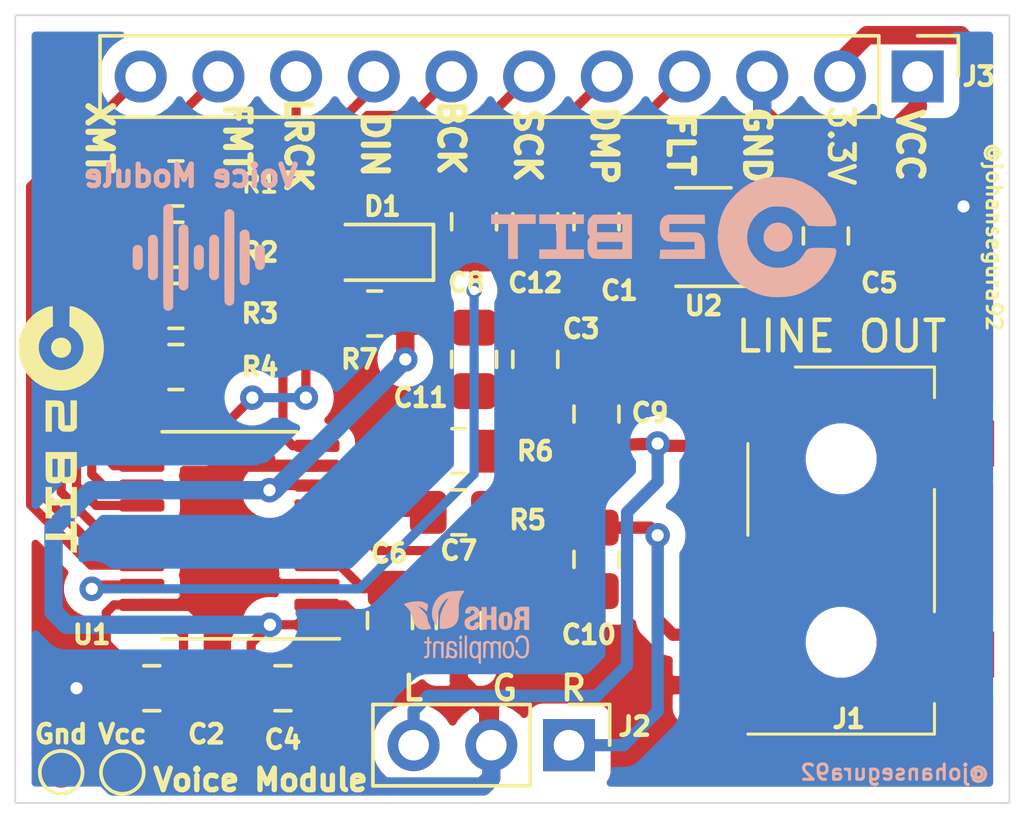
<source format=kicad_pcb>
(kicad_pcb (version 20171130) (host pcbnew "(5.1.10)-1")

  (general
    (thickness 1.6)
    (drawings 23)
    (tracks 281)
    (zones 0)
    (modules 31)
    (nets 26)
  )

  (page A4)
  (layers
    (0 F.Cu signal)
    (31 B.Cu signal)
    (32 B.Adhes user)
    (33 F.Adhes user)
    (34 B.Paste user)
    (35 F.Paste user)
    (36 B.SilkS user)
    (37 F.SilkS user)
    (38 B.Mask user)
    (39 F.Mask user)
    (40 Dwgs.User user)
    (41 Cmts.User user)
    (42 Eco1.User user hide)
    (43 Eco2.User user hide)
    (44 Edge.Cuts user)
    (45 Margin user)
    (46 B.CrtYd user)
    (47 F.CrtYd user)
    (48 B.Fab user)
    (49 F.Fab user)
  )

  (setup
    (last_trace_width 0.25)
    (user_trace_width 0.3)
    (user_trace_width 0.4)
    (user_trace_width 0.6)
    (trace_clearance 0.2)
    (zone_clearance 0.508)
    (zone_45_only no)
    (trace_min 0.2)
    (via_size 0.8)
    (via_drill 0.4)
    (via_min_size 0.4)
    (via_min_drill 0.3)
    (uvia_size 0.3)
    (uvia_drill 0.1)
    (uvias_allowed no)
    (uvia_min_size 0.2)
    (uvia_min_drill 0.1)
    (edge_width 0.05)
    (segment_width 0.2)
    (pcb_text_width 0.3)
    (pcb_text_size 1.5 1.5)
    (mod_edge_width 0.12)
    (mod_text_size 0.6 0.6)
    (mod_text_width 0.15)
    (pad_size 1.524 1.524)
    (pad_drill 0.762)
    (pad_to_mask_clearance 0)
    (aux_axis_origin 0 0)
    (visible_elements 7FFDFFFF)
    (pcbplotparams
      (layerselection 0x010fc_ffffffff)
      (usegerberextensions false)
      (usegerberattributes true)
      (usegerberadvancedattributes true)
      (creategerberjobfile true)
      (excludeedgelayer true)
      (linewidth 0.100000)
      (plotframeref false)
      (viasonmask false)
      (mode 1)
      (useauxorigin false)
      (hpglpennumber 1)
      (hpglpenspeed 20)
      (hpglpendiameter 15.000000)
      (psnegative false)
      (psa4output false)
      (plotreference true)
      (plotvalue true)
      (plotinvisibletext false)
      (padsonsilk false)
      (subtractmaskfromsilk false)
      (outputformat 1)
      (mirror false)
      (drillshape 1)
      (scaleselection 1)
      (outputdirectory ""))
  )

  (net 0 "")
  (net 1 VDD)
  (net 2 GND)
  (net 3 VCC)
  (net 4 "Net-(C6-Pad1)")
  (net 5 "Net-(C6-Pad2)")
  (net 6 "Net-(C7-Pad2)")
  (net 7 "Net-(C8-Pad2)")
  (net 8 /OUTR)
  (net 9 /OUTL)
  (net 10 "Net-(D1-Pad2)")
  (net 11 /FLT)
  (net 12 /DEMP)
  (net 13 /SCK)
  (net 14 /BCK)
  (net 15 /DIN)
  (net 16 /LRCK)
  (net 17 /FMT)
  (net 18 /XSMT)
  (net 19 "Net-(R1-Pad1)")
  (net 20 "Net-(R2-Pad1)")
  (net 21 "Net-(R3-Pad1)")
  (net 22 "Net-(R4-Pad1)")
  (net 23 "Net-(R5-Pad2)")
  (net 24 "Net-(R6-Pad2)")
  (net 25 "Net-(U2-Pad4)")

  (net_class Default "This is the default net class."
    (clearance 0.2)
    (trace_width 0.25)
    (via_dia 0.8)
    (via_drill 0.4)
    (uvia_dia 0.3)
    (uvia_drill 0.1)
    (add_net /BCK)
    (add_net /DEMP)
    (add_net /DIN)
    (add_net /FLT)
    (add_net /FMT)
    (add_net /LRCK)
    (add_net /OUTL)
    (add_net /OUTR)
    (add_net /SCK)
    (add_net /XSMT)
    (add_net GND)
    (add_net "Net-(C6-Pad1)")
    (add_net "Net-(C6-Pad2)")
    (add_net "Net-(C7-Pad2)")
    (add_net "Net-(C8-Pad2)")
    (add_net "Net-(D1-Pad2)")
    (add_net "Net-(R1-Pad1)")
    (add_net "Net-(R2-Pad1)")
    (add_net "Net-(R3-Pad1)")
    (add_net "Net-(R4-Pad1)")
    (add_net "Net-(R5-Pad2)")
    (add_net "Net-(R6-Pad2)")
    (add_net "Net-(U2-Pad4)")
    (add_net VCC)
    (add_net VDD)
  )

  (module wrx:audio (layer B.Cu) (tedit 0) (tstamp 61B9E7BB)
    (at 73.5 103.25 180)
    (fp_text reference G*** (at 0 0) (layer B.SilkS) hide
      (effects (font (size 1.524 1.524) (thickness 0.3)) (justify mirror))
    )
    (fp_text value LOGO (at 0.75 0) (layer B.SilkS) hide
      (effects (font (size 1.524 1.524) (thickness 0.3)) (justify mirror))
    )
    (fp_poly (pts (xy 1.065985 1.807941) (xy 1.105558 1.7814) (xy 1.1303 1.753234) (xy 1.1557 1.717276)
      (xy 1.1582 0.102988) (xy 1.1585 -0.114327) (xy 1.158699 -0.315001) (xy 1.158798 -0.499328)
      (xy 1.158794 -0.667599) (xy 1.158686 -0.820107) (xy 1.158473 -0.957144) (xy 1.158155 -1.079004)
      (xy 1.157729 -1.185978) (xy 1.157195 -1.278359) (xy 1.156551 -1.35644) (xy 1.155797 -1.420513)
      (xy 1.154931 -1.47087) (xy 1.153952 -1.507805) (xy 1.152859 -1.531609) (xy 1.15165 -1.542575)
      (xy 1.151624 -1.542669) (xy 1.130682 -1.586998) (xy 1.098034 -1.622022) (xy 1.056956 -1.645932)
      (xy 1.010728 -1.656922) (xy 0.962624 -1.653185) (xy 0.954967 -1.651098) (xy 0.914016 -1.630879)
      (xy 0.877799 -1.598182) (xy 0.86208 -1.576765) (xy 0.842434 -1.545167) (xy 0.840209 0.062196)
      (xy 0.839948 0.283849) (xy 0.8398 0.489803) (xy 0.839765 0.679961) (xy 0.839842 0.854228)
      (xy 0.840031 1.012507) (xy 0.840332 1.154702) (xy 0.840743 1.280716) (xy 0.841266 1.390454)
      (xy 0.841899 1.48382) (xy 0.842642 1.560717) (xy 0.843495 1.621049) (xy 0.844457 1.66472)
      (xy 0.845528 1.691634) (xy 0.846497 1.701169) (xy 0.866671 1.748016) (xy 0.897213 1.78394)
      (xy 0.935269 1.808418) (xy 0.977986 1.820927) (xy 1.022509 1.820943) (xy 1.065985 1.807941)) (layer B.SilkS) (width 0.01))
    (fp_poly (pts (xy -0.981596 1.657082) (xy -0.938018 1.643573) (xy -0.897319 1.617138) (xy -0.865149 1.581553)
      (xy -0.862526 1.577486) (xy -0.842433 1.545166) (xy -0.84001 0.105833) (xy -0.839712 -0.087296)
      (xy -0.839498 -0.264103) (xy -0.839371 -0.425197) (xy -0.839335 -0.571191) (xy -0.839393 -0.702693)
      (xy -0.839548 -0.820315) (xy -0.839804 -0.924667) (xy -0.840163 -1.016359) (xy -0.840629 -1.096004)
      (xy -0.841205 -1.16421) (xy -0.841895 -1.221588) (xy -0.842701 -1.268749) (xy -0.843627 -1.306304)
      (xy -0.844677 -1.334863) (xy -0.845852 -1.355037) (xy -0.847157 -1.367436) (xy -0.847854 -1.370891)
      (xy -0.867906 -1.415434) (xy -0.899351 -1.451203) (xy -0.938967 -1.476501) (xy -0.98353 -1.489629)
      (xy -1.029818 -1.488889) (xy -1.057037 -1.4811) (xy -1.095316 -1.45829) (xy -1.129057 -1.424376)
      (xy -1.138214 -1.411484) (xy -1.14043 -1.407908) (xy -1.142451 -1.403873) (xy -1.144289 -1.398617)
      (xy -1.145953 -1.391379) (xy -1.147454 -1.381397) (xy -1.148802 -1.36791) (xy -1.150007 -1.350155)
      (xy -1.15108 -1.327371) (xy -1.152032 -1.298796) (xy -1.152872 -1.263669) (xy -1.153611 -1.221228)
      (xy -1.154259 -1.170712) (xy -1.154826 -1.111358) (xy -1.155323 -1.042404) (xy -1.15576 -0.963091)
      (xy -1.156148 -0.872654) (xy -1.156497 -0.770334) (xy -1.156816 -0.655368) (xy -1.157117 -0.526994)
      (xy -1.15741 -0.384451) (xy -1.157705 -0.226978) (xy -1.158012 -0.053811) (xy -1.158217 0.0635)
      (xy -1.158531 0.266693) (xy -1.158739 0.453329) (xy -1.158838 0.623785) (xy -1.158826 0.778436)
      (xy -1.158702 0.91766) (xy -1.158464 1.041832) (xy -1.158111 1.151329) (xy -1.15764 1.246526)
      (xy -1.157049 1.327801) (xy -1.156338 1.39553) (xy -1.155505 1.450088) (xy -1.154547 1.491852)
      (xy -1.153463 1.521198) (xy -1.152252 1.538503) (xy -1.151485 1.54319) (xy -1.131204 1.585373)
      (xy -1.099008 1.620136) (xy -1.058669 1.644951) (xy -1.01396 1.657288) (xy -0.981596 1.657082)) (layer B.SilkS) (width 0.01))
    (fp_poly (pts (xy 0.543534 1.152114) (xy 0.587085 1.130436) (xy 0.623865 1.097464) (xy 0.642155 1.071033)
      (xy 0.644347 1.065987) (xy 0.646308 1.058609) (xy 0.648054 1.047958) (xy 0.649601 1.033097)
      (xy 0.650965 1.013087) (xy 0.652163 0.986987) (xy 0.653209 0.95386) (xy 0.654121 0.912765)
      (xy 0.654914 0.862765) (xy 0.655604 0.802919) (xy 0.656207 0.73229) (xy 0.65674 0.649937)
      (xy 0.657219 0.554922) (xy 0.657659 0.446306) (xy 0.658076 0.323149) (xy 0.658487 0.184513)
      (xy 0.658715 0.1016) (xy 0.659096 -0.062407) (xy 0.659305 -0.209925) (xy 0.659339 -0.341397)
      (xy 0.659196 -0.457266) (xy 0.658872 -0.557976) (xy 0.658364 -0.643969) (xy 0.657669 -0.71569)
      (xy 0.656785 -0.773581) (xy 0.655707 -0.818086) (xy 0.654434 -0.849648) (xy 0.652961 -0.868711)
      (xy 0.651983 -0.874324) (xy 0.635534 -0.909438) (xy 0.609289 -0.943265) (xy 0.578433 -0.969813)
      (xy 0.561321 -0.979161) (xy 0.525366 -0.987911) (xy 0.48367 -0.988918) (xy 0.45079 -0.983406)
      (xy 0.4241 -0.970206) (xy 0.394991 -0.94761) (xy 0.369559 -0.920855) (xy 0.357769 -0.903498)
      (xy 0.355455 -0.898473) (xy 0.353388 -0.891703) (xy 0.35155 -0.882242) (xy 0.349926 -0.869145)
      (xy 0.348498 -0.851467) (xy 0.34725 -0.82826) (xy 0.346165 -0.79858) (xy 0.345226 -0.761481)
      (xy 0.344417 -0.716018) (xy 0.343722 -0.661243) (xy 0.343123 -0.596213) (xy 0.342605 -0.519981)
      (xy 0.342149 -0.431601) (xy 0.34174 -0.330127) (xy 0.341362 -0.214615) (xy 0.340996 -0.084118)
      (xy 0.340627 0.062309) (xy 0.340605 0.071701) (xy 0.340232 0.221661) (xy 0.339908 0.355633)
      (xy 0.339671 0.474565) (xy 0.33956 0.579402) (xy 0.339616 0.67109) (xy 0.339878 0.750576)
      (xy 0.340384 0.818806) (xy 0.341175 0.876725) (xy 0.34229 0.92528) (xy 0.343768 0.965418)
      (xy 0.345649 0.998083) (xy 0.347972 1.024224) (xy 0.350777 1.044785) (xy 0.354103 1.060712)
      (xy 0.357989 1.072953) (xy 0.362475 1.082453) (xy 0.367601 1.090158) (xy 0.373405 1.097015)
      (xy 0.379928 1.10397) (xy 0.383794 1.108133) (xy 0.41219 1.130753) (xy 0.448913 1.148879)
      (xy 0.485895 1.158855) (xy 0.497689 1.159747) (xy 0.543534 1.152114)) (layer B.SilkS) (width 0.01))
    (fp_poly (pts (xy -1.488256 0.988175) (xy -1.439059 0.977199) (xy -1.399057 0.953118) (xy -1.365733 0.91434)
      (xy -1.361819 0.908231) (xy -1.341966 0.8763) (xy -1.33929 0.1143) (xy -1.338852 -0.030497)
      (xy -1.33862 -0.15903) (xy -1.338598 -0.271966) (xy -1.338794 -0.369975) (xy -1.339212 -0.453723)
      (xy -1.339858 -0.523878) (xy -1.340739 -0.581109) (xy -1.34186 -0.626084) (xy -1.343227 -0.659471)
      (xy -1.344846 -0.681937) (xy -1.346366 -0.692683) (xy -1.361826 -0.735031) (xy -1.387108 -0.773293)
      (xy -1.418192 -0.801711) (xy -1.425678 -0.806217) (xy -1.458817 -0.817621) (xy -1.499318 -0.822382)
      (xy -1.538621 -0.819617) (xy -1.544151 -0.818435) (xy -1.577421 -0.803454) (xy -1.609785 -0.77717)
      (xy -1.636078 -0.744668) (xy -1.650403 -0.713867) (xy -1.652209 -0.698802) (xy -1.653813 -0.667313)
      (xy -1.655213 -0.619341) (xy -1.656411 -0.554824) (xy -1.657408 -0.473703) (xy -1.658204 -0.375917)
      (xy -1.6588 -0.261407) (xy -1.659197 -0.130112) (xy -1.659395 0.018028) (xy -1.659419 0.089983)
      (xy -1.659437 0.224126) (xy -1.659435 0.342401) (xy -1.659358 0.445872) (xy -1.659151 0.535602)
      (xy -1.658758 0.612656) (xy -1.658124 0.678099) (xy -1.657194 0.732995) (xy -1.655912 0.778408)
      (xy -1.654222 0.815402) (xy -1.65207 0.845043) (xy -1.6494 0.868394) (xy -1.646156 0.886519)
      (xy -1.642284 0.900484) (xy -1.637727 0.911352) (xy -1.632431 0.920188) (xy -1.626339 0.928056)
      (xy -1.619398 0.93602) (xy -1.61513 0.940906) (xy -1.580655 0.970879) (xy -1.540075 0.986384)
      (xy -1.490779 0.988392) (xy -1.488256 0.988175)) (layer B.SilkS) (width 0.01))
    (fp_poly (pts (xy -0.451232 0.816434) (xy -0.409438 0.79654) (xy -0.375023 0.761801) (xy -0.358535 0.735646)
      (xy -0.355541 0.729408) (xy -0.352944 0.721646) (xy -0.350711 0.711155) (xy -0.348807 0.69673)
      (xy -0.347199 0.677165) (xy -0.345853 0.651256) (xy -0.344734 0.617796) (xy -0.343809 0.57558)
      (xy -0.343043 0.523403) (xy -0.342401 0.46006) (xy -0.341852 0.384345) (xy -0.341359 0.295052)
      (xy -0.340889 0.190977) (xy -0.340514 0.098245) (xy -0.340087 -0.019795) (xy -0.339808 -0.122103)
      (xy -0.339698 -0.209882) (xy -0.339777 -0.284333) (xy -0.340064 -0.346658) (xy -0.34058 -0.398059)
      (xy -0.341346 -0.439738) (xy -0.34238 -0.472896) (xy -0.343702 -0.498734) (xy -0.345334 -0.518456)
      (xy -0.347295 -0.533261) (xy -0.349605 -0.544353) (xy -0.351324 -0.550205) (xy -0.373347 -0.593302)
      (xy -0.406272 -0.62795) (xy -0.427567 -0.641597) (xy -0.454158 -0.650219) (xy -0.48853 -0.655195)
      (xy -0.522289 -0.655748) (xy -0.543633 -0.652353) (xy -0.585556 -0.631159) (xy -0.62213 -0.597536)
      (xy -0.63652 -0.577699) (xy -0.656166 -0.5461) (xy -0.65855 0.071686) (xy -0.658963 0.196197)
      (xy -0.65917 0.304715) (xy -0.659158 0.398177) (xy -0.658918 0.477524) (xy -0.658435 0.543694)
      (xy -0.6577 0.597626) (xy -0.656701 0.640258) (xy -0.655425 0.67253) (xy -0.653861 0.69538)
      (xy -0.651997 0.709747) (xy -0.650551 0.715153) (xy -0.623505 0.762988) (xy -0.586966 0.797155)
      (xy -0.541774 0.81705) (xy -0.50169 0.82226) (xy -0.451232 0.816434)) (layer B.SilkS) (width 0.01))
    (fp_poly (pts (xy 1.550439 0.814678) (xy 1.591758 0.794114) (xy 1.626694 0.758375) (xy 1.629834 0.75405)
      (xy 1.655234 0.718219) (xy 1.657801 0.102993) (xy 1.658253 -0.032078) (xy 1.658407 -0.150562)
      (xy 1.658261 -0.252808) (xy 1.657812 -0.339159) (xy 1.657054 -0.409961) (xy 1.655986 -0.465561)
      (xy 1.654603 -0.506303) (xy 1.652902 -0.532533) (xy 1.651226 -0.543602) (xy 1.634002 -0.58086)
      (xy 1.607283 -0.614692) (xy 1.576359 -0.638425) (xy 1.575797 -0.638718) (xy 1.542806 -0.650214)
      (xy 1.504572 -0.655523) (xy 1.468879 -0.653966) (xy 1.452034 -0.649501) (xy 1.40944 -0.627055)
      (xy 1.378188 -0.59716) (xy 1.362618 -0.573692) (xy 1.341967 -0.537634) (xy 1.339282 0.055033)
      (xy 1.338757 0.176378) (xy 1.338406 0.281986) (xy 1.338299 0.373055) (xy 1.338509 0.450781)
      (xy 1.339107 0.516362) (xy 1.340166 0.570993) (xy 1.341757 0.615873) (xy 1.343952 0.652197)
      (xy 1.346824 0.681163) (xy 1.350443 0.703967) (xy 1.354882 0.721807) (xy 1.360213 0.735878)
      (xy 1.366507 0.747379) (xy 1.373837 0.757505) (xy 1.38205 0.767198) (xy 1.415488 0.798307)
      (xy 1.451184 0.815444) (xy 1.494846 0.821214) (xy 1.500428 0.821266) (xy 1.550439 0.814678)) (layer B.SilkS) (width 0.01))
    (fp_poly (pts (xy 0.051412 0.480627) (xy 0.093307 0.457283) (xy 0.129048 0.42022) (xy 0.136781 0.408698)
      (xy 0.142195 0.399613) (xy 0.146541 0.390369) (xy 0.149957 0.379065) (xy 0.15258 0.363801)
      (xy 0.154547 0.342676) (xy 0.155994 0.313788) (xy 0.157058 0.275238) (xy 0.157877 0.225125)
      (xy 0.158587 0.161547) (xy 0.159188 0.097618) (xy 0.159833 0.015582) (xy 0.159967 -0.051405)
      (xy 0.159366 -0.105227) (xy 0.157809 -0.147765) (xy 0.15507 -0.180904) (xy 0.150927 -0.206525)
      (xy 0.145156 -0.22651) (xy 0.137534 -0.242744) (xy 0.127836 -0.257108) (xy 0.11584 -0.271485)
      (xy 0.115302 -0.272095) (xy 0.077864 -0.302408) (xy 0.032761 -0.319842) (xy -0.015346 -0.323047)
      (xy -0.042749 -0.317865) (xy -0.083876 -0.298671) (xy -0.12 -0.26581) (xy -0.135695 -0.245534)
      (xy -0.156633 -0.2159) (xy -0.159368 0.0635) (xy -0.160059 0.146163) (xy -0.160228 0.213747)
      (xy -0.159684 0.268102) (xy -0.158237 0.311078) (xy -0.155696 0.344527) (xy -0.151872 0.370298)
      (xy -0.146573 0.390242) (xy -0.13961 0.40621) (xy -0.130792 0.420052) (xy -0.121476 0.43179)
      (xy -0.083081 0.465834) (xy -0.039594 0.485154) (xy 0.006174 0.490001) (xy 0.051412 0.480627)) (layer B.SilkS) (width 0.01))
    (fp_poly (pts (xy -1.948485 0.479921) (xy -1.907705 0.458291) (xy -1.873772 0.425158) (xy -1.859187 0.402167)
      (xy -1.854141 0.391629) (xy -1.85012 0.380132) (xy -1.846982 0.36565) (xy -1.844584 0.346159)
      (xy -1.842784 0.319632) (xy -1.841441 0.284044) (xy -1.840411 0.237369) (xy -1.839554 0.177583)
      (xy -1.838823 0.111989) (xy -1.838252 0.017984) (xy -1.838675 -0.059414) (xy -1.840088 -0.120131)
      (xy -1.842492 -0.164092) (xy -1.845879 -0.191204) (xy -1.863171 -0.239353) (xy -1.892019 -0.278796)
      (xy -1.929903 -0.30626) (xy -1.936895 -0.309433) (xy -1.96492 -0.316908) (xy -1.999657 -0.320619)
      (xy -2.033349 -0.320174) (xy -2.0574 -0.315515) (xy -2.088225 -0.297182) (xy -2.117963 -0.268729)
      (xy -2.140413 -0.236174) (xy -2.14164 -0.233714) (xy -2.146387 -0.223111) (xy -2.150181 -0.211739)
      (xy -2.153129 -0.197668) (xy -2.155338 -0.178966) (xy -2.156912 -0.153704) (xy -2.157959 -0.119951)
      (xy -2.158584 -0.075777) (xy -2.158894 -0.019252) (xy -2.158994 0.051555) (xy -2.159 0.082072)
      (xy -2.158926 0.162581) (xy -2.158549 0.22806) (xy -2.157632 0.280414) (xy -2.155942 0.321548)
      (xy -2.153243 0.353366) (xy -2.1493 0.377772) (xy -2.143878 0.39667) (xy -2.136743 0.411965)
      (xy -2.127658 0.42556) (xy -2.11639 0.43936) (xy -2.114663 0.441373) (xy -2.079202 0.470774)
      (xy -2.037505 0.486665) (xy -1.992842 0.489546) (xy -1.948485 0.479921)) (layer B.SilkS) (width 0.01))
    (fp_poly (pts (xy 2.057795 0.478969) (xy 2.099224 0.455477) (xy 2.133069 0.419221) (xy 2.135933 0.414867)
      (xy 2.141039 0.406328) (xy 2.14515 0.397231) (xy 2.148395 0.385704) (xy 2.150902 0.369875)
      (xy 2.1528 0.347875) (xy 2.154218 0.31783) (xy 2.155283 0.277869) (xy 2.156125 0.226122)
      (xy 2.156872 0.160716) (xy 2.157447 0.1016) (xy 2.158109 0.018428) (xy 2.158257 -0.049641)
      (xy 2.157727 -0.104434) (xy 2.156355 -0.147777) (xy 2.153976 -0.181498) (xy 2.150425 -0.207423)
      (xy 2.145537 -0.227379) (xy 2.139148 -0.243192) (xy 2.131094 -0.25669) (xy 2.124337 -0.26579)
      (xy 2.091377 -0.294944) (xy 2.049254 -0.313821) (xy 2.002998 -0.321377) (xy 1.957641 -0.316567)
      (xy 1.93048 -0.306026) (xy 1.893801 -0.278405) (xy 1.864365 -0.241061) (xy 1.846551 -0.199779)
      (xy 1.845066 -0.193166) (xy 1.843233 -0.175361) (xy 1.841551 -0.143154) (xy 1.840087 -0.099074)
      (xy 1.838906 -0.045653) (xy 1.838075 0.01458) (xy 1.837661 0.079095) (xy 1.837636 0.090721)
      (xy 1.837745 0.171412) (xy 1.838506 0.237108) (xy 1.840167 0.289741) (xy 1.842978 0.331243)
      (xy 1.847188 0.363549) (xy 1.853047 0.388589) (xy 1.860803 0.408297) (xy 1.870706 0.424607)
      (xy 1.88257 0.438974) (xy 1.921167 0.469698) (xy 1.965449 0.486395) (xy 2.012097 0.48938)
      (xy 2.057795 0.478969)) (layer B.SilkS) (width 0.01))
  )

  (module wrx:rohs (layer B.Cu) (tedit 0) (tstamp 61B95B9A)
    (at 82.25 115.25 180)
    (fp_text reference G*** (at 0 0) (layer B.SilkS) hide
      (effects (font (size 1.524 1.524) (thickness 0.3)) (justify mirror))
    )
    (fp_text value LOGO (at 0.75 0) (layer B.SilkS) hide
      (effects (font (size 1.524 1.524) (thickness 0.3)) (justify mirror))
    )
    (fp_poly (pts (xy -0.213744 -0.468315) (xy -0.166648 -0.501089) (xy -0.132217 -0.554661) (xy -0.11091 -0.628175)
      (xy -0.103181 -0.720769) (xy -0.104567 -0.774225) (xy -0.114901 -0.862999) (xy -0.13511 -0.93018)
      (xy -0.166162 -0.977963) (xy -0.207661 -1.007902) (xy -0.26166 -1.026033) (xy -0.309212 -1.023306)
      (xy -0.35192 -1.003746) (xy -0.392689 -0.978888) (xy -0.39637 -1.083169) (xy -0.398504 -1.134392)
      (xy -0.401718 -1.165541) (xy -0.407907 -1.181929) (xy -0.418964 -1.18887) (xy -0.434975 -1.191468)
      (xy -0.4699 -1.195487) (xy -0.4699 -0.7366) (xy -0.392964 -0.7366) (xy -0.388913 -0.82064)
      (xy -0.377543 -0.882482) (xy -0.358166 -0.924448) (xy -0.3302 -0.948806) (xy -0.288847 -0.963425)
      (xy -0.254244 -0.958597) (xy -0.23192 -0.945775) (xy -0.205721 -0.914507) (xy -0.18832 -0.862786)
      (xy -0.179354 -0.789189) (xy -0.177871 -0.733682) (xy -0.183194 -0.646935) (xy -0.199211 -0.58265)
      (xy -0.225788 -0.541027) (xy -0.26279 -0.522268) (xy -0.310079 -0.526575) (xy -0.316109 -0.528536)
      (xy -0.351648 -0.552308) (xy -0.375972 -0.595838) (xy -0.389546 -0.660387) (xy -0.392964 -0.7366)
      (xy -0.4699 -0.7366) (xy -0.4699 -0.4699) (xy -0.43815 -0.4699) (xy -0.413442 -0.475672)
      (xy -0.406401 -0.496164) (xy -0.4064 -0.496428) (xy -0.405098 -0.51222) (xy -0.397546 -0.513449)
      (xy -0.378275 -0.499227) (xy -0.367326 -0.490078) (xy -0.326536 -0.465185) (xy -0.278136 -0.457246)
      (xy -0.27305 -0.4572) (xy -0.213744 -0.468315)) (layer B.SilkS) (width 0.01))
    (fp_poly (pts (xy -1.753423 -0.278542) (xy -1.695532 -0.30493) (xy -1.649229 -0.347509) (xy -1.61897 -0.403582)
      (xy -1.609497 -0.452718) (xy -1.609468 -0.48492) (xy -1.617512 -0.499839) (xy -1.637974 -0.505315)
      (xy -1.638688 -0.505399) (xy -1.659283 -0.50473) (xy -1.672298 -0.492603) (xy -1.683089 -0.462999)
      (xy -1.686072 -0.452143) (xy -1.708893 -0.395191) (xy -1.742458 -0.360008) (xy -1.789469 -0.344271)
      (xy -1.813122 -0.3429) (xy -1.856276 -0.347329) (xy -1.888554 -0.364159) (xy -1.904948 -0.378993)
      (xy -1.93173 -0.41299) (xy -1.950427 -0.455493) (xy -1.96187 -0.510571) (xy -1.966888 -0.582295)
      (xy -1.966313 -0.674738) (xy -1.966182 -0.679025) (xy -1.960549 -0.773037) (xy -1.949355 -0.844524)
      (xy -1.931204 -0.896019) (xy -1.904698 -0.930053) (xy -1.868442 -0.949159) (xy -1.821039 -0.955869)
      (xy -1.813438 -0.955963) (xy -1.766857 -0.948191) (xy -1.737886 -0.932006) (xy -1.706792 -0.891941)
      (xy -1.684279 -0.840297) (xy -1.6764 -0.794157) (xy -1.67238 -0.771195) (xy -1.655161 -0.762787)
      (xy -1.6383 -0.762) (xy -1.613184 -0.766426) (xy -1.60115 -0.782276) (xy -1.601295 -0.813407)
      (xy -1.612713 -0.863675) (xy -1.613664 -0.867122) (xy -1.644032 -0.93379) (xy -1.69129 -0.983684)
      (xy -1.751631 -1.014753) (xy -1.821249 -1.024947) (xy -1.887835 -1.014825) (xy -1.92133 -0.997865)
      (xy -1.956661 -0.969482) (xy -1.966665 -0.959) (xy -2.001114 -0.908459) (xy -2.024956 -0.845603)
      (xy -2.03913 -0.766685) (xy -2.044575 -0.667961) (xy -2.0447 -0.647699) (xy -2.040076 -0.538989)
      (xy -2.025547 -0.451812) (xy -2.000129 -0.383917) (xy -1.962839 -0.333056) (xy -1.912692 -0.296979)
      (xy -1.886137 -0.285146) (xy -1.818444 -0.271047) (xy -1.753423 -0.278542)) (layer B.SilkS) (width 0.01))
    (fp_poly (pts (xy -1.31423 -0.464949) (xy -1.261961 -0.489588) (xy -1.221825 -0.535879) (xy -1.211834 -0.554125)
      (xy -1.197815 -0.598045) (xy -1.188976 -0.657906) (xy -1.185299 -0.726289) (xy -1.186763 -0.795777)
      (xy -1.193347 -0.858952) (xy -1.205031 -0.908396) (xy -1.21285 -0.925772) (xy -1.256312 -0.979447)
      (xy -1.309427 -1.013269) (xy -1.367802 -1.025741) (xy -1.427042 -1.015369) (xy -1.4478 -1.005719)
      (xy -1.489983 -0.970278) (xy -1.524 -0.919573) (xy -1.539447 -0.886142) (xy -1.54888 -0.854017)
      (xy -1.553641 -0.815293) (xy -1.555075 -0.762063) (xy -1.555056 -0.751355) (xy -1.479352 -0.751355)
      (xy -1.475971 -0.815796) (xy -1.466804 -0.869999) (xy -1.456632 -0.897893) (xy -1.423135 -0.942127)
      (xy -1.382986 -0.963219) (xy -1.338513 -0.960231) (xy -1.321071 -0.952644) (xy -1.302651 -0.933698)
      (xy -1.283251 -0.900349) (xy -1.275884 -0.883195) (xy -1.263451 -0.83312) (xy -1.257711 -0.771235)
      (xy -1.258304 -0.705149) (xy -1.264871 -0.642475) (xy -1.277051 -0.590824) (xy -1.291064 -0.561916)
      (xy -1.327992 -0.529605) (xy -1.369897 -0.519622) (xy -1.410977 -0.531297) (xy -1.44543 -0.563958)
      (xy -1.455172 -0.580887) (xy -1.468914 -0.625472) (xy -1.476987 -0.685104) (xy -1.479352 -0.751355)
      (xy -1.555056 -0.751355) (xy -1.555029 -0.736921) (xy -1.553419 -0.673021) (xy -1.548719 -0.627192)
      (xy -1.539781 -0.59218) (xy -1.527806 -0.56515) (xy -1.495433 -0.513154) (xy -1.460289 -0.481416)
      (xy -1.415592 -0.465111) (xy -1.380929 -0.460696) (xy -1.31423 -0.464949)) (layer B.SilkS) (width 0.01))
    (fp_poly (pts (xy 0.541305 -0.460949) (xy 0.579473 -0.473975) (xy 0.607684 -0.498943) (xy 0.627276 -0.538518)
      (xy 0.639584 -0.595366) (xy 0.645945 -0.672152) (xy 0.6477 -0.767942) (xy 0.648061 -0.841178)
      (xy 0.649392 -0.892601) (xy 0.652061 -0.925792) (xy 0.65644 -0.944331) (xy 0.662896 -0.951797)
      (xy 0.66675 -0.9525) (xy 0.682071 -0.96354) (xy 0.6858 -0.98425) (xy 0.681717 -1.006914)
      (xy 0.664342 -1.015227) (xy 0.647575 -1.016) (xy 0.609481 -1.006881) (xy 0.58781 -0.990842)
      (xy 0.571608 -0.974164) (xy 0.558713 -0.974487) (xy 0.538383 -0.991883) (xy 0.501605 -1.012747)
      (xy 0.453145 -1.023647) (xy 0.405456 -1.022539) (xy 0.385929 -1.016903) (xy 0.342003 -0.984959)
      (xy 0.314482 -0.935114) (xy 0.307118 -0.885568) (xy 0.381891 -0.885568) (xy 0.395298 -0.92511)
      (xy 0.407722 -0.941122) (xy 0.442486 -0.959563) (xy 0.484533 -0.958331) (xy 0.526156 -0.938264)
      (xy 0.539287 -0.926857) (xy 0.554599 -0.903844) (xy 0.564042 -0.868197) (xy 0.569281 -0.813889)
      (xy 0.57425 -0.725947) (xy 0.52525 -0.743416) (xy 0.48838 -0.754813) (xy 0.458675 -0.761074)
      (xy 0.454025 -0.761442) (xy 0.420728 -0.773393) (xy 0.396406 -0.802722) (xy 0.38286 -0.842443)
      (xy 0.381891 -0.885568) (xy 0.307118 -0.885568) (xy 0.304802 -0.869991) (xy 0.3048 -0.868945)
      (xy 0.309651 -0.81673) (xy 0.326554 -0.776737) (xy 0.359036 -0.745231) (xy 0.410621 -0.718475)
      (xy 0.465332 -0.69884) (xy 0.56515 -0.66675) (xy 0.568978 -0.614336) (xy 0.565205 -0.565688)
      (xy 0.544325 -0.53542) (xy 0.504796 -0.521839) (xy 0.483661 -0.5207) (xy 0.435992 -0.530113)
      (xy 0.405194 -0.556893) (xy 0.393722 -0.598847) (xy 0.3937 -0.601075) (xy 0.389989 -0.625223)
      (xy 0.373605 -0.634092) (xy 0.3556 -0.635) (xy 0.328406 -0.631618) (xy 0.318444 -0.61708)
      (xy 0.3175 -0.602619) (xy 0.32882 -0.546261) (xy 0.360825 -0.501692) (xy 0.410578 -0.471362)
      (xy 0.475144 -0.457719) (xy 0.491843 -0.4572) (xy 0.541305 -0.460949)) (layer B.SilkS) (width 0.01))
    (fp_poly (pts (xy -0.615044 -0.470202) (xy -0.588084 -0.48783) (xy -0.55245 -0.518461) (xy -0.55245 -1.00965)
      (xy -0.61595 -1.00965) (xy -0.6223 -0.78105) (xy -0.624893 -0.706643) (xy -0.628187 -0.640563)
      (xy -0.631884 -0.587196) (xy -0.635687 -0.550928) (xy -0.638925 -0.536575) (xy -0.659951 -0.524247)
      (xy -0.693611 -0.5213) (xy -0.729131 -0.527259) (xy -0.755735 -0.541649) (xy -0.755807 -0.54172)
      (xy -0.771911 -0.561207) (xy -0.78367 -0.585381) (xy -0.791725 -0.618291) (xy -0.79672 -0.663981)
      (xy -0.799295 -0.726499) (xy -0.800094 -0.809891) (xy -0.8001 -0.82082) (xy -0.8001 -1.017687)
      (xy -0.835025 -1.013668) (xy -0.86995 -1.00965) (xy -0.873428 -0.781987) (xy -0.875561 -0.693418)
      (xy -0.878901 -0.622425) (xy -0.883285 -0.571306) (xy -0.888547 -0.542362) (xy -0.890858 -0.537512)
      (xy -0.91843 -0.522116) (xy -0.956091 -0.521986) (xy -0.994563 -0.535952) (xy -1.016962 -0.553437)
      (xy -1.028247 -0.5665) (xy -1.036472 -0.580779) (xy -1.042218 -0.600409) (xy -1.046064 -0.629524)
      (xy -1.048593 -0.672259) (xy -1.050386 -0.732749) (xy -1.051762 -0.801087) (xy -1.055773 -1.016)
      (xy -1.1176 -1.016) (xy -1.1176 -0.4699) (xy -1.08585 -0.4699) (xy -1.060394 -0.476466)
      (xy -1.0541 -0.488763) (xy -1.050262 -0.498828) (xy -1.035268 -0.495157) (xy -1.012825 -0.48246)
      (xy -0.95837 -0.460651) (xy -0.904373 -0.459034) (xy -0.857464 -0.477343) (xy -0.843047 -0.489299)
      (xy -0.810947 -0.521398) (xy -0.7728 -0.489299) (xy -0.723528 -0.462751) (xy -0.668202 -0.456363)
      (xy -0.615044 -0.470202)) (layer B.SilkS) (width 0.01))
    (fp_poly (pts (xy 0.0508 -1.016) (xy -0.0127 -1.016) (xy -0.0127 -0.2794) (xy 0.0508 -0.2794)
      (xy 0.0508 -1.016)) (layer B.SilkS) (width 0.01))
    (fp_poly (pts (xy 0.225677 -0.739775) (xy 0.22225 -1.00965) (xy 0.187325 -1.013668) (xy 0.1524 -1.017687)
      (xy 0.1524 -0.4699) (xy 0.229105 -0.4699) (xy 0.225677 -0.739775)) (layer B.SilkS) (width 0.01))
    (fp_poly (pts (xy 1.017821 -0.470752) (xy 1.058313 -0.499071) (xy 1.078023 -0.529836) (xy 1.08447 -0.560988)
      (xy 1.088457 -0.617321) (xy 1.089982 -0.698736) (xy 1.089337 -0.78761) (xy 1.08585 -1.00965)
      (xy 1.02235 -1.00965) (xy 1.016 -0.777385) (xy 1.013298 -0.69192) (xy 1.010306 -0.628613)
      (xy 1.006688 -0.584221) (xy 1.002104 -0.555501) (xy 0.99622 -0.539211) (xy 0.9906 -0.533104)
      (xy 0.952047 -0.521663) (xy 0.90597 -0.525428) (xy 0.864207 -0.543166) (xy 0.859259 -0.546788)
      (xy 0.826093 -0.572876) (xy 0.822621 -0.791263) (xy 0.82122 -0.870508) (xy 0.819603 -0.927944)
      (xy 0.817297 -0.967158) (xy 0.813825 -0.991739) (xy 0.808713 -1.005277) (xy 0.801486 -1.011358)
      (xy 0.793227 -1.01336) (xy 0.767991 -1.012511) (xy 0.758302 -1.008069) (xy 0.755609 -0.993207)
      (xy 0.753237 -0.956841) (xy 0.751315 -0.902869) (xy 0.749971 -0.835184) (xy 0.749334 -0.757683)
      (xy 0.7493 -0.734483) (xy 0.7493 -0.4699) (xy 0.78105 -0.4699) (xy 0.806019 -0.475922)
      (xy 0.8128 -0.494917) (xy 0.814334 -0.509319) (xy 0.822694 -0.510928) (xy 0.843513 -0.49897)
      (xy 0.859022 -0.488567) (xy 0.91205 -0.464346) (xy 0.967025 -0.458792) (xy 1.017821 -0.470752)) (layer B.SilkS) (width 0.01))
    (fp_poly (pts (xy 1.268546 -0.319113) (xy 1.278046 -0.327929) (xy 1.281935 -0.349913) (xy 1.282699 -0.391029)
      (xy 1.2827 -0.3937) (xy 1.2827 -0.4699) (xy 1.334383 -0.4699) (xy 1.367174 -0.471446)
      (xy 1.381047 -0.478653) (xy 1.382418 -0.495369) (xy 1.382008 -0.498475) (xy 1.373893 -0.518455)
      (xy 1.352209 -0.528194) (xy 1.330325 -0.530991) (xy 1.2827 -0.534933) (xy 1.282873 -0.715141)
      (xy 1.283244 -0.798203) (xy 1.284728 -0.859246) (xy 1.288159 -0.901651) (xy 1.294367 -0.928797)
      (xy 1.304187 -0.944065) (xy 1.318449 -0.950834) (xy 1.337988 -0.952484) (xy 1.341331 -0.9525)
      (xy 1.370746 -0.955069) (xy 1.382516 -0.966494) (xy 1.3843 -0.98425) (xy 1.381931 -1.003842)
      (xy 1.370287 -1.013124) (xy 1.342564 -1.015878) (xy 1.32715 -1.016) (xy 1.278111 -1.010189)
      (xy 1.245423 -0.991411) (xy 1.2446 -0.9906) (xy 1.235272 -0.979483) (xy 1.228546 -0.965007)
      (xy 1.224001 -0.94318) (xy 1.221216 -0.910012) (xy 1.219772 -0.86151) (xy 1.219248 -0.793683)
      (xy 1.2192 -0.7493) (xy 1.2192 -0.5334) (xy 1.1811 -0.5334) (xy 1.15387 -0.529982)
      (xy 1.143909 -0.515456) (xy 1.143 -0.50165) (xy 1.1471 -0.478959) (xy 1.164531 -0.470658)
      (xy 1.1811 -0.4699) (xy 1.2192 -0.4699) (xy 1.2192 -0.3937) (xy 1.219872 -0.351468)
      (xy 1.223545 -0.328668) (xy 1.232705 -0.319334) (xy 1.249837 -0.317501) (xy 1.25095 -0.3175)
      (xy 1.268546 -0.319113)) (layer B.SilkS) (width 0.01))
    (fp_poly (pts (xy 0.187325 -0.281731) (xy 0.209687 -0.287162) (xy 0.220765 -0.301668) (xy 0.225625 -0.332814)
      (xy 0.226155 -0.339725) (xy 0.227506 -0.373523) (xy 0.221964 -0.38909) (xy 0.204958 -0.393485)
      (xy 0.19123 -0.3937) (xy 0.167481 -0.392143) (xy 0.15615 -0.382906) (xy 0.152649 -0.35914)
      (xy 0.1524 -0.335706) (xy 0.153399 -0.300377) (xy 0.159134 -0.284099) (xy 0.173707 -0.280532)
      (xy 0.187325 -0.281731)) (layer B.SilkS) (width 0.01))
    (fp_poly (pts (xy -1.206122 0.483095) (xy -1.152118 0.463944) (xy -1.112117 0.429121) (xy -1.086364 0.386639)
      (xy -1.070287 0.335995) (xy -1.060153 0.269482) (xy -1.056567 0.196061) (xy -1.060128 0.124696)
      (xy -1.066151 0.085599) (xy -1.092734 0.009914) (xy -1.135791 -0.04737) (xy -1.192916 -0.084844)
      (xy -1.261704 -0.101099) (xy -1.339748 -0.094725) (xy -1.36344 -0.088541) (xy -1.415393 -0.063703)
      (xy -1.453901 -0.023202) (xy -1.479914 0.034976) (xy -1.494384 0.112848) (xy -1.498096 0.1925)
      (xy -1.3462 0.1925) (xy -1.34483 0.126178) (xy -1.340321 0.08054) (xy -1.332074 0.050998)
      (xy -1.32643 0.040926) (xy -1.298109 0.017712) (xy -1.265384 0.014396) (xy -1.236902 0.030949)
      (xy -1.229622 0.041275) (xy -1.221586 0.069686) (xy -1.216156 0.11875) (xy -1.213809 0.183811)
      (xy -1.213751 0.19685) (xy -1.215464 0.270763) (xy -1.221444 0.322788) (xy -1.232954 0.356257)
      (xy -1.251256 0.374504) (xy -1.27761 0.380861) (xy -1.283462 0.381) (xy -1.308306 0.376824)
      (xy -1.325861 0.362039) (xy -1.337253 0.333258) (xy -1.34361 0.287097) (xy -1.346058 0.220171)
      (xy -1.3462 0.1925) (xy -1.498096 0.1925) (xy -1.498322 0.197335) (xy -1.497548 0.260563)
      (xy -1.494155 0.305683) (xy -1.487024 0.339939) (xy -1.475038 0.370579) (xy -1.470025 0.380741)
      (xy -1.437964 0.432502) (xy -1.401342 0.465422) (xy -1.353909 0.483035) (xy -1.289416 0.488872)
      (xy -1.278594 0.48895) (xy -1.206122 0.483095)) (layer B.SilkS) (width 0.01))
    (fp_poly (pts (xy -0.122242 0.666641) (xy -0.062608 0.648908) (xy -0.038273 0.635123) (xy 0.004774 0.589961)
      (xy 0.031474 0.531208) (xy 0.0381 0.483008) (xy 0.037074 0.461455) (xy 0.029946 0.449962)
      (xy 0.010638 0.445366) (xy -0.026926 0.444504) (xy -0.035861 0.4445) (xy -0.109821 0.4445)
      (xy -0.121586 0.49187) (xy -0.141415 0.533489) (xy -0.172618 0.554438) (xy -0.211018 0.55287)
      (xy -0.233966 0.541563) (xy -0.259199 0.51601) (xy -0.266692 0.479263) (xy -0.2667 0.477513)
      (xy -0.265053 0.45384) (xy -0.257731 0.434428) (xy -0.241168 0.416206) (xy -0.211795 0.396105)
      (xy -0.166045 0.371054) (xy -0.110257 0.3429) (xy -0.042858 0.306792) (xy 0.004111 0.274139)
      (xy 0.034473 0.240841) (xy 0.052048 0.202799) (xy 0.060214 0.160052) (xy 0.057625 0.083143)
      (xy 0.032878 0.016726) (xy -0.012018 -0.036523) (xy -0.075052 -0.073928) (xy -0.126677 -0.088838)
      (xy -0.169113 -0.096487) (xy -0.197911 -0.099374) (xy -0.22437 -0.097576) (xy -0.259787 -0.09117)
      (xy -0.2667 -0.08979) (xy -0.337182 -0.066285) (xy -0.387451 -0.027611) (xy -0.418181 0.026947)
      (xy -0.429145 0.082453) (xy -0.434946 0.1524) (xy -0.357173 0.1524) (xy -0.314445 0.15186)
      (xy -0.291192 0.148448) (xy -0.281492 0.139478) (xy -0.279421 0.122263) (xy -0.2794 0.117126)
      (xy -0.269719 0.068988) (xy -0.241726 0.037921) (xy -0.196996 0.025551) (xy -0.1905 0.0254)
      (xy -0.150458 0.030615) (xy -0.12508 0.048713) (xy -0.121371 0.053626) (xy -0.103698 0.09718)
      (xy -0.109577 0.139962) (xy -0.137278 0.178755) (xy -0.185071 0.21034) (xy -0.211304 0.220883)
      (xy -0.284972 0.25155) (xy -0.345841 0.287937) (xy -0.388944 0.326781) (xy -0.402529 0.346569)
      (xy -0.419043 0.398236) (xy -0.423675 0.46093) (xy -0.416619 0.523336) (xy -0.398622 0.57319)
      (xy -0.369979 0.607465) (xy -0.328997 0.638785) (xy -0.31721 0.645443) (xy -0.258656 0.665245)
      (xy -0.19063 0.672199) (xy -0.122242 0.666641)) (layer B.SilkS) (width 0.01))
    (fp_poly (pts (xy -1.80275 0.659048) (xy -1.740415 0.654175) (xy -1.693698 0.644562) (xy -1.657761 0.628989)
      (xy -1.627764 0.606235) (xy -1.613476 0.591777) (xy -1.588684 0.549781) (xy -1.576237 0.496073)
      (xy -1.575526 0.437702) (xy -1.585943 0.381719) (xy -1.606879 0.335171) (xy -1.637726 0.305111)
      (xy -1.638244 0.30483) (xy -1.652631 0.29522) (xy -1.652372 0.284646) (xy -1.635516 0.266685)
      (xy -1.62331 0.255654) (xy -1.605068 0.238094) (xy -1.592946 0.220567) (xy -1.585175 0.197114)
      (xy -1.57998 0.161775) (xy -1.575591 0.108592) (xy -1.574357 0.091026) (xy -1.569238 0.034953)
      (xy -1.562634 -0.012477) (xy -1.555547 -0.044944) (xy -1.551171 -0.055017) (xy -1.543026 -0.073583)
      (xy -1.545277 -0.080543) (xy -1.564388 -0.086644) (xy -1.599315 -0.088958) (xy -1.640822 -0.087864)
      (xy -1.679668 -0.083746) (xy -1.706616 -0.076985) (xy -1.71196 -0.07366) (xy -1.720994 -0.052769)
      (xy -1.726933 -0.016646) (xy -1.728128 0.005715) (xy -1.731389 0.073475) (xy -1.73853 0.133714)
      (xy -1.748607 0.181233) (xy -1.76068 0.210832) (xy -1.766341 0.216812) (xy -1.789858 0.224044)
      (xy -1.826422 0.228103) (xy -1.838325 0.228406) (xy -1.8923 0.2286) (xy -1.8923 -0.0889)
      (xy -2.0447 -0.0889) (xy -2.0447 0.5334) (xy -1.8923 0.5334) (xy -1.8923 0.3429)
      (xy -1.838325 0.343095) (xy -1.801436 0.345285) (xy -1.774894 0.35052) (xy -1.770377 0.35262)
      (xy -1.745659 0.382103) (xy -1.732013 0.424006) (xy -1.732349 0.460717) (xy -1.745037 0.501063)
      (xy -1.766871 0.523463) (xy -1.804006 0.532482) (xy -1.830356 0.5334) (xy -1.8923 0.5334)
      (xy -2.0447 0.5334) (xy -2.0447 0.6604) (xy -1.885543 0.6604) (xy -1.80275 0.659048)) (layer B.SilkS) (width 0.01))
    (fp_poly (pts (xy -0.898525 0.657832) (xy -0.81915 0.65405) (xy -0.815546 0.517525) (xy -0.811941 0.381)
      (xy -0.66126 0.381) (xy -0.65405 0.65405) (xy -0.50165 0.65405) (xy -0.50165 -0.08255)
      (xy -0.65405 -0.08255) (xy -0.657605 0.079375) (xy -0.661159 0.2413) (xy -0.812042 0.2413)
      (xy -0.81915 -0.08255) (xy -0.9779 -0.090112) (xy -0.9779 0.661613) (xy -0.898525 0.657832)) (layer B.SilkS) (width 0.01))
    (fp_poly (pts (xy 1.730493 0.831355) (xy 1.875926 0.804829) (xy 1.976913 0.77273) (xy 2.042477 0.748307)
      (xy 1.951513 0.656729) (xy 1.890821 0.591085) (xy 1.845019 0.529084) (xy 1.809903 0.463104)
      (xy 1.781275 0.385519) (xy 1.760046 0.309288) (xy 1.72974 0.202357) (xy 1.697819 0.117528)
      (xy 1.662335 0.051504) (xy 1.621338 0.000989) (xy 1.572882 -0.037314) (xy 1.546299 -0.052381)
      (xy 1.48533 -0.07299) (xy 1.409308 -0.082765) (xy 1.326349 -0.081283) (xy 1.2446 -0.068126)
      (xy 1.202137 -0.057312) (xy 1.170691 -0.048443) (xy 1.157219 -0.043508) (xy 1.160429 -0.031017)
      (xy 1.173118 -0.001442) (xy 1.192903 0.039838) (xy 1.203007 0.059864) (xy 1.24121 0.141816)
      (xy 1.267379 0.218187) (xy 1.286011 0.302684) (xy 1.289542 0.323708) (xy 1.30456 0.370967)
      (xy 1.336208 0.424567) (xy 1.385958 0.486465) (xy 1.455285 0.558618) (xy 1.495049 0.596627)
      (xy 1.60426 0.698806) (xy 1.548671 0.679193) (xy 1.444173 0.630176) (xy 1.353385 0.562904)
      (xy 1.343025 0.55311) (xy 1.316566 0.528642) (xy 1.299274 0.51509) (xy 1.2954 0.514275)
      (xy 1.292998 0.529461) (xy 1.286641 0.562884) (xy 1.277596 0.607923) (xy 1.27554 0.617917)
      (xy 1.266804 0.665967) (xy 1.261822 0.705313) (xy 1.261483 0.728579) (xy 1.261972 0.730459)
      (xy 1.275782 0.743678) (xy 1.306463 0.763501) (xy 1.347787 0.785965) (xy 1.354366 0.789243)
      (xy 1.396003 0.808673) (xy 1.431434 0.821416) (xy 1.468651 0.829162) (xy 1.515646 0.8336)
      (xy 1.576978 0.836303) (xy 1.730493 0.831355)) (layer B.SilkS) (width 0.01))
    (fp_poly (pts (xy 0.230291 1.180614) (xy 0.298094 1.177972) (xy 0.368548 1.174175) (xy 0.437125 1.169441)
      (xy 0.499294 1.163987) (xy 0.550526 1.158028) (xy 0.586291 1.151782) (xy 0.59055 1.150695)
      (xy 0.720372 1.104016) (xy 0.831988 1.039978) (xy 0.926218 0.957803) (xy 1.003881 0.856715)
      (xy 1.065797 0.735934) (xy 1.08724 0.679329) (xy 1.111671 0.584361) (xy 1.123263 0.483283)
      (xy 1.121885 0.383958) (xy 1.107404 0.294249) (xy 1.094406 0.25338) (xy 1.07281 0.204165)
      (xy 1.047369 0.155229) (xy 1.021394 0.111983) (xy 0.998196 0.079836) (xy 0.981087 0.064197)
      (xy 0.978179 0.0635) (xy 0.971825 0.075604) (xy 0.967365 0.109615) (xy 0.965185 0.162087)
      (xy 0.965033 0.180975) (xy 0.95452 0.335685) (xy 0.924141 0.482136) (xy 0.874966 0.617341)
      (xy 0.808061 0.738314) (xy 0.730962 0.835327) (xy 0.691047 0.875236) (xy 0.651336 0.911098)
      (xy 0.615816 0.939793) (xy 0.588475 0.958198) (xy 0.573298 0.963191) (xy 0.5715 0.960177)
      (xy 0.578274 0.947453) (xy 0.596246 0.919475) (xy 0.621888 0.881685) (xy 0.628993 0.871472)
      (xy 0.678828 0.791914) (xy 0.729303 0.696918) (xy 0.776184 0.595568) (xy 0.815234 0.49695)
      (xy 0.839902 0.4191) (xy 0.85305 0.363619) (xy 0.86174 0.309433) (xy 0.866791 0.248713)
      (xy 0.86902 0.173629) (xy 0.869305 0.137584) (xy 0.869036 0.073722) (xy 0.867848 0.019341)
      (xy 0.865922 -0.020699) (xy 0.863434 -0.041539) (xy 0.862673 -0.043259) (xy 0.838783 -0.052651)
      (xy 0.793905 -0.056486) (xy 0.731868 -0.05461) (xy 0.685352 -0.050388) (xy 0.56801 -0.028443)
      (xy 0.470176 0.009396) (xy 0.391296 0.063444) (xy 0.330814 0.134018) (xy 0.315038 0.160544)
      (xy 0.287124 0.223054) (xy 0.268388 0.292793) (xy 0.258141 0.374466) (xy 0.255697 0.472782)
      (xy 0.258095 0.550569) (xy 0.258343 0.689101) (xy 0.244135 0.811066) (xy 0.214151 0.921639)
      (xy 0.16707 1.025992) (xy 0.115456 1.109569) (xy 0.093656 1.142726) (xy 0.079402 1.167227)
      (xy 0.0762 1.175304) (xy 0.088095 1.179447) (xy 0.120762 1.181567) (xy 0.169671 1.181884)
      (xy 0.230291 1.180614)) (layer B.SilkS) (width 0.01))
  )

  (module wrx:2bit (layer B.Cu) (tedit 0) (tstamp 61B957BB)
    (at 88.75 102.5 180)
    (fp_text reference G*** (at 0 0) (layer B.SilkS) hide
      (effects (font (size 1.524 1.524) (thickness 0.3)) (justify mirror))
    )
    (fp_text value LOGO (at 0.75 0) (layer B.SilkS) hide
      (effects (font (size 1.524 1.524) (thickness 0.3)) (justify mirror))
    )
    (fp_poly (pts (xy -3.399276 1.951917) (xy -3.276022 1.936643) (xy -3.244584 1.929655) (xy -2.978789 1.845818)
      (xy -2.747492 1.738389) (xy -2.536861 1.599433) (xy -2.333063 1.421009) (xy -2.2987 1.386786)
      (xy -2.12822 1.199826) (xy -1.996402 1.020103) (xy -1.895185 0.834918) (xy -1.816508 0.631567)
      (xy -1.813533 0.6223) (xy -1.740855 0.316406) (xy -1.7152 0.007989) (xy -1.735766 -0.296895)
      (xy -1.801751 -0.592192) (xy -1.912354 -0.871847) (xy -2.040486 -1.0922) (xy -2.230877 -1.329092)
      (xy -2.457992 -1.53799) (xy -2.711516 -1.709912) (xy -2.810456 -1.762604) (xy -3.027422 -1.856818)
      (xy -3.239953 -1.919954) (xy -3.461362 -1.954299) (xy -3.704963 -1.962144) (xy -3.9116 -1.951908)
      (xy -4.109786 -1.927499) (xy -4.288822 -1.883205) (xy -4.469457 -1.812933) (xy -4.5974 -1.75052)
      (xy -4.859739 -1.586928) (xy -5.093973 -1.384682) (xy -5.2941 -1.14997) (xy -5.454113 -0.888982)
      (xy -5.475372 -0.845661) (xy -5.529972 -0.71493) (xy -5.567013 -0.593597) (xy -5.584845 -0.490746)
      (xy -5.581819 -0.415465) (xy -5.560083 -0.378906) (xy -5.523615 -0.371273) (xy -5.445767 -0.364698)
      (xy -5.335954 -0.35966) (xy -5.203591 -0.356641) (xy -5.110596 -0.355988) (xy -4.949843 -0.355973)
      (xy -4.830834 -0.358696) (xy -4.744523 -0.367787) (xy -4.68186 -0.386877) (xy -4.6338 -0.419596)
      (xy -4.591293 -0.469577) (xy -4.545293 -0.540449) (xy -4.51096 -0.596623) (xy -4.391434 -0.745481)
      (xy -4.239768 -0.862361) (xy -4.064056 -0.946298) (xy -3.87239 -0.99633) (xy -3.672864 -1.011491)
      (xy -3.473571 -0.99082) (xy -3.282606 -0.93335) (xy -3.10806 -0.83812) (xy -3.026518 -0.773398)
      (xy -2.8681 -0.600181) (xy -2.755038 -0.408851) (xy -2.688328 -0.204322) (xy -2.668967 0.00849)
      (xy -2.697952 0.224671) (xy -2.77628 0.439304) (xy -2.779298 0.445456) (xy -2.893264 0.629535)
      (xy -3.037963 0.777838) (xy -3.220396 0.897151) (xy -3.272038 0.922922) (xy -3.358504 0.96158)
      (xy -3.430357 0.985343) (xy -3.505566 0.997682) (xy -3.602103 1.002068) (xy -3.683 1.002306)
      (xy -3.819917 0.998452) (xy -3.924809 0.986318) (xy -4.016155 0.963082) (xy -4.071229 0.943003)
      (xy -4.185516 0.883141) (xy -4.307772 0.795609) (xy -4.423787 0.692803) (xy -4.519354 0.587121)
      (xy -4.57375 0.504571) (xy -4.61622 0.437317) (xy -4.661113 0.389126) (xy -4.672014 0.38185)
      (xy -4.712734 0.373357) (xy -4.793223 0.366342) (xy -4.902467 0.360941) (xy -5.02945 0.35729)
      (xy -5.16316 0.355526) (xy -5.292581 0.355785) (xy -5.406701 0.358203) (xy -5.494505 0.362916)
      (xy -5.544979 0.370061) (xy -5.547823 0.371018) (xy -5.579695 0.408988) (xy -5.586146 0.484357)
      (xy -5.567649 0.590819) (xy -5.524679 0.72207) (xy -5.520669 0.732268) (xy -5.383488 1.010386)
      (xy -5.205983 1.260243) (xy -4.992213 1.478302) (xy -4.746233 1.661023) (xy -4.472098 1.804869)
      (xy -4.175206 1.905958) (xy -4.047962 1.930206) (xy -3.891978 1.947302) (xy -3.722023 1.95687)
      (xy -3.552866 1.958534) (xy -3.399276 1.951917)) (layer B.SilkS) (width 0.01))
    (fp_poly (pts (xy -0.220059 0.731606) (xy -0.138609 0.728263) (xy -0.080504 0.722307) (xy -0.038883 0.713293)
      (xy -0.006883 0.700775) (xy 0.020578 0.685402) (xy 0.099955 0.61379) (xy 0.150654 0.510957)
      (xy 0.174882 0.371299) (xy 0.17776 0.286566) (xy 0.164483 0.128265) (xy 0.123397 0.009274)
      (xy 0.052499 -0.074854) (xy 0 -0.10791) (xy -0.04129 -0.124692) (xy -0.093237 -0.136773)
      (xy -0.164291 -0.144864) (xy -0.2629 -0.149678) (xy -0.397513 -0.151927) (xy -0.52705 -0.15236)
      (xy -0.9652 -0.1524) (xy -0.9652 -0.405428) (xy 0.1651 -0.4191) (xy 0.172717 -0.56515)
      (xy 0.180335 -0.7112) (xy -1.2954 -0.7112) (xy -1.295259 -0.43815) (xy -1.291675 -0.268352)
      (xy -1.279681 -0.140193) (xy -1.257113 -0.044897) (xy -1.221807 0.026312) (xy -1.171601 0.082209)
      (xy -1.165709 0.087268) (xy -1.13757 0.109918) (xy -1.10959 0.126594) (xy -1.073935 0.138211)
      (xy -1.022768 0.145684) (xy -0.948256 0.149926) (xy -0.842562 0.151853) (xy -0.697852 0.152378)
      (xy -0.607652 0.1524) (xy -0.127 0.1524) (xy -0.127 0.4318) (xy -1.297936 0.4318)
      (xy -1.2827 0.7239) (xy -0.6731 0.730408) (xy -0.480443 0.732234) (xy -0.331716 0.732781)
      (xy -0.220059 0.731606)) (layer B.SilkS) (width 0.01))
    (fp_poly (pts (xy 1.726756 0.731492) (xy 2.361313 0.7239) (xy 2.444306 0.640889) (xy 2.484227 0.598168)
      (xy 2.509328 0.558235) (xy 2.523704 0.507323) (xy 2.531448 0.431663) (xy 2.536086 0.332175)
      (xy 2.539076 0.22098) (xy 2.536324 0.148173) (xy 2.525953 0.101489) (xy 2.506085 0.068665)
      (xy 2.493702 0.055303) (xy 2.459321 0.016711) (xy 2.460776 -0.009308) (xy 2.491266 -0.03997)
      (xy 2.516794 -0.072046) (xy 2.531742 -0.119381) (xy 2.53862 -0.194578) (xy 2.54 -0.284598)
      (xy 2.531907 -0.435145) (xy 2.505586 -0.546168) (xy 2.457967 -0.626625) (xy 2.407493 -0.671558)
      (xy 2.382475 -0.68418) (xy 2.343857 -0.693889) (xy 2.285485 -0.701042) (xy 2.201204 -0.705994)
      (xy 2.084861 -0.7091) (xy 1.930301 -0.710716) (xy 1.73137 -0.711199) (xy 1.721548 -0.7112)
      (xy 1.0922 -0.7112) (xy 1.0922 -0.1524) (xy 1.397 -0.1524) (xy 1.397 -0.4064)
      (xy 2.2352 -0.4064) (xy 2.2352 -0.1524) (xy 1.397 -0.1524) (xy 1.0922 -0.1524)
      (xy 1.0922 0.4318) (xy 1.397 0.4318) (xy 1.397 0.1524) (xy 2.2352 0.1524)
      (xy 2.2352 0.4318) (xy 1.397 0.4318) (xy 1.0922 0.4318) (xy 1.0922 0.739084)
      (xy 1.726756 0.731492)) (layer B.SilkS) (width 0.01))
    (fp_poly (pts (xy 4.1148 0.4318) (xy 3.556 0.4318) (xy 3.556 -0.4064) (xy 4.1148 -0.4064)
      (xy 4.1148 -0.7112) (xy 2.667 -0.7112) (xy 2.667 -0.4064) (xy 3.2512 -0.4064)
      (xy 3.2512 0.4318) (xy 2.667 0.4318) (xy 2.667 0.7366) (xy 4.1148 0.7366)
      (xy 4.1148 0.4318)) (layer B.SilkS) (width 0.01))
    (fp_poly (pts (xy 5.6896 0.4318) (xy 5.1308 0.4318) (xy 5.1308 -0.7112) (xy 4.826 -0.7112)
      (xy 4.826 0.4318) (xy 4.2418 0.4318) (xy 4.2418 0.7366) (xy 5.6896 0.7366)
      (xy 5.6896 0.4318)) (layer B.SilkS) (width 0.01))
    (fp_poly (pts (xy -3.523209 0.441348) (xy -3.396182 0.368994) (xy -3.353498 0.330898) (xy -3.26583 0.210679)
      (xy -3.220025 0.074387) (xy -3.216025 -0.067287) (xy -3.253774 -0.203653) (xy -3.333217 -0.324017)
      (xy -3.357084 -0.348037) (xy -3.482915 -0.433375) (xy -3.624189 -0.474019) (xy -3.770746 -0.468265)
      (xy -3.8735 -0.434592) (xy -4.003744 -0.349746) (xy -4.096974 -0.237125) (xy -4.149898 -0.105169)
      (xy -4.159222 0.037683) (xy -4.121651 0.18299) (xy -4.117857 0.191551) (xy -4.035718 0.317329)
      (xy -3.925766 0.406915) (xy -3.797419 0.458591) (xy -3.660094 0.470641) (xy -3.523209 0.441348)) (layer B.SilkS) (width 0.01))
  )

  (module wrx:2bit_little (layer F.Cu) (tedit 0) (tstamp 61B93E62)
    (at 69 108.75 270)
    (fp_text reference G*** (at 0 0 90) (layer F.SilkS) hide
      (effects (font (size 1.524 1.524) (thickness 0.3)))
    )
    (fp_text value LOGO (at 0.75 0 90) (layer F.SilkS) hide
      (effects (font (size 1.524 1.524) (thickness 0.3)))
    )
    (fp_poly (pts (xy -2.544454 -0.311209) (xy -2.493217 -0.292167) (xy -2.408274 -0.235426) (xy -2.348008 -0.157914)
      (xy -2.314057 -0.066897) (xy -2.308059 0.030363) (xy -2.331654 0.1266) (xy -2.380494 0.207492)
      (xy -2.46088 0.278752) (xy -2.555348 0.318651) (xy -2.657941 0.326077) (xy -2.7627 0.299918)
      (xy -2.794726 0.284793) (xy -2.873019 0.22519) (xy -2.915508 0.164011) (xy -2.952033 0.062412)
      (xy -2.956714 -0.035943) (xy -2.933627 -0.126648) (xy -2.886853 -0.205297) (xy -2.82047 -0.267483)
      (xy -2.738557 -0.308801) (xy -2.645192 -0.324845) (xy -2.544454 -0.311209)) (layer F.SilkS) (width 0.01))
    (fp_poly (pts (xy 4.054928 -0.3175) (xy 3.646714 -0.30724) (xy 3.646714 0.508) (xy 3.447143 0.508)
      (xy 3.447143 -0.308429) (xy 3.048 -0.308429) (xy 3.048 -0.508) (xy 4.065896 -0.508)
      (xy 4.054928 -0.3175)) (layer F.SilkS) (width 0.01))
    (fp_poly (pts (xy 2.930071 -0.3175) (xy 2.521857 -0.30724) (xy 2.521857 0.308428) (xy 2.939143 0.308428)
      (xy 2.939143 0.508) (xy 1.923143 0.508) (xy 1.923143 0.308428) (xy 2.322285 0.308428)
      (xy 2.322285 -0.308429) (xy 1.923143 -0.308429) (xy 1.923143 -0.508) (xy 2.941039 -0.508)
      (xy 2.930071 -0.3175)) (layer F.SilkS) (width 0.01))
    (fp_poly (pts (xy 1.376586 -0.507554) (xy 1.50412 -0.504941) (xy 1.60278 -0.498249) (xy 1.67627 -0.485565)
      (xy 1.728296 -0.464977) (xy 1.762562 -0.434573) (xy 1.782775 -0.39244) (xy 1.792638 -0.336667)
      (xy 1.795858 -0.26534) (xy 1.796143 -0.208818) (xy 1.794995 -0.131729) (xy 1.790437 -0.082529)
      (xy 1.780792 -0.052861) (xy 1.764388 -0.034369) (xy 1.760631 -0.031613) (xy 1.736205 -0.011781)
      (xy 1.739496 0.004342) (xy 1.760631 0.023667) (xy 1.778181 0.043843) (xy 1.788894 0.073169)
      (xy 1.794341 0.120053) (xy 1.796096 0.1929) (xy 1.796143 0.2135) (xy 1.793097 0.309586)
      (xy 1.781835 0.377551) (xy 1.75917 0.425207) (xy 1.721915 0.460369) (xy 1.687085 0.480889)
      (xy 1.662892 0.489912) (xy 1.626698 0.496791) (xy 1.574027 0.501779) (xy 1.500406 0.505129)
      (xy 1.401359 0.507094) (xy 1.272413 0.507927) (xy 1.207401 0.508) (xy 0.780143 0.508)
      (xy 0.780143 0.108857) (xy 0.997857 0.108857) (xy 0.997857 0.290286) (xy 1.596571 0.290286)
      (xy 1.596571 0.108857) (xy 0.997857 0.108857) (xy 0.780143 0.108857) (xy 0.780143 -0.308429)
      (xy 0.997857 -0.308429) (xy 0.997857 -0.108857) (xy 1.596571 -0.108857) (xy 1.596571 -0.308429)
      (xy 0.997857 -0.308429) (xy 0.780143 -0.308429) (xy 0.780143 -0.508) (xy 1.216472 -0.508)
      (xy 1.376586 -0.507554)) (layer F.SilkS) (width 0.01))
    (fp_poly (pts (xy 0.047171 -0.446315) (xy 0.075511 -0.41685) (xy 0.093489 -0.391013) (xy 0.103463 -0.359717)
      (xy 0.107792 -0.313878) (xy 0.108833 -0.244411) (xy 0.108857 -0.208643) (xy 0.108463 -0.127398)
      (xy 0.105708 -0.073353) (xy 0.098234 -0.037423) (xy 0.083684 -0.010524) (xy 0.0597 0.016431)
      (xy 0.047171 0.029028) (xy -0.014514 0.090714) (xy -0.707572 0.090714) (xy -0.707572 0.308428)
      (xy 0.108857 0.308428) (xy 0.108857 0.508) (xy -0.907143 0.508) (xy -0.907143 0.279478)
      (xy -0.906014 0.17486) (xy -0.90216 0.099848) (xy -0.894884 0.047819) (xy -0.883488 0.012148)
      (xy -0.877815 0.001308) (xy -0.856249 -0.032) (xy -0.83271 -0.057135) (xy -0.801928 -0.07536)
      (xy -0.758634 -0.087938) (xy -0.697558 -0.09613) (xy -0.613429 -0.101199) (xy -0.500976 -0.104407)
      (xy -0.430893 -0.105735) (xy -0.090714 -0.111685) (xy -0.090714 -0.308429) (xy -0.907143 -0.308429)
      (xy -0.907143 -0.508) (xy -0.014515 -0.508) (xy 0.047171 -0.446315)) (layer F.SilkS) (width 0.01))
    (fp_poly (pts (xy -2.54 -1.391311) (xy -2.318012 -1.362671) (xy -2.111116 -1.301124) (xy -1.918608 -1.206354)
      (xy -1.739788 -1.078045) (xy -1.642323 -0.988392) (xy -1.498953 -0.820189) (xy -1.385672 -0.634474)
      (xy -1.303243 -0.435104) (xy -1.252433 -0.22594) (xy -1.234006 -0.010842) (xy -1.248727 0.206333)
      (xy -1.297361 0.421724) (xy -1.339479 0.539595) (xy -1.417249 0.693869) (xy -1.521749 0.847111)
      (xy -1.644637 0.988967) (xy -1.777575 1.109085) (xy -1.828276 1.146384) (xy -1.933665 1.209673)
      (xy -2.058847 1.270626) (xy -2.189349 1.323018) (xy -2.310698 1.360624) (xy -2.3442 1.368307)
      (xy -2.47026 1.386396) (xy -2.612196 1.394183) (xy -2.75525 1.391628) (xy -2.884665 1.37869)
      (xy -2.932515 1.369909) (xy -3.142197 1.306068) (xy -3.340021 1.209628) (xy -3.521328 1.083555)
      (xy -3.681459 0.930816) (xy -3.748038 0.850716) (xy -3.805573 0.767172) (xy -3.861061 0.671087)
      (xy -3.910296 0.571438) (xy -3.949071 0.477206) (xy -3.97318 0.397369) (xy -3.978984 0.357704)
      (xy -3.982357 0.281214) (xy -3.661145 0.276263) (xy -3.339932 0.271312) (xy -3.278675 0.366977)
      (xy -3.232368 0.42971) (xy -3.171667 0.499477) (xy -3.114505 0.556612) (xy -2.990226 0.647816)
      (xy -2.85598 0.707166) (xy -2.715989 0.736206) (xy -2.574472 0.736481) (xy -2.435651 0.709535)
      (xy -2.303745 0.656911) (xy -2.182975 0.580153) (xy -2.077562 0.480805) (xy -1.991725 0.360412)
      (xy -1.929686 0.220517) (xy -1.902951 0.113377) (xy -1.895225 -0.02943) (xy -1.918725 -0.175874)
      (xy -1.970451 -0.317553) (xy -2.047398 -0.446063) (xy -2.138659 -0.546129) (xy -2.270964 -0.641041)
      (xy -2.413198 -0.703243) (xy -2.561074 -0.733411) (xy -2.710301 -0.732218) (xy -2.856592 -0.700338)
      (xy -2.995656 -0.638448) (xy -3.123205 -0.54722) (xy -3.234949 -0.427328) (xy -3.277072 -0.367132)
      (xy -3.338371 -0.271306) (xy -3.982357 -0.281214) (xy -3.978984 -0.357704) (xy -3.966314 -0.424508)
      (xy -3.935804 -0.511432) (xy -3.891582 -0.609716) (xy -3.837776 -0.710601) (xy -3.778513 -0.805325)
      (xy -3.748138 -0.847622) (xy -3.601732 -1.011529) (xy -3.433037 -1.148142) (xy -3.245199 -1.256046)
      (xy -3.041366 -1.333824) (xy -2.824685 -1.38006) (xy -2.598302 -1.393337) (xy -2.54 -1.391311)) (layer F.SilkS) (width 0.01))
  )

  (module Connector_Audio:PJ327A (layer F.Cu) (tedit 0) (tstamp 61B985F5)
    (at 94.5 113.75 90)
    (descr PJ-327A-3)
    (tags Connector)
    (path /61CCB7C9)
    (fp_text reference J1 (at -4.5 0.25 180) (layer F.SilkS)
      (effects (font (size 0.6 0.6) (thickness 0.15)))
    )
    (fp_text value PJ327A (at 0 0 90) (layer F.SilkS) hide
      (effects (font (size 1.27 1.27) (thickness 0.254)))
    )
    (fp_line (start -5 3.05) (end -5 -3.05) (layer F.SilkS) (width 0.1))
    (fp_line (start -4 3.05) (end -5 3.05) (layer F.SilkS) (width 0.1))
    (fp_line (start -1 3.05) (end 3 3.05) (layer F.SilkS) (width 0.1))
    (fp_line (start 7 3.05) (end 7 -1.5) (layer F.SilkS) (width 0.1))
    (fp_line (start 6 3.05) (end 7 3.05) (layer F.SilkS) (width 0.1))
    (fp_line (start 1.5 -3.05) (end 4.5 -3.05) (layer F.SilkS) (width 0.1))
    (fp_line (start -7.5 5.5) (end -7.5 -5.5) (layer F.CrtYd) (width 0.1))
    (fp_line (start 7.5 5.5) (end -7.5 5.5) (layer F.CrtYd) (width 0.1))
    (fp_line (start 7.5 -5.5) (end 7.5 5.5) (layer F.CrtYd) (width 0.1))
    (fp_line (start -7.5 -5.5) (end 7.5 -5.5) (layer F.CrtYd) (width 0.1))
    (fp_line (start -5 2.5) (end -5 -2.5) (layer F.Fab) (width 0.2))
    (fp_line (start -7 2.5) (end -5 2.5) (layer F.Fab) (width 0.2))
    (fp_line (start -7 -2.5) (end -7 2.5) (layer F.Fab) (width 0.2))
    (fp_line (start -5 -2.5) (end -7 -2.5) (layer F.Fab) (width 0.2))
    (fp_line (start -5 3.05) (end -5 -3.05) (layer F.Fab) (width 0.2))
    (fp_line (start 7 3.05) (end -5 3.05) (layer F.Fab) (width 0.2))
    (fp_line (start 7 -3.05) (end 7 3.05) (layer F.Fab) (width 0.2))
    (fp_line (start -5 -3.05) (end 7 -3.05) (layer F.Fab) (width 0.2))
    (fp_text user %R (at 0 0 90) (layer F.Fab)
      (effects (font (size 1.27 1.27) (thickness 0.254)))
    )
    (pad 2 smd rect (at 4.5 3.5 90) (size 1.5 3) (layers F.Cu F.Paste F.Mask)
      (net 9 /OUTL))
    (pad 3 smd rect (at -2.4 3.5 90) (size 1.5 3) (layers F.Cu F.Paste F.Mask)
      (net 2 GND))
    (pad 4 smd rect (at -3.4 -3.5 90) (size 1.5 3) (layers F.Cu F.Paste F.Mask)
      (net 2 GND))
    (pad 5 smd rect (at 0.2 -3.5 90) (size 1.5 3) (layers F.Cu F.Paste F.Mask)
      (net 8 /OUTR))
    (pad 6 smd rect (at 6.1 -3.5 90) (size 1.5 3) (layers F.Cu F.Paste F.Mask)
      (net 9 /OUTL))
    (pad MH1 np_thru_hole circle (at -2 0 90) (size 1.3 0) (drill 1.3) (layers *.Cu *.Mask))
    (pad MH2 np_thru_hole circle (at 4 0 90) (size 1.3 0) (drill 1.3) (layers *.Cu *.Mask))
    (model ${KIPRJMOD}/3d/PJ327A.step
      (offset (xyz 6.9 0 2.5))
      (scale (xyz 1 1 1))
      (rotate (xyz 0 180 -90))
    )
  )

  (module TestPoint:TestPoint_Pad_D1.0mm (layer F.Cu) (tedit 5A0F774F) (tstamp 61B97719)
    (at 71 120)
    (descr "SMD pad as test Point, diameter 1.0mm")
    (tags "test point SMD pad")
    (path /61C98A1D)
    (attr virtual)
    (fp_text reference Vcc (at 0 -1.25) (layer F.SilkS)
      (effects (font (size 0.6 0.6) (thickness 0.15)))
    )
    (fp_text value TestPoint (at 0 1.55) (layer F.Fab)
      (effects (font (size 1 1) (thickness 0.15)))
    )
    (fp_circle (center 0 0) (end 0 0.7) (layer F.SilkS) (width 0.12))
    (fp_circle (center 0 0) (end 1 0) (layer F.CrtYd) (width 0.05))
    (fp_text user %R (at 0 -1.45) (layer F.Fab)
      (effects (font (size 1 1) (thickness 0.15)))
    )
    (pad 1 smd circle (at 0 0) (size 1 1) (layers F.Cu F.Mask)
      (net 1 VDD))
  )

  (module TestPoint:TestPoint_Pad_D1.0mm (layer F.Cu) (tedit 5A0F774F) (tstamp 61B97711)
    (at 69 120)
    (descr "SMD pad as test Point, diameter 1.0mm")
    (tags "test point SMD pad")
    (path /61C996BD)
    (attr virtual)
    (fp_text reference Gnd (at 0 -1.25) (layer F.SilkS)
      (effects (font (size 0.6 0.6) (thickness 0.15)))
    )
    (fp_text value TestPoint (at 0 1.55) (layer F.Fab)
      (effects (font (size 1 1) (thickness 0.15)))
    )
    (fp_circle (center 0 0) (end 0 0.7) (layer F.SilkS) (width 0.12))
    (fp_circle (center 0 0) (end 1 0) (layer F.CrtYd) (width 0.05))
    (fp_text user %R (at 0 -1.45) (layer F.Fab)
      (effects (font (size 1 1) (thickness 0.15)))
    )
    (pad 1 smd circle (at 0 0) (size 1 1) (layers F.Cu F.Mask)
      (net 2 GND))
  )

  (module Capacitor_SMD:C_0805_2012Metric_Pad1.18x1.45mm_HandSolder (layer F.Cu) (tedit 5F68FEEF) (tstamp 61B960CF)
    (at 86.5 102 90)
    (descr "Capacitor SMD 0805 (2012 Metric), square (rectangular) end terminal, IPC_7351 nominal with elongated pad for handsoldering. (Body size source: IPC-SM-782 page 76, https://www.pcb-3d.com/wordpress/wp-content/uploads/ipc-sm-782a_amendment_1_and_2.pdf, https://docs.google.com/spreadsheets/d/1BsfQQcO9C6DZCsRaXUlFlo91Tg2WpOkGARC1WS5S8t0/edit?usp=sharing), generated with kicad-footprint-generator")
    (tags "capacitor handsolder")
    (path /61BC4C7F)
    (attr smd)
    (fp_text reference C1 (at -2.25 0.75 180) (layer F.SilkS)
      (effects (font (size 0.6 0.6) (thickness 0.15)))
    )
    (fp_text value 0.1uF (at 0 1.68 90) (layer F.Fab)
      (effects (font (size 1 1) (thickness 0.15)))
    )
    (fp_line (start -1 0.625) (end -1 -0.625) (layer F.Fab) (width 0.1))
    (fp_line (start -1 -0.625) (end 1 -0.625) (layer F.Fab) (width 0.1))
    (fp_line (start 1 -0.625) (end 1 0.625) (layer F.Fab) (width 0.1))
    (fp_line (start 1 0.625) (end -1 0.625) (layer F.Fab) (width 0.1))
    (fp_line (start -0.261252 -0.735) (end 0.261252 -0.735) (layer F.SilkS) (width 0.12))
    (fp_line (start -0.261252 0.735) (end 0.261252 0.735) (layer F.SilkS) (width 0.12))
    (fp_line (start -1.88 0.98) (end -1.88 -0.98) (layer F.CrtYd) (width 0.05))
    (fp_line (start -1.88 -0.98) (end 1.88 -0.98) (layer F.CrtYd) (width 0.05))
    (fp_line (start 1.88 -0.98) (end 1.88 0.98) (layer F.CrtYd) (width 0.05))
    (fp_line (start 1.88 0.98) (end -1.88 0.98) (layer F.CrtYd) (width 0.05))
    (fp_text user %R (at 0 0 90) (layer F.Fab)
      (effects (font (size 0.5 0.5) (thickness 0.08)))
    )
    (pad 1 smd roundrect (at -1.0375 0 90) (size 1.175 1.45) (layers F.Cu F.Paste F.Mask) (roundrect_rratio 0.212766)
      (net 1 VDD))
    (pad 2 smd roundrect (at 1.0375 0 90) (size 1.175 1.45) (layers F.Cu F.Paste F.Mask) (roundrect_rratio 0.212766)
      (net 2 GND))
    (model ${KISYS3DMOD}/Capacitor_SMD.3dshapes/C_0805_2012Metric.wrl
      (at (xyz 0 0 0))
      (scale (xyz 1 1 1))
      (rotate (xyz 0 0 0))
    )
  )

  (module Capacitor_SMD:C_0805_2012Metric_Pad1.18x1.45mm_HandSolder (layer F.Cu) (tedit 5F68FEEF) (tstamp 61B960E0)
    (at 71.9625 117.25)
    (descr "Capacitor SMD 0805 (2012 Metric), square (rectangular) end terminal, IPC_7351 nominal with elongated pad for handsoldering. (Body size source: IPC-SM-782 page 76, https://www.pcb-3d.com/wordpress/wp-content/uploads/ipc-sm-782a_amendment_1_and_2.pdf, https://docs.google.com/spreadsheets/d/1BsfQQcO9C6DZCsRaXUlFlo91Tg2WpOkGARC1WS5S8t0/edit?usp=sharing), generated with kicad-footprint-generator")
    (tags "capacitor handsolder")
    (path /61BD57B9)
    (attr smd)
    (fp_text reference C2 (at 1.7875 1.5) (layer F.SilkS)
      (effects (font (size 0.6 0.6) (thickness 0.15)))
    )
    (fp_text value 0.1uF (at 0 1.68) (layer F.Fab)
      (effects (font (size 1 1) (thickness 0.15)))
    )
    (fp_line (start 1.88 0.98) (end -1.88 0.98) (layer F.CrtYd) (width 0.05))
    (fp_line (start 1.88 -0.98) (end 1.88 0.98) (layer F.CrtYd) (width 0.05))
    (fp_line (start -1.88 -0.98) (end 1.88 -0.98) (layer F.CrtYd) (width 0.05))
    (fp_line (start -1.88 0.98) (end -1.88 -0.98) (layer F.CrtYd) (width 0.05))
    (fp_line (start -0.261252 0.735) (end 0.261252 0.735) (layer F.SilkS) (width 0.12))
    (fp_line (start -0.261252 -0.735) (end 0.261252 -0.735) (layer F.SilkS) (width 0.12))
    (fp_line (start 1 0.625) (end -1 0.625) (layer F.Fab) (width 0.1))
    (fp_line (start 1 -0.625) (end 1 0.625) (layer F.Fab) (width 0.1))
    (fp_line (start -1 -0.625) (end 1 -0.625) (layer F.Fab) (width 0.1))
    (fp_line (start -1 0.625) (end -1 -0.625) (layer F.Fab) (width 0.1))
    (fp_text user %R (at 0 0) (layer F.Fab)
      (effects (font (size 0.5 0.5) (thickness 0.08)))
    )
    (pad 2 smd roundrect (at 1.0375 0) (size 1.175 1.45) (layers F.Cu F.Paste F.Mask) (roundrect_rratio 0.212766)
      (net 1 VDD))
    (pad 1 smd roundrect (at -1.0375 0) (size 1.175 1.45) (layers F.Cu F.Paste F.Mask) (roundrect_rratio 0.212766)
      (net 2 GND))
    (model ${KISYS3DMOD}/Capacitor_SMD.3dshapes/C_0805_2012Metric.wrl
      (at (xyz 0 0 0))
      (scale (xyz 1 1 1))
      (rotate (xyz 0 0 0))
    )
  )

  (module Capacitor_SMD:C_0805_2012Metric_Pad1.18x1.45mm_HandSolder (layer F.Cu) (tedit 5F68FEEF) (tstamp 61B960F1)
    (at 84.5 106.5 90)
    (descr "Capacitor SMD 0805 (2012 Metric), square (rectangular) end terminal, IPC_7351 nominal with elongated pad for handsoldering. (Body size source: IPC-SM-782 page 76, https://www.pcb-3d.com/wordpress/wp-content/uploads/ipc-sm-782a_amendment_1_and_2.pdf, https://docs.google.com/spreadsheets/d/1BsfQQcO9C6DZCsRaXUlFlo91Tg2WpOkGARC1WS5S8t0/edit?usp=sharing), generated with kicad-footprint-generator")
    (tags "capacitor handsolder")
    (path /61BCC1EC)
    (attr smd)
    (fp_text reference C3 (at 1 1.5 180) (layer F.SilkS)
      (effects (font (size 0.6 0.6) (thickness 0.15)))
    )
    (fp_text value 10uF (at 0 1.68 90) (layer F.Fab)
      (effects (font (size 1 1) (thickness 0.15)))
    )
    (fp_line (start -1 0.625) (end -1 -0.625) (layer F.Fab) (width 0.1))
    (fp_line (start -1 -0.625) (end 1 -0.625) (layer F.Fab) (width 0.1))
    (fp_line (start 1 -0.625) (end 1 0.625) (layer F.Fab) (width 0.1))
    (fp_line (start 1 0.625) (end -1 0.625) (layer F.Fab) (width 0.1))
    (fp_line (start -0.261252 -0.735) (end 0.261252 -0.735) (layer F.SilkS) (width 0.12))
    (fp_line (start -0.261252 0.735) (end 0.261252 0.735) (layer F.SilkS) (width 0.12))
    (fp_line (start -1.88 0.98) (end -1.88 -0.98) (layer F.CrtYd) (width 0.05))
    (fp_line (start -1.88 -0.98) (end 1.88 -0.98) (layer F.CrtYd) (width 0.05))
    (fp_line (start 1.88 -0.98) (end 1.88 0.98) (layer F.CrtYd) (width 0.05))
    (fp_line (start 1.88 0.98) (end -1.88 0.98) (layer F.CrtYd) (width 0.05))
    (fp_text user %R (at 0 0 90) (layer F.Fab)
      (effects (font (size 0.5 0.5) (thickness 0.08)))
    )
    (pad 1 smd roundrect (at -1.0375 0 90) (size 1.175 1.45) (layers F.Cu F.Paste F.Mask) (roundrect_rratio 0.212766)
      (net 2 GND))
    (pad 2 smd roundrect (at 1.0375 0 90) (size 1.175 1.45) (layers F.Cu F.Paste F.Mask) (roundrect_rratio 0.212766)
      (net 1 VDD))
    (model ${KISYS3DMOD}/Capacitor_SMD.3dshapes/C_0805_2012Metric.wrl
      (at (xyz 0 0 0))
      (scale (xyz 1 1 1))
      (rotate (xyz 0 0 0))
    )
  )

  (module Capacitor_SMD:C_0805_2012Metric_Pad1.18x1.45mm_HandSolder (layer F.Cu) (tedit 5F68FEEF) (tstamp 61B96102)
    (at 76.25 117.25 180)
    (descr "Capacitor SMD 0805 (2012 Metric), square (rectangular) end terminal, IPC_7351 nominal with elongated pad for handsoldering. (Body size source: IPC-SM-782 page 76, https://www.pcb-3d.com/wordpress/wp-content/uploads/ipc-sm-782a_amendment_1_and_2.pdf, https://docs.google.com/spreadsheets/d/1BsfQQcO9C6DZCsRaXUlFlo91Tg2WpOkGARC1WS5S8t0/edit?usp=sharing), generated with kicad-footprint-generator")
    (tags "capacitor handsolder")
    (path /61BCBB9D)
    (attr smd)
    (fp_text reference C4 (at 0 -1.68) (layer F.SilkS)
      (effects (font (size 0.6 0.6) (thickness 0.15)))
    )
    (fp_text value 0.1uF (at 0 1.68) (layer F.Fab)
      (effects (font (size 1 1) (thickness 0.15)))
    )
    (fp_line (start 1.88 0.98) (end -1.88 0.98) (layer F.CrtYd) (width 0.05))
    (fp_line (start 1.88 -0.98) (end 1.88 0.98) (layer F.CrtYd) (width 0.05))
    (fp_line (start -1.88 -0.98) (end 1.88 -0.98) (layer F.CrtYd) (width 0.05))
    (fp_line (start -1.88 0.98) (end -1.88 -0.98) (layer F.CrtYd) (width 0.05))
    (fp_line (start -0.261252 0.735) (end 0.261252 0.735) (layer F.SilkS) (width 0.12))
    (fp_line (start -0.261252 -0.735) (end 0.261252 -0.735) (layer F.SilkS) (width 0.12))
    (fp_line (start 1 0.625) (end -1 0.625) (layer F.Fab) (width 0.1))
    (fp_line (start 1 -0.625) (end 1 0.625) (layer F.Fab) (width 0.1))
    (fp_line (start -1 -0.625) (end 1 -0.625) (layer F.Fab) (width 0.1))
    (fp_line (start -1 0.625) (end -1 -0.625) (layer F.Fab) (width 0.1))
    (fp_text user %R (at 0 0) (layer F.Fab)
      (effects (font (size 0.5 0.5) (thickness 0.08)))
    )
    (pad 2 smd roundrect (at 1.0375 0 180) (size 1.175 1.45) (layers F.Cu F.Paste F.Mask) (roundrect_rratio 0.212766)
      (net 1 VDD))
    (pad 1 smd roundrect (at -1.0375 0 180) (size 1.175 1.45) (layers F.Cu F.Paste F.Mask) (roundrect_rratio 0.212766)
      (net 2 GND))
    (model ${KISYS3DMOD}/Capacitor_SMD.3dshapes/C_0805_2012Metric.wrl
      (at (xyz 0 0 0))
      (scale (xyz 1 1 1))
      (rotate (xyz 0 0 0))
    )
  )

  (module Capacitor_SMD:C_0805_2012Metric_Pad1.18x1.45mm_HandSolder (layer F.Cu) (tedit 5F68FEEF) (tstamp 61B96113)
    (at 94 102.4625 90)
    (descr "Capacitor SMD 0805 (2012 Metric), square (rectangular) end terminal, IPC_7351 nominal with elongated pad for handsoldering. (Body size source: IPC-SM-782 page 76, https://www.pcb-3d.com/wordpress/wp-content/uploads/ipc-sm-782a_amendment_1_and_2.pdf, https://docs.google.com/spreadsheets/d/1BsfQQcO9C6DZCsRaXUlFlo91Tg2WpOkGARC1WS5S8t0/edit?usp=sharing), generated with kicad-footprint-generator")
    (tags "capacitor handsolder")
    (path /61BB07AF)
    (attr smd)
    (fp_text reference C5 (at -1.5375 1.75 180) (layer F.SilkS)
      (effects (font (size 0.6 0.6) (thickness 0.15)))
    )
    (fp_text value 4.7uF (at 0 1.68 90) (layer F.Fab)
      (effects (font (size 1 1) (thickness 0.15)))
    )
    (fp_line (start 1.88 0.98) (end -1.88 0.98) (layer F.CrtYd) (width 0.05))
    (fp_line (start 1.88 -0.98) (end 1.88 0.98) (layer F.CrtYd) (width 0.05))
    (fp_line (start -1.88 -0.98) (end 1.88 -0.98) (layer F.CrtYd) (width 0.05))
    (fp_line (start -1.88 0.98) (end -1.88 -0.98) (layer F.CrtYd) (width 0.05))
    (fp_line (start -0.261252 0.735) (end 0.261252 0.735) (layer F.SilkS) (width 0.12))
    (fp_line (start -0.261252 -0.735) (end 0.261252 -0.735) (layer F.SilkS) (width 0.12))
    (fp_line (start 1 0.625) (end -1 0.625) (layer F.Fab) (width 0.1))
    (fp_line (start 1 -0.625) (end 1 0.625) (layer F.Fab) (width 0.1))
    (fp_line (start -1 -0.625) (end 1 -0.625) (layer F.Fab) (width 0.1))
    (fp_line (start -1 0.625) (end -1 -0.625) (layer F.Fab) (width 0.1))
    (fp_text user %R (at 0 0 90) (layer F.Fab)
      (effects (font (size 0.5 0.5) (thickness 0.08)))
    )
    (pad 2 smd roundrect (at 1.0375 0 90) (size 1.175 1.45) (layers F.Cu F.Paste F.Mask) (roundrect_rratio 0.212766)
      (net 2 GND))
    (pad 1 smd roundrect (at -1.0375 0 90) (size 1.175 1.45) (layers F.Cu F.Paste F.Mask) (roundrect_rratio 0.212766)
      (net 3 VCC))
    (model ${KISYS3DMOD}/Capacitor_SMD.3dshapes/C_0805_2012Metric.wrl
      (at (xyz 0 0 0))
      (scale (xyz 1 1 1))
      (rotate (xyz 0 0 0))
    )
  )

  (module Capacitor_SMD:C_0805_2012Metric_Pad1.18x1.45mm_HandSolder (layer F.Cu) (tedit 5F68FEEF) (tstamp 61B96124)
    (at 79.75 115.0375 270)
    (descr "Capacitor SMD 0805 (2012 Metric), square (rectangular) end terminal, IPC_7351 nominal with elongated pad for handsoldering. (Body size source: IPC-SM-782 page 76, https://www.pcb-3d.com/wordpress/wp-content/uploads/ipc-sm-782a_amendment_1_and_2.pdf, https://docs.google.com/spreadsheets/d/1BsfQQcO9C6DZCsRaXUlFlo91Tg2WpOkGARC1WS5S8t0/edit?usp=sharing), generated with kicad-footprint-generator")
    (tags "capacitor handsolder")
    (path /61BE71B3)
    (attr smd)
    (fp_text reference C6 (at -2.195975 0.028662 180) (layer F.SilkS)
      (effects (font (size 0.6 0.6) (thickness 0.15)))
    )
    (fp_text value 2.2uF (at 0 1.68 90) (layer F.Fab)
      (effects (font (size 1 1) (thickness 0.15)))
    )
    (fp_line (start -1 0.625) (end -1 -0.625) (layer F.Fab) (width 0.1))
    (fp_line (start -1 -0.625) (end 1 -0.625) (layer F.Fab) (width 0.1))
    (fp_line (start 1 -0.625) (end 1 0.625) (layer F.Fab) (width 0.1))
    (fp_line (start 1 0.625) (end -1 0.625) (layer F.Fab) (width 0.1))
    (fp_line (start -0.261252 -0.735) (end 0.261252 -0.735) (layer F.SilkS) (width 0.12))
    (fp_line (start -0.261252 0.735) (end 0.261252 0.735) (layer F.SilkS) (width 0.12))
    (fp_line (start -1.88 0.98) (end -1.88 -0.98) (layer F.CrtYd) (width 0.05))
    (fp_line (start -1.88 -0.98) (end 1.88 -0.98) (layer F.CrtYd) (width 0.05))
    (fp_line (start 1.88 -0.98) (end 1.88 0.98) (layer F.CrtYd) (width 0.05))
    (fp_line (start 1.88 0.98) (end -1.88 0.98) (layer F.CrtYd) (width 0.05))
    (fp_text user %R (at 0 0 90) (layer F.Fab)
      (effects (font (size 0.5 0.5) (thickness 0.08)))
    )
    (pad 1 smd roundrect (at -1.0375 0 270) (size 1.175 1.45) (layers F.Cu F.Paste F.Mask) (roundrect_rratio 0.212766)
      (net 4 "Net-(C6-Pad1)"))
    (pad 2 smd roundrect (at 1.0375 0 270) (size 1.175 1.45) (layers F.Cu F.Paste F.Mask) (roundrect_rratio 0.212766)
      (net 5 "Net-(C6-Pad2)"))
    (model ${KISYS3DMOD}/Capacitor_SMD.3dshapes/C_0805_2012Metric.wrl
      (at (xyz 0 0 0))
      (scale (xyz 1 1 1))
      (rotate (xyz 0 0 0))
    )
  )

  (module Capacitor_SMD:C_0805_2012Metric_Pad1.18x1.45mm_HandSolder (layer F.Cu) (tedit 5F68FEEF) (tstamp 61B96135)
    (at 82 115.0375 90)
    (descr "Capacitor SMD 0805 (2012 Metric), square (rectangular) end terminal, IPC_7351 nominal with elongated pad for handsoldering. (Body size source: IPC-SM-782 page 76, https://www.pcb-3d.com/wordpress/wp-content/uploads/ipc-sm-782a_amendment_1_and_2.pdf, https://docs.google.com/spreadsheets/d/1BsfQQcO9C6DZCsRaXUlFlo91Tg2WpOkGARC1WS5S8t0/edit?usp=sharing), generated with kicad-footprint-generator")
    (tags "capacitor handsolder")
    (path /61BECEC7)
    (attr smd)
    (fp_text reference C7 (at 2.2875 0 180) (layer F.SilkS)
      (effects (font (size 0.6 0.6) (thickness 0.15)))
    )
    (fp_text value 2.2uF (at 0 1.68 90) (layer F.Fab)
      (effects (font (size 1 1) (thickness 0.15)))
    )
    (fp_line (start 1.88 0.98) (end -1.88 0.98) (layer F.CrtYd) (width 0.05))
    (fp_line (start 1.88 -0.98) (end 1.88 0.98) (layer F.CrtYd) (width 0.05))
    (fp_line (start -1.88 -0.98) (end 1.88 -0.98) (layer F.CrtYd) (width 0.05))
    (fp_line (start -1.88 0.98) (end -1.88 -0.98) (layer F.CrtYd) (width 0.05))
    (fp_line (start -0.261252 0.735) (end 0.261252 0.735) (layer F.SilkS) (width 0.12))
    (fp_line (start -0.261252 -0.735) (end 0.261252 -0.735) (layer F.SilkS) (width 0.12))
    (fp_line (start 1 0.625) (end -1 0.625) (layer F.Fab) (width 0.1))
    (fp_line (start 1 -0.625) (end 1 0.625) (layer F.Fab) (width 0.1))
    (fp_line (start -1 -0.625) (end 1 -0.625) (layer F.Fab) (width 0.1))
    (fp_line (start -1 0.625) (end -1 -0.625) (layer F.Fab) (width 0.1))
    (fp_text user %R (at 0 0 90) (layer F.Fab)
      (effects (font (size 0.5 0.5) (thickness 0.08)))
    )
    (pad 2 smd roundrect (at 1.0375 0 90) (size 1.175 1.45) (layers F.Cu F.Paste F.Mask) (roundrect_rratio 0.212766)
      (net 6 "Net-(C7-Pad2)"))
    (pad 1 smd roundrect (at -1.0375 0 90) (size 1.175 1.45) (layers F.Cu F.Paste F.Mask) (roundrect_rratio 0.212766)
      (net 2 GND))
    (model ${KISYS3DMOD}/Capacitor_SMD.3dshapes/C_0805_2012Metric.wrl
      (at (xyz 0 0 0))
      (scale (xyz 1 1 1))
      (rotate (xyz 0 0 0))
    )
  )

  (module Capacitor_SMD:C_0805_2012Metric_Pad1.18x1.45mm_HandSolder (layer F.Cu) (tedit 5F68FEEF) (tstamp 61B96146)
    (at 82.5 102 270)
    (descr "Capacitor SMD 0805 (2012 Metric), square (rectangular) end terminal, IPC_7351 nominal with elongated pad for handsoldering. (Body size source: IPC-SM-782 page 76, https://www.pcb-3d.com/wordpress/wp-content/uploads/ipc-sm-782a_amendment_1_and_2.pdf, https://docs.google.com/spreadsheets/d/1BsfQQcO9C6DZCsRaXUlFlo91Tg2WpOkGARC1WS5S8t0/edit?usp=sharing), generated with kicad-footprint-generator")
    (tags "capacitor handsolder")
    (path /61C0A0A9)
    (attr smd)
    (fp_text reference C8 (at 2 0.25 180) (layer F.SilkS)
      (effects (font (size 0.6 0.6) (thickness 0.15)))
    )
    (fp_text value 0.1uF (at 0.25 1.5 90) (layer F.Fab)
      (effects (font (size 1 1) (thickness 0.15)))
    )
    (fp_line (start -1 0.625) (end -1 -0.625) (layer F.Fab) (width 0.1))
    (fp_line (start -1 -0.625) (end 1 -0.625) (layer F.Fab) (width 0.1))
    (fp_line (start 1 -0.625) (end 1 0.625) (layer F.Fab) (width 0.1))
    (fp_line (start 1 0.625) (end -1 0.625) (layer F.Fab) (width 0.1))
    (fp_line (start -0.261252 -0.735) (end 0.261252 -0.735) (layer F.SilkS) (width 0.12))
    (fp_line (start -0.261252 0.735) (end 0.261252 0.735) (layer F.SilkS) (width 0.12))
    (fp_line (start -1.88 0.98) (end -1.88 -0.98) (layer F.CrtYd) (width 0.05))
    (fp_line (start -1.88 -0.98) (end 1.88 -0.98) (layer F.CrtYd) (width 0.05))
    (fp_line (start 1.88 -0.98) (end 1.88 0.98) (layer F.CrtYd) (width 0.05))
    (fp_line (start 1.88 0.98) (end -1.88 0.98) (layer F.CrtYd) (width 0.05))
    (fp_text user %R (at 0 0 90) (layer F.Fab)
      (effects (font (size 0.5 0.5) (thickness 0.08)))
    )
    (pad 1 smd roundrect (at -1.0375 0 270) (size 1.175 1.45) (layers F.Cu F.Paste F.Mask) (roundrect_rratio 0.212766)
      (net 2 GND))
    (pad 2 smd roundrect (at 1.0375 0 270) (size 1.175 1.45) (layers F.Cu F.Paste F.Mask) (roundrect_rratio 0.212766)
      (net 7 "Net-(C8-Pad2)"))
    (model ${KISYS3DMOD}/Capacitor_SMD.3dshapes/C_0805_2012Metric.wrl
      (at (xyz 0 0 0))
      (scale (xyz 1 1 1))
      (rotate (xyz 0 0 0))
    )
  )

  (module Capacitor_SMD:C_0805_2012Metric_Pad1.18x1.45mm_HandSolder (layer F.Cu) (tedit 5F68FEEF) (tstamp 61B96157)
    (at 86.5 108.2875 270)
    (descr "Capacitor SMD 0805 (2012 Metric), square (rectangular) end terminal, IPC_7351 nominal with elongated pad for handsoldering. (Body size source: IPC-SM-782 page 76, https://www.pcb-3d.com/wordpress/wp-content/uploads/ipc-sm-782a_amendment_1_and_2.pdf, https://docs.google.com/spreadsheets/d/1BsfQQcO9C6DZCsRaXUlFlo91Tg2WpOkGARC1WS5S8t0/edit?usp=sharing), generated with kicad-footprint-generator")
    (tags "capacitor handsolder")
    (path /61BFB358)
    (attr smd)
    (fp_text reference C9 (at -0.0375 -1.75 180) (layer F.SilkS)
      (effects (font (size 0.6 0.6) (thickness 0.15)))
    )
    (fp_text value 2.2nF (at 0 1.68 90) (layer F.Fab)
      (effects (font (size 1 1) (thickness 0.15)))
    )
    (fp_line (start -1 0.625) (end -1 -0.625) (layer F.Fab) (width 0.1))
    (fp_line (start -1 -0.625) (end 1 -0.625) (layer F.Fab) (width 0.1))
    (fp_line (start 1 -0.625) (end 1 0.625) (layer F.Fab) (width 0.1))
    (fp_line (start 1 0.625) (end -1 0.625) (layer F.Fab) (width 0.1))
    (fp_line (start -0.261252 -0.735) (end 0.261252 -0.735) (layer F.SilkS) (width 0.12))
    (fp_line (start -0.261252 0.735) (end 0.261252 0.735) (layer F.SilkS) (width 0.12))
    (fp_line (start -1.88 0.98) (end -1.88 -0.98) (layer F.CrtYd) (width 0.05))
    (fp_line (start -1.88 -0.98) (end 1.88 -0.98) (layer F.CrtYd) (width 0.05))
    (fp_line (start 1.88 -0.98) (end 1.88 0.98) (layer F.CrtYd) (width 0.05))
    (fp_line (start 1.88 0.98) (end -1.88 0.98) (layer F.CrtYd) (width 0.05))
    (fp_text user %R (at 0 0 90) (layer F.Fab)
      (effects (font (size 0.5 0.5) (thickness 0.08)))
    )
    (pad 1 smd roundrect (at -1.0375 0 270) (size 1.175 1.45) (layers F.Cu F.Paste F.Mask) (roundrect_rratio 0.212766)
      (net 2 GND))
    (pad 2 smd roundrect (at 1.0375 0 270) (size 1.175 1.45) (layers F.Cu F.Paste F.Mask) (roundrect_rratio 0.212766)
      (net 8 /OUTR))
    (model ${KISYS3DMOD}/Capacitor_SMD.3dshapes/C_0805_2012Metric.wrl
      (at (xyz 0 0 0))
      (scale (xyz 1 1 1))
      (rotate (xyz 0 0 0))
    )
  )

  (module Capacitor_SMD:C_0805_2012Metric_Pad1.18x1.45mm_HandSolder (layer F.Cu) (tedit 5F68FEEF) (tstamp 61B96168)
    (at 86.5 113.0375 90)
    (descr "Capacitor SMD 0805 (2012 Metric), square (rectangular) end terminal, IPC_7351 nominal with elongated pad for handsoldering. (Body size source: IPC-SM-782 page 76, https://www.pcb-3d.com/wordpress/wp-content/uploads/ipc-sm-782a_amendment_1_and_2.pdf, https://docs.google.com/spreadsheets/d/1BsfQQcO9C6DZCsRaXUlFlo91Tg2WpOkGARC1WS5S8t0/edit?usp=sharing), generated with kicad-footprint-generator")
    (tags "capacitor handsolder")
    (path /61BFB7C5)
    (attr smd)
    (fp_text reference C10 (at -2.4625 -0.25 180) (layer F.SilkS)
      (effects (font (size 0.6 0.6) (thickness 0.15)))
    )
    (fp_text value 2.2nF (at 0 1.68 90) (layer F.Fab)
      (effects (font (size 1 1) (thickness 0.15)))
    )
    (fp_line (start 1.88 0.98) (end -1.88 0.98) (layer F.CrtYd) (width 0.05))
    (fp_line (start 1.88 -0.98) (end 1.88 0.98) (layer F.CrtYd) (width 0.05))
    (fp_line (start -1.88 -0.98) (end 1.88 -0.98) (layer F.CrtYd) (width 0.05))
    (fp_line (start -1.88 0.98) (end -1.88 -0.98) (layer F.CrtYd) (width 0.05))
    (fp_line (start -0.261252 0.735) (end 0.261252 0.735) (layer F.SilkS) (width 0.12))
    (fp_line (start -0.261252 -0.735) (end 0.261252 -0.735) (layer F.SilkS) (width 0.12))
    (fp_line (start 1 0.625) (end -1 0.625) (layer F.Fab) (width 0.1))
    (fp_line (start 1 -0.625) (end 1 0.625) (layer F.Fab) (width 0.1))
    (fp_line (start -1 -0.625) (end 1 -0.625) (layer F.Fab) (width 0.1))
    (fp_line (start -1 0.625) (end -1 -0.625) (layer F.Fab) (width 0.1))
    (fp_text user %R (at 0 0 90) (layer F.Fab)
      (effects (font (size 0.5 0.5) (thickness 0.08)))
    )
    (pad 2 smd roundrect (at 1.0375 0 90) (size 1.175 1.45) (layers F.Cu F.Paste F.Mask) (roundrect_rratio 0.212766)
      (net 9 /OUTL))
    (pad 1 smd roundrect (at -1.0375 0 90) (size 1.175 1.45) (layers F.Cu F.Paste F.Mask) (roundrect_rratio 0.212766)
      (net 2 GND))
    (model ${KISYS3DMOD}/Capacitor_SMD.3dshapes/C_0805_2012Metric.wrl
      (at (xyz 0 0 0))
      (scale (xyz 1 1 1))
      (rotate (xyz 0 0 0))
    )
  )

  (module Capacitor_SMD:C_0805_2012Metric_Pad1.18x1.45mm_HandSolder (layer F.Cu) (tedit 5F68FEEF) (tstamp 61B96179)
    (at 82.5 106.5 270)
    (descr "Capacitor SMD 0805 (2012 Metric), square (rectangular) end terminal, IPC_7351 nominal with elongated pad for handsoldering. (Body size source: IPC-SM-782 page 76, https://www.pcb-3d.com/wordpress/wp-content/uploads/ipc-sm-782a_amendment_1_and_2.pdf, https://docs.google.com/spreadsheets/d/1BsfQQcO9C6DZCsRaXUlFlo91Tg2WpOkGARC1WS5S8t0/edit?usp=sharing), generated with kicad-footprint-generator")
    (tags "capacitor handsolder")
    (path /61BB459C)
    (attr smd)
    (fp_text reference C11 (at 1.25 1.75 180) (layer F.SilkS)
      (effects (font (size 0.6 0.6) (thickness 0.15)))
    )
    (fp_text value 10uF (at -0.5 1.25 90) (layer F.Fab)
      (effects (font (size 1 1) (thickness 0.15)))
    )
    (fp_line (start 1.88 0.98) (end -1.88 0.98) (layer F.CrtYd) (width 0.05))
    (fp_line (start 1.88 -0.98) (end 1.88 0.98) (layer F.CrtYd) (width 0.05))
    (fp_line (start -1.88 -0.98) (end 1.88 -0.98) (layer F.CrtYd) (width 0.05))
    (fp_line (start -1.88 0.98) (end -1.88 -0.98) (layer F.CrtYd) (width 0.05))
    (fp_line (start -0.261252 0.735) (end 0.261252 0.735) (layer F.SilkS) (width 0.12))
    (fp_line (start -0.261252 -0.735) (end 0.261252 -0.735) (layer F.SilkS) (width 0.12))
    (fp_line (start 1 0.625) (end -1 0.625) (layer F.Fab) (width 0.1))
    (fp_line (start 1 -0.625) (end 1 0.625) (layer F.Fab) (width 0.1))
    (fp_line (start -1 -0.625) (end 1 -0.625) (layer F.Fab) (width 0.1))
    (fp_line (start -1 0.625) (end -1 -0.625) (layer F.Fab) (width 0.1))
    (fp_text user %R (at 0 0 90) (layer F.Fab)
      (effects (font (size 0.5 0.5) (thickness 0.08)))
    )
    (pad 2 smd roundrect (at 1.0375 0 270) (size 1.175 1.45) (layers F.Cu F.Paste F.Mask) (roundrect_rratio 0.212766)
      (net 2 GND))
    (pad 1 smd roundrect (at -1.0375 0 270) (size 1.175 1.45) (layers F.Cu F.Paste F.Mask) (roundrect_rratio 0.212766)
      (net 1 VDD))
    (model ${KISYS3DMOD}/Capacitor_SMD.3dshapes/C_0805_2012Metric.wrl
      (at (xyz 0 0 0))
      (scale (xyz 1 1 1))
      (rotate (xyz 0 0 0))
    )
  )

  (module Capacitor_SMD:C_0805_2012Metric_Pad1.18x1.45mm_HandSolder (layer F.Cu) (tedit 5F68FEEF) (tstamp 61B9618A)
    (at 84.5 102 90)
    (descr "Capacitor SMD 0805 (2012 Metric), square (rectangular) end terminal, IPC_7351 nominal with elongated pad for handsoldering. (Body size source: IPC-SM-782 page 76, https://www.pcb-3d.com/wordpress/wp-content/uploads/ipc-sm-782a_amendment_1_and_2.pdf, https://docs.google.com/spreadsheets/d/1BsfQQcO9C6DZCsRaXUlFlo91Tg2WpOkGARC1WS5S8t0/edit?usp=sharing), generated with kicad-footprint-generator")
    (tags "capacitor handsolder")
    (path /61BB4AD6)
    (attr smd)
    (fp_text reference C12 (at -2 0 180) (layer F.SilkS)
      (effects (font (size 0.6 0.6) (thickness 0.15)))
    )
    (fp_text value 0.1uF (at 0 1.68 90) (layer F.Fab)
      (effects (font (size 1 1) (thickness 0.15)))
    )
    (fp_line (start -1 0.625) (end -1 -0.625) (layer F.Fab) (width 0.1))
    (fp_line (start -1 -0.625) (end 1 -0.625) (layer F.Fab) (width 0.1))
    (fp_line (start 1 -0.625) (end 1 0.625) (layer F.Fab) (width 0.1))
    (fp_line (start 1 0.625) (end -1 0.625) (layer F.Fab) (width 0.1))
    (fp_line (start -0.261252 -0.735) (end 0.261252 -0.735) (layer F.SilkS) (width 0.12))
    (fp_line (start -0.261252 0.735) (end 0.261252 0.735) (layer F.SilkS) (width 0.12))
    (fp_line (start -1.88 0.98) (end -1.88 -0.98) (layer F.CrtYd) (width 0.05))
    (fp_line (start -1.88 -0.98) (end 1.88 -0.98) (layer F.CrtYd) (width 0.05))
    (fp_line (start 1.88 -0.98) (end 1.88 0.98) (layer F.CrtYd) (width 0.05))
    (fp_line (start 1.88 0.98) (end -1.88 0.98) (layer F.CrtYd) (width 0.05))
    (fp_text user %R (at 0 0 90) (layer F.Fab)
      (effects (font (size 0.5 0.5) (thickness 0.08)))
    )
    (pad 1 smd roundrect (at -1.0375 0 90) (size 1.175 1.45) (layers F.Cu F.Paste F.Mask) (roundrect_rratio 0.212766)
      (net 1 VDD))
    (pad 2 smd roundrect (at 1.0375 0 90) (size 1.175 1.45) (layers F.Cu F.Paste F.Mask) (roundrect_rratio 0.212766)
      (net 2 GND))
    (model ${KISYS3DMOD}/Capacitor_SMD.3dshapes/C_0805_2012Metric.wrl
      (at (xyz 0 0 0))
      (scale (xyz 1 1 1))
      (rotate (xyz 0 0 0))
    )
  )

  (module LED_SMD:LED_0805_2012Metric_Castellated (layer F.Cu) (tedit 5F68FEF1) (tstamp 61B9619D)
    (at 79.2875 103 180)
    (descr "LED SMD 0805 (2012 Metric), castellated end terminal, IPC_7351 nominal, (Body size source: https://docs.google.com/spreadsheets/d/1BsfQQcO9C6DZCsRaXUlFlo91Tg2WpOkGARC1WS5S8t0/edit?usp=sharing), generated with kicad-footprint-generator")
    (tags "LED castellated")
    (path /61BB99C1)
    (attr smd)
    (fp_text reference D1 (at -0.2125 1.5) (layer F.SilkS)
      (effects (font (size 0.6 0.6) (thickness 0.15)))
    )
    (fp_text value LED (at 0 1.6) (layer F.Fab)
      (effects (font (size 1 1) (thickness 0.15)))
    )
    (fp_line (start 1 -0.6) (end -0.7 -0.6) (layer F.Fab) (width 0.1))
    (fp_line (start -0.7 -0.6) (end -1 -0.3) (layer F.Fab) (width 0.1))
    (fp_line (start -1 -0.3) (end -1 0.6) (layer F.Fab) (width 0.1))
    (fp_line (start -1 0.6) (end 1 0.6) (layer F.Fab) (width 0.1))
    (fp_line (start 1 0.6) (end 1 -0.6) (layer F.Fab) (width 0.1))
    (fp_line (start 1 -0.91) (end -1.885 -0.91) (layer F.SilkS) (width 0.12))
    (fp_line (start -1.885 -0.91) (end -1.885 0.91) (layer F.SilkS) (width 0.12))
    (fp_line (start -1.885 0.91) (end 1 0.91) (layer F.SilkS) (width 0.12))
    (fp_line (start -1.88 0.9) (end -1.88 -0.9) (layer F.CrtYd) (width 0.05))
    (fp_line (start -1.88 -0.9) (end 1.88 -0.9) (layer F.CrtYd) (width 0.05))
    (fp_line (start 1.88 -0.9) (end 1.88 0.9) (layer F.CrtYd) (width 0.05))
    (fp_line (start 1.88 0.9) (end -1.88 0.9) (layer F.CrtYd) (width 0.05))
    (fp_text user %R (at 0 0) (layer F.Fab)
      (effects (font (size 0.5 0.5) (thickness 0.08)))
    )
    (pad 1 smd roundrect (at -0.9625 0 180) (size 1.325 1.3) (layers F.Cu F.Paste F.Mask) (roundrect_rratio 0.192308)
      (net 2 GND))
    (pad 2 smd roundrect (at 0.9625 0 180) (size 1.325 1.3) (layers F.Cu F.Paste F.Mask) (roundrect_rratio 0.192308)
      (net 10 "Net-(D1-Pad2)"))
    (model ${KISYS3DMOD}/LED_SMD.3dshapes/LED_0805_2012Metric_Castellated.wrl
      (at (xyz 0 0 0))
      (scale (xyz 1 1 1))
      (rotate (xyz 0 0 0))
    )
  )

  (module Connector_PinHeader_2.54mm:PinHeader_1x03_P2.54mm_Vertical (layer F.Cu) (tedit 59FED5CC) (tstamp 61B961D2)
    (at 85.601633 119.111733 270)
    (descr "Through hole straight pin header, 1x03, 2.54mm pitch, single row")
    (tags "Through hole pin header THT 1x03 2.54mm single row")
    (path /61B9008E)
    (fp_text reference J2 (at -0.611733 -2.148367 180) (layer F.SilkS)
      (effects (font (size 0.6 0.6) (thickness 0.15)))
    )
    (fp_text value P3 (at 0 7.41 90) (layer F.Fab)
      (effects (font (size 1 1) (thickness 0.15)))
    )
    (fp_line (start -0.635 -1.27) (end 1.27 -1.27) (layer F.Fab) (width 0.1))
    (fp_line (start 1.27 -1.27) (end 1.27 6.35) (layer F.Fab) (width 0.1))
    (fp_line (start 1.27 6.35) (end -1.27 6.35) (layer F.Fab) (width 0.1))
    (fp_line (start -1.27 6.35) (end -1.27 -0.635) (layer F.Fab) (width 0.1))
    (fp_line (start -1.27 -0.635) (end -0.635 -1.27) (layer F.Fab) (width 0.1))
    (fp_line (start -1.33 6.41) (end 1.33 6.41) (layer F.SilkS) (width 0.12))
    (fp_line (start -1.33 1.27) (end -1.33 6.41) (layer F.SilkS) (width 0.12))
    (fp_line (start 1.33 1.27) (end 1.33 6.41) (layer F.SilkS) (width 0.12))
    (fp_line (start -1.33 1.27) (end 1.33 1.27) (layer F.SilkS) (width 0.12))
    (fp_line (start -1.33 0) (end -1.33 -1.33) (layer F.SilkS) (width 0.12))
    (fp_line (start -1.33 -1.33) (end 0 -1.33) (layer F.SilkS) (width 0.12))
    (fp_line (start -1.8 -1.8) (end -1.8 6.85) (layer F.CrtYd) (width 0.05))
    (fp_line (start -1.8 6.85) (end 1.8 6.85) (layer F.CrtYd) (width 0.05))
    (fp_line (start 1.8 6.85) (end 1.8 -1.8) (layer F.CrtYd) (width 0.05))
    (fp_line (start 1.8 -1.8) (end -1.8 -1.8) (layer F.CrtYd) (width 0.05))
    (fp_text user %R (at 0 2.54) (layer F.Fab)
      (effects (font (size 1 1) (thickness 0.15)))
    )
    (pad 1 thru_hole rect (at 0 0 270) (size 1.7 1.7) (drill 1) (layers *.Cu *.Mask)
      (net 9 /OUTL))
    (pad 2 thru_hole oval (at 0 2.54 270) (size 1.7 1.7) (drill 1) (layers *.Cu *.Mask)
      (net 2 GND))
    (pad 3 thru_hole oval (at 0 5.08 270) (size 1.7 1.7) (drill 1) (layers *.Cu *.Mask)
      (net 8 /OUTR))
  )

  (module Connector_PinHeader_2.54mm:PinHeader_1x11_P2.54mm_Vertical (layer F.Cu) (tedit 59FED5CC) (tstamp 61B961F1)
    (at 97 97.25 270)
    (descr "Through hole straight pin header, 1x11, 2.54mm pitch, single row")
    (tags "Through hole pin header THT 1x11 2.54mm single row")
    (path /61B97A5E)
    (fp_text reference J3 (at 0 -2 180) (layer F.SilkS)
      (effects (font (size 0.6 0.6) (thickness 0.15)))
    )
    (fp_text value P11 (at 0 27.73 90) (layer F.Fab)
      (effects (font (size 1 1) (thickness 0.15)))
    )
    (fp_line (start -0.635 -1.27) (end 1.27 -1.27) (layer F.Fab) (width 0.1))
    (fp_line (start 1.27 -1.27) (end 1.27 26.67) (layer F.Fab) (width 0.1))
    (fp_line (start 1.27 26.67) (end -1.27 26.67) (layer F.Fab) (width 0.1))
    (fp_line (start -1.27 26.67) (end -1.27 -0.635) (layer F.Fab) (width 0.1))
    (fp_line (start -1.27 -0.635) (end -0.635 -1.27) (layer F.Fab) (width 0.1))
    (fp_line (start -1.33 26.73) (end 1.33 26.73) (layer F.SilkS) (width 0.12))
    (fp_line (start -1.33 1.27) (end -1.33 26.73) (layer F.SilkS) (width 0.12))
    (fp_line (start 1.33 1.27) (end 1.33 26.73) (layer F.SilkS) (width 0.12))
    (fp_line (start -1.33 1.27) (end 1.33 1.27) (layer F.SilkS) (width 0.12))
    (fp_line (start -1.33 0) (end -1.33 -1.33) (layer F.SilkS) (width 0.12))
    (fp_line (start -1.33 -1.33) (end 0 -1.33) (layer F.SilkS) (width 0.12))
    (fp_line (start -1.8 -1.8) (end -1.8 27.2) (layer F.CrtYd) (width 0.05))
    (fp_line (start -1.8 27.2) (end 1.8 27.2) (layer F.CrtYd) (width 0.05))
    (fp_line (start 1.8 27.2) (end 1.8 -1.8) (layer F.CrtYd) (width 0.05))
    (fp_line (start 1.8 -1.8) (end -1.8 -1.8) (layer F.CrtYd) (width 0.05))
    (fp_text user %R (at 0 12.7) (layer F.Fab)
      (effects (font (size 1 1) (thickness 0.15)))
    )
    (pad 1 thru_hole rect (at 0 0 270) (size 1.7 1.7) (drill 1) (layers *.Cu *.Mask)
      (net 3 VCC))
    (pad 2 thru_hole oval (at 0 2.54 270) (size 1.7 1.7) (drill 1) (layers *.Cu *.Mask)
      (net 1 VDD))
    (pad 3 thru_hole oval (at 0 5.08 270) (size 1.7 1.7) (drill 1) (layers *.Cu *.Mask)
      (net 2 GND))
    (pad 4 thru_hole oval (at 0 7.62 270) (size 1.7 1.7) (drill 1) (layers *.Cu *.Mask)
      (net 11 /FLT))
    (pad 5 thru_hole oval (at 0 10.16 270) (size 1.7 1.7) (drill 1) (layers *.Cu *.Mask)
      (net 12 /DEMP))
    (pad 6 thru_hole oval (at 0 12.7 270) (size 1.7 1.7) (drill 1) (layers *.Cu *.Mask)
      (net 13 /SCK))
    (pad 7 thru_hole oval (at 0 15.24 270) (size 1.7 1.7) (drill 1) (layers *.Cu *.Mask)
      (net 14 /BCK))
    (pad 8 thru_hole oval (at 0 17.78 270) (size 1.7 1.7) (drill 1) (layers *.Cu *.Mask)
      (net 15 /DIN))
    (pad 9 thru_hole oval (at 0 20.32 270) (size 1.7 1.7) (drill 1) (layers *.Cu *.Mask)
      (net 16 /LRCK))
    (pad 10 thru_hole oval (at 0 22.86 270) (size 1.7 1.7) (drill 1) (layers *.Cu *.Mask)
      (net 17 /FMT))
    (pad 11 thru_hole oval (at 0 25.4 270) (size 1.7 1.7) (drill 1) (layers *.Cu *.Mask)
      (net 18 /XSMT))
  )

  (module Resistor_SMD:R_0805_2012Metric_Pad1.20x1.40mm_HandSolder (layer F.Cu) (tedit 5F68FEEE) (tstamp 61B96202)
    (at 72.75 100.75)
    (descr "Resistor SMD 0805 (2012 Metric), square (rectangular) end terminal, IPC_7351 nominal with elongated pad for handsoldering. (Body size source: IPC-SM-782 page 72, https://www.pcb-3d.com/wordpress/wp-content/uploads/ipc-sm-782a_amendment_1_and_2.pdf), generated with kicad-footprint-generator")
    (tags "resistor handsolder")
    (path /61C15EF9)
    (attr smd)
    (fp_text reference R1 (at 2.75 0) (layer F.SilkS)
      (effects (font (size 0.6 0.6) (thickness 0.125)))
    )
    (fp_text value 470 (at 0 1.65) (layer F.Fab)
      (effects (font (size 1 1) (thickness 0.15)))
    )
    (fp_line (start 1.85 0.95) (end -1.85 0.95) (layer F.CrtYd) (width 0.05))
    (fp_line (start 1.85 -0.95) (end 1.85 0.95) (layer F.CrtYd) (width 0.05))
    (fp_line (start -1.85 -0.95) (end 1.85 -0.95) (layer F.CrtYd) (width 0.05))
    (fp_line (start -1.85 0.95) (end -1.85 -0.95) (layer F.CrtYd) (width 0.05))
    (fp_line (start -0.227064 0.735) (end 0.227064 0.735) (layer F.SilkS) (width 0.12))
    (fp_line (start -0.227064 -0.735) (end 0.227064 -0.735) (layer F.SilkS) (width 0.12))
    (fp_line (start 1 0.625) (end -1 0.625) (layer F.Fab) (width 0.1))
    (fp_line (start 1 -0.625) (end 1 0.625) (layer F.Fab) (width 0.1))
    (fp_line (start -1 -0.625) (end 1 -0.625) (layer F.Fab) (width 0.1))
    (fp_line (start -1 0.625) (end -1 -0.625) (layer F.Fab) (width 0.1))
    (fp_text user %R (at 0 0) (layer F.Fab)
      (effects (font (size 0.5 0.5) (thickness 0.08)))
    )
    (pad 2 smd roundrect (at 1 0) (size 1.2 1.4) (layers F.Cu F.Paste F.Mask) (roundrect_rratio 0.208333)
      (net 16 /LRCK))
    (pad 1 smd roundrect (at -1 0) (size 1.2 1.4) (layers F.Cu F.Paste F.Mask) (roundrect_rratio 0.208333)
      (net 19 "Net-(R1-Pad1)"))
    (model ${KISYS3DMOD}/Resistor_SMD.3dshapes/R_0805_2012Metric.wrl
      (at (xyz 0 0 0))
      (scale (xyz 1 1 1))
      (rotate (xyz 0 0 0))
    )
  )

  (module Resistor_SMD:R_0805_2012Metric_Pad1.20x1.40mm_HandSolder (layer F.Cu) (tedit 5F68FEEE) (tstamp 61B96213)
    (at 72.75 102.75)
    (descr "Resistor SMD 0805 (2012 Metric), square (rectangular) end terminal, IPC_7351 nominal with elongated pad for handsoldering. (Body size source: IPC-SM-782 page 72, https://www.pcb-3d.com/wordpress/wp-content/uploads/ipc-sm-782a_amendment_1_and_2.pdf), generated with kicad-footprint-generator")
    (tags "resistor handsolder")
    (path /61C16397)
    (attr smd)
    (fp_text reference R2 (at 2.75 0.25) (layer F.SilkS)
      (effects (font (size 0.6 0.6) (thickness 0.15)))
    )
    (fp_text value 470 (at 0 1.65) (layer F.Fab)
      (effects (font (size 1 1) (thickness 0.15)))
    )
    (fp_line (start -1 0.625) (end -1 -0.625) (layer F.Fab) (width 0.1))
    (fp_line (start -1 -0.625) (end 1 -0.625) (layer F.Fab) (width 0.1))
    (fp_line (start 1 -0.625) (end 1 0.625) (layer F.Fab) (width 0.1))
    (fp_line (start 1 0.625) (end -1 0.625) (layer F.Fab) (width 0.1))
    (fp_line (start -0.227064 -0.735) (end 0.227064 -0.735) (layer F.SilkS) (width 0.12))
    (fp_line (start -0.227064 0.735) (end 0.227064 0.735) (layer F.SilkS) (width 0.12))
    (fp_line (start -1.85 0.95) (end -1.85 -0.95) (layer F.CrtYd) (width 0.05))
    (fp_line (start -1.85 -0.95) (end 1.85 -0.95) (layer F.CrtYd) (width 0.05))
    (fp_line (start 1.85 -0.95) (end 1.85 0.95) (layer F.CrtYd) (width 0.05))
    (fp_line (start 1.85 0.95) (end -1.85 0.95) (layer F.CrtYd) (width 0.05))
    (fp_text user %R (at 0 0) (layer F.Fab)
      (effects (font (size 0.5 0.5) (thickness 0.08)))
    )
    (pad 1 smd roundrect (at -1 0) (size 1.2 1.4) (layers F.Cu F.Paste F.Mask) (roundrect_rratio 0.208333)
      (net 20 "Net-(R2-Pad1)"))
    (pad 2 smd roundrect (at 1 0) (size 1.2 1.4) (layers F.Cu F.Paste F.Mask) (roundrect_rratio 0.208333)
      (net 15 /DIN))
    (model ${KISYS3DMOD}/Resistor_SMD.3dshapes/R_0805_2012Metric.wrl
      (at (xyz 0 0 0))
      (scale (xyz 1 1 1))
      (rotate (xyz 0 0 0))
    )
  )

  (module Resistor_SMD:R_0805_2012Metric_Pad1.20x1.40mm_HandSolder (layer F.Cu) (tedit 5F68FEEE) (tstamp 61B96224)
    (at 72.75 104.75)
    (descr "Resistor SMD 0805 (2012 Metric), square (rectangular) end terminal, IPC_7351 nominal with elongated pad for handsoldering. (Body size source: IPC-SM-782 page 72, https://www.pcb-3d.com/wordpress/wp-content/uploads/ipc-sm-782a_amendment_1_and_2.pdf), generated with kicad-footprint-generator")
    (tags "resistor handsolder")
    (path /61C165A1)
    (attr smd)
    (fp_text reference R3 (at 2.75 0.25) (layer F.SilkS)
      (effects (font (size 0.6 0.6) (thickness 0.15)))
    )
    (fp_text value 470 (at 0 1.65) (layer F.Fab)
      (effects (font (size 1 1) (thickness 0.15)))
    )
    (fp_line (start 1.85 0.95) (end -1.85 0.95) (layer F.CrtYd) (width 0.05))
    (fp_line (start 1.85 -0.95) (end 1.85 0.95) (layer F.CrtYd) (width 0.05))
    (fp_line (start -1.85 -0.95) (end 1.85 -0.95) (layer F.CrtYd) (width 0.05))
    (fp_line (start -1.85 0.95) (end -1.85 -0.95) (layer F.CrtYd) (width 0.05))
    (fp_line (start -0.227064 0.735) (end 0.227064 0.735) (layer F.SilkS) (width 0.12))
    (fp_line (start -0.227064 -0.735) (end 0.227064 -0.735) (layer F.SilkS) (width 0.12))
    (fp_line (start 1 0.625) (end -1 0.625) (layer F.Fab) (width 0.1))
    (fp_line (start 1 -0.625) (end 1 0.625) (layer F.Fab) (width 0.1))
    (fp_line (start -1 -0.625) (end 1 -0.625) (layer F.Fab) (width 0.1))
    (fp_line (start -1 0.625) (end -1 -0.625) (layer F.Fab) (width 0.1))
    (fp_text user %R (at 0 0) (layer F.Fab)
      (effects (font (size 0.5 0.5) (thickness 0.08)))
    )
    (pad 2 smd roundrect (at 1 0) (size 1.2 1.4) (layers F.Cu F.Paste F.Mask) (roundrect_rratio 0.208333)
      (net 14 /BCK))
    (pad 1 smd roundrect (at -1 0) (size 1.2 1.4) (layers F.Cu F.Paste F.Mask) (roundrect_rratio 0.208333)
      (net 21 "Net-(R3-Pad1)"))
    (model ${KISYS3DMOD}/Resistor_SMD.3dshapes/R_0805_2012Metric.wrl
      (at (xyz 0 0 0))
      (scale (xyz 1 1 1))
      (rotate (xyz 0 0 0))
    )
  )

  (module Resistor_SMD:R_0805_2012Metric_Pad1.20x1.40mm_HandSolder (layer F.Cu) (tedit 5F68FEEE) (tstamp 61B96235)
    (at 72.75 106.75)
    (descr "Resistor SMD 0805 (2012 Metric), square (rectangular) end terminal, IPC_7351 nominal with elongated pad for handsoldering. (Body size source: IPC-SM-782 page 72, https://www.pcb-3d.com/wordpress/wp-content/uploads/ipc-sm-782a_amendment_1_and_2.pdf), generated with kicad-footprint-generator")
    (tags "resistor handsolder")
    (path /61C16775)
    (attr smd)
    (fp_text reference R4 (at 2.75 0) (layer F.SilkS)
      (effects (font (size 0.6 0.6) (thickness 0.15)))
    )
    (fp_text value 470 (at 0 1.65) (layer F.Fab)
      (effects (font (size 1 1) (thickness 0.15)))
    )
    (fp_line (start -1 0.625) (end -1 -0.625) (layer F.Fab) (width 0.1))
    (fp_line (start -1 -0.625) (end 1 -0.625) (layer F.Fab) (width 0.1))
    (fp_line (start 1 -0.625) (end 1 0.625) (layer F.Fab) (width 0.1))
    (fp_line (start 1 0.625) (end -1 0.625) (layer F.Fab) (width 0.1))
    (fp_line (start -0.227064 -0.735) (end 0.227064 -0.735) (layer F.SilkS) (width 0.12))
    (fp_line (start -0.227064 0.735) (end 0.227064 0.735) (layer F.SilkS) (width 0.12))
    (fp_line (start -1.85 0.95) (end -1.85 -0.95) (layer F.CrtYd) (width 0.05))
    (fp_line (start -1.85 -0.95) (end 1.85 -0.95) (layer F.CrtYd) (width 0.05))
    (fp_line (start 1.85 -0.95) (end 1.85 0.95) (layer F.CrtYd) (width 0.05))
    (fp_line (start 1.85 0.95) (end -1.85 0.95) (layer F.CrtYd) (width 0.05))
    (fp_text user %R (at 0 0) (layer F.Fab)
      (effects (font (size 0.5 0.5) (thickness 0.08)))
    )
    (pad 1 smd roundrect (at -1 0) (size 1.2 1.4) (layers F.Cu F.Paste F.Mask) (roundrect_rratio 0.208333)
      (net 22 "Net-(R4-Pad1)"))
    (pad 2 smd roundrect (at 1 0) (size 1.2 1.4) (layers F.Cu F.Paste F.Mask) (roundrect_rratio 0.208333)
      (net 13 /SCK))
    (model ${KISYS3DMOD}/Resistor_SMD.3dshapes/R_0805_2012Metric.wrl
      (at (xyz 0 0 0))
      (scale (xyz 1 1 1))
      (rotate (xyz 0 0 0))
    )
  )

  (module Resistor_SMD:R_0805_2012Metric_Pad1.20x1.40mm_HandSolder (layer F.Cu) (tedit 5F68FEEE) (tstamp 61B96246)
    (at 82 111.5 180)
    (descr "Resistor SMD 0805 (2012 Metric), square (rectangular) end terminal, IPC_7351 nominal with elongated pad for handsoldering. (Body size source: IPC-SM-782 page 72, https://www.pcb-3d.com/wordpress/wp-content/uploads/ipc-sm-782a_amendment_1_and_2.pdf), generated with kicad-footprint-generator")
    (tags "resistor handsolder")
    (path /61BF11B7)
    (attr smd)
    (fp_text reference R5 (at -2.25 -0.25) (layer F.SilkS)
      (effects (font (size 0.6 0.6) (thickness 0.15)))
    )
    (fp_text value 470 (at 0 1.65) (layer F.Fab)
      (effects (font (size 1 1) (thickness 0.15)))
    )
    (fp_line (start 1.85 0.95) (end -1.85 0.95) (layer F.CrtYd) (width 0.05))
    (fp_line (start 1.85 -0.95) (end 1.85 0.95) (layer F.CrtYd) (width 0.05))
    (fp_line (start -1.85 -0.95) (end 1.85 -0.95) (layer F.CrtYd) (width 0.05))
    (fp_line (start -1.85 0.95) (end -1.85 -0.95) (layer F.CrtYd) (width 0.05))
    (fp_line (start -0.227064 0.735) (end 0.227064 0.735) (layer F.SilkS) (width 0.12))
    (fp_line (start -0.227064 -0.735) (end 0.227064 -0.735) (layer F.SilkS) (width 0.12))
    (fp_line (start 1 0.625) (end -1 0.625) (layer F.Fab) (width 0.1))
    (fp_line (start 1 -0.625) (end 1 0.625) (layer F.Fab) (width 0.1))
    (fp_line (start -1 -0.625) (end 1 -0.625) (layer F.Fab) (width 0.1))
    (fp_line (start -1 0.625) (end -1 -0.625) (layer F.Fab) (width 0.1))
    (fp_text user %R (at 0 0) (layer F.Fab)
      (effects (font (size 0.5 0.5) (thickness 0.08)))
    )
    (pad 2 smd roundrect (at 1 0 180) (size 1.2 1.4) (layers F.Cu F.Paste F.Mask) (roundrect_rratio 0.208333)
      (net 23 "Net-(R5-Pad2)"))
    (pad 1 smd roundrect (at -1 0 180) (size 1.2 1.4) (layers F.Cu F.Paste F.Mask) (roundrect_rratio 0.208333)
      (net 9 /OUTL))
    (model ${KISYS3DMOD}/Resistor_SMD.3dshapes/R_0805_2012Metric.wrl
      (at (xyz 0 0 0))
      (scale (xyz 1 1 1))
      (rotate (xyz 0 0 0))
    )
  )

  (module Resistor_SMD:R_0805_2012Metric_Pad1.20x1.40mm_HandSolder (layer F.Cu) (tedit 5F68FEEE) (tstamp 61B96257)
    (at 82 109.5 180)
    (descr "Resistor SMD 0805 (2012 Metric), square (rectangular) end terminal, IPC_7351 nominal with elongated pad for handsoldering. (Body size source: IPC-SM-782 page 72, https://www.pcb-3d.com/wordpress/wp-content/uploads/ipc-sm-782a_amendment_1_and_2.pdf), generated with kicad-footprint-generator")
    (tags "resistor handsolder")
    (path /61BF1808)
    (attr smd)
    (fp_text reference R6 (at -2.5 0) (layer F.SilkS)
      (effects (font (size 0.6 0.6) (thickness 0.15)))
    )
    (fp_text value 470 (at 0 1.65) (layer F.Fab)
      (effects (font (size 1 1) (thickness 0.15)))
    )
    (fp_line (start -1 0.625) (end -1 -0.625) (layer F.Fab) (width 0.1))
    (fp_line (start -1 -0.625) (end 1 -0.625) (layer F.Fab) (width 0.1))
    (fp_line (start 1 -0.625) (end 1 0.625) (layer F.Fab) (width 0.1))
    (fp_line (start 1 0.625) (end -1 0.625) (layer F.Fab) (width 0.1))
    (fp_line (start -0.227064 -0.735) (end 0.227064 -0.735) (layer F.SilkS) (width 0.12))
    (fp_line (start -0.227064 0.735) (end 0.227064 0.735) (layer F.SilkS) (width 0.12))
    (fp_line (start -1.85 0.95) (end -1.85 -0.95) (layer F.CrtYd) (width 0.05))
    (fp_line (start -1.85 -0.95) (end 1.85 -0.95) (layer F.CrtYd) (width 0.05))
    (fp_line (start 1.85 -0.95) (end 1.85 0.95) (layer F.CrtYd) (width 0.05))
    (fp_line (start 1.85 0.95) (end -1.85 0.95) (layer F.CrtYd) (width 0.05))
    (fp_text user %R (at 0 0) (layer F.Fab)
      (effects (font (size 0.5 0.5) (thickness 0.08)))
    )
    (pad 1 smd roundrect (at -1 0 180) (size 1.2 1.4) (layers F.Cu F.Paste F.Mask) (roundrect_rratio 0.208333)
      (net 8 /OUTR))
    (pad 2 smd roundrect (at 1 0 180) (size 1.2 1.4) (layers F.Cu F.Paste F.Mask) (roundrect_rratio 0.208333)
      (net 24 "Net-(R6-Pad2)"))
    (model ${KISYS3DMOD}/Resistor_SMD.3dshapes/R_0805_2012Metric.wrl
      (at (xyz 0 0 0))
      (scale (xyz 1 1 1))
      (rotate (xyz 0 0 0))
    )
  )

  (module Resistor_SMD:R_0805_2012Metric_Pad1.20x1.40mm_HandSolder (layer F.Cu) (tedit 5F68FEEE) (tstamp 61B96268)
    (at 79.25 105)
    (descr "Resistor SMD 0805 (2012 Metric), square (rectangular) end terminal, IPC_7351 nominal with elongated pad for handsoldering. (Body size source: IPC-SM-782 page 72, https://www.pcb-3d.com/wordpress/wp-content/uploads/ipc-sm-782a_amendment_1_and_2.pdf), generated with kicad-footprint-generator")
    (tags "resistor handsolder")
    (path /61BBAA5A)
    (attr smd)
    (fp_text reference R7 (at -0.5 1.5) (layer F.SilkS)
      (effects (font (size 0.6 0.6) (thickness 0.15)))
    )
    (fp_text value 1K (at 0 1.65) (layer F.Fab)
      (effects (font (size 1 1) (thickness 0.15)))
    )
    (fp_line (start -1 0.625) (end -1 -0.625) (layer F.Fab) (width 0.1))
    (fp_line (start -1 -0.625) (end 1 -0.625) (layer F.Fab) (width 0.1))
    (fp_line (start 1 -0.625) (end 1 0.625) (layer F.Fab) (width 0.1))
    (fp_line (start 1 0.625) (end -1 0.625) (layer F.Fab) (width 0.1))
    (fp_line (start -0.227064 -0.735) (end 0.227064 -0.735) (layer F.SilkS) (width 0.12))
    (fp_line (start -0.227064 0.735) (end 0.227064 0.735) (layer F.SilkS) (width 0.12))
    (fp_line (start -1.85 0.95) (end -1.85 -0.95) (layer F.CrtYd) (width 0.05))
    (fp_line (start -1.85 -0.95) (end 1.85 -0.95) (layer F.CrtYd) (width 0.05))
    (fp_line (start 1.85 -0.95) (end 1.85 0.95) (layer F.CrtYd) (width 0.05))
    (fp_line (start 1.85 0.95) (end -1.85 0.95) (layer F.CrtYd) (width 0.05))
    (fp_text user %R (at 0 0) (layer F.Fab)
      (effects (font (size 0.5 0.5) (thickness 0.08)))
    )
    (pad 1 smd roundrect (at -1 0) (size 1.2 1.4) (layers F.Cu F.Paste F.Mask) (roundrect_rratio 0.208333)
      (net 10 "Net-(D1-Pad2)"))
    (pad 2 smd roundrect (at 1 0) (size 1.2 1.4) (layers F.Cu F.Paste F.Mask) (roundrect_rratio 0.208333)
      (net 1 VDD))
    (model ${KISYS3DMOD}/Resistor_SMD.3dshapes/R_0805_2012Metric.wrl
      (at (xyz 0 0 0))
      (scale (xyz 1 1 1))
      (rotate (xyz 0 0 0))
    )
  )

  (module Package_SO:TSSOP-20_4.4x6.5mm_P0.65mm (layer F.Cu) (tedit 5E476F32) (tstamp 61B9628E)
    (at 74.5 112.25 180)
    (descr "TSSOP, 20 Pin (JEDEC MO-153 Var AC https://www.jedec.org/document_search?search_api_views_fulltext=MO-153), generated with kicad-footprint-generator ipc_gullwing_generator.py")
    (tags "TSSOP SO")
    (path /61B908A9)
    (attr smd)
    (fp_text reference U1 (at 4.5 -3.25) (layer F.SilkS)
      (effects (font (size 0.6 0.6) (thickness 0.15)))
    )
    (fp_text value PCM5102 (at 0 4.2) (layer F.Fab)
      (effects (font (size 1 1) (thickness 0.15)))
    )
    (fp_line (start 0 3.385) (end 2.2 3.385) (layer F.SilkS) (width 0.12))
    (fp_line (start 0 3.385) (end -2.2 3.385) (layer F.SilkS) (width 0.12))
    (fp_line (start 0 -3.385) (end 2.2 -3.385) (layer F.SilkS) (width 0.12))
    (fp_line (start 0 -3.385) (end -3.6 -3.385) (layer F.SilkS) (width 0.12))
    (fp_line (start -1.2 -3.25) (end 2.2 -3.25) (layer F.Fab) (width 0.1))
    (fp_line (start 2.2 -3.25) (end 2.2 3.25) (layer F.Fab) (width 0.1))
    (fp_line (start 2.2 3.25) (end -2.2 3.25) (layer F.Fab) (width 0.1))
    (fp_line (start -2.2 3.25) (end -2.2 -2.25) (layer F.Fab) (width 0.1))
    (fp_line (start -2.2 -2.25) (end -1.2 -3.25) (layer F.Fab) (width 0.1))
    (fp_line (start -3.85 -3.5) (end -3.85 3.5) (layer F.CrtYd) (width 0.05))
    (fp_line (start -3.85 3.5) (end 3.85 3.5) (layer F.CrtYd) (width 0.05))
    (fp_line (start 3.85 3.5) (end 3.85 -3.5) (layer F.CrtYd) (width 0.05))
    (fp_line (start 3.85 -3.5) (end -3.85 -3.5) (layer F.CrtYd) (width 0.05))
    (fp_text user %R (at 1.974999 2.974999) (layer F.Fab)
      (effects (font (size 1 1) (thickness 0.15)))
    )
    (pad 1 smd roundrect (at -2.8625 -2.925 180) (size 1.475 0.4) (layers F.Cu F.Paste F.Mask) (roundrect_rratio 0.25)
      (net 1 VDD))
    (pad 2 smd roundrect (at -2.8625 -2.275 180) (size 1.475 0.4) (layers F.Cu F.Paste F.Mask) (roundrect_rratio 0.25)
      (net 5 "Net-(C6-Pad2)"))
    (pad 3 smd roundrect (at -2.8625 -1.625 180) (size 1.475 0.4) (layers F.Cu F.Paste F.Mask) (roundrect_rratio 0.25)
      (net 2 GND))
    (pad 4 smd roundrect (at -2.8625 -0.975 180) (size 1.475 0.4) (layers F.Cu F.Paste F.Mask) (roundrect_rratio 0.25)
      (net 4 "Net-(C6-Pad1)"))
    (pad 5 smd roundrect (at -2.8625 -0.325 180) (size 1.475 0.4) (layers F.Cu F.Paste F.Mask) (roundrect_rratio 0.25)
      (net 6 "Net-(C7-Pad2)"))
    (pad 6 smd roundrect (at -2.8625 0.325 180) (size 1.475 0.4) (layers F.Cu F.Paste F.Mask) (roundrect_rratio 0.25)
      (net 23 "Net-(R5-Pad2)"))
    (pad 7 smd roundrect (at -2.8625 0.975 180) (size 1.475 0.4) (layers F.Cu F.Paste F.Mask) (roundrect_rratio 0.25)
      (net 24 "Net-(R6-Pad2)"))
    (pad 8 smd roundrect (at -2.8625 1.625 180) (size 1.475 0.4) (layers F.Cu F.Paste F.Mask) (roundrect_rratio 0.25)
      (net 1 VDD))
    (pad 9 smd roundrect (at -2.8625 2.275 180) (size 1.475 0.4) (layers F.Cu F.Paste F.Mask) (roundrect_rratio 0.25)
      (net 2 GND))
    (pad 10 smd roundrect (at -2.8625 2.925 180) (size 1.475 0.4) (layers F.Cu F.Paste F.Mask) (roundrect_rratio 0.25)
      (net 12 /DEMP))
    (pad 11 smd roundrect (at 2.8625 2.925 180) (size 1.475 0.4) (layers F.Cu F.Paste F.Mask) (roundrect_rratio 0.25)
      (net 11 /FLT))
    (pad 12 smd roundrect (at 2.8625 2.275 180) (size 1.475 0.4) (layers F.Cu F.Paste F.Mask) (roundrect_rratio 0.25)
      (net 22 "Net-(R4-Pad1)"))
    (pad 13 smd roundrect (at 2.8625 1.625 180) (size 1.475 0.4) (layers F.Cu F.Paste F.Mask) (roundrect_rratio 0.25)
      (net 21 "Net-(R3-Pad1)"))
    (pad 14 smd roundrect (at 2.8625 0.975 180) (size 1.475 0.4) (layers F.Cu F.Paste F.Mask) (roundrect_rratio 0.25)
      (net 20 "Net-(R2-Pad1)"))
    (pad 15 smd roundrect (at 2.8625 0.325 180) (size 1.475 0.4) (layers F.Cu F.Paste F.Mask) (roundrect_rratio 0.25)
      (net 19 "Net-(R1-Pad1)"))
    (pad 16 smd roundrect (at 2.8625 -0.325 180) (size 1.475 0.4) (layers F.Cu F.Paste F.Mask) (roundrect_rratio 0.25)
      (net 17 /FMT))
    (pad 17 smd roundrect (at 2.8625 -0.975 180) (size 1.475 0.4) (layers F.Cu F.Paste F.Mask) (roundrect_rratio 0.25)
      (net 18 /XSMT))
    (pad 18 smd roundrect (at 2.8625 -1.625 180) (size 1.475 0.4) (layers F.Cu F.Paste F.Mask) (roundrect_rratio 0.25)
      (net 7 "Net-(C8-Pad2)"))
    (pad 19 smd roundrect (at 2.8625 -2.275 180) (size 1.475 0.4) (layers F.Cu F.Paste F.Mask) (roundrect_rratio 0.25)
      (net 2 GND))
    (pad 20 smd roundrect (at 2.8625 -2.925 180) (size 1.475 0.4) (layers F.Cu F.Paste F.Mask) (roundrect_rratio 0.25)
      (net 1 VDD))
    (model ${KISYS3DMOD}/Package_SO.3dshapes/TSSOP-20_4.4x6.5mm_P0.65mm.wrl
      (at (xyz 0 0 0))
      (scale (xyz 1 1 1))
      (rotate (xyz 0 0 0))
    )
  )

  (module Package_TO_SOT_SMD:SOT-23-5 (layer F.Cu) (tedit 5A02FF57) (tstamp 61B962A3)
    (at 90 102.5 180)
    (descr "5-pin SOT23 package")
    (tags SOT-23-5)
    (path /61B9290B)
    (attr smd)
    (fp_text reference U2 (at 0 -2.25) (layer F.SilkS)
      (effects (font (size 0.6 0.6) (thickness 0.15)))
    )
    (fp_text value MIC5219-2.5YM5 (at 0 2.9) (layer F.Fab)
      (effects (font (size 1 1) (thickness 0.15)))
    )
    (fp_line (start -0.9 1.61) (end 0.9 1.61) (layer F.SilkS) (width 0.12))
    (fp_line (start 0.9 -1.61) (end -1.55 -1.61) (layer F.SilkS) (width 0.12))
    (fp_line (start -1.9 -1.8) (end 1.9 -1.8) (layer F.CrtYd) (width 0.05))
    (fp_line (start 1.9 -1.8) (end 1.9 1.8) (layer F.CrtYd) (width 0.05))
    (fp_line (start 1.9 1.8) (end -1.9 1.8) (layer F.CrtYd) (width 0.05))
    (fp_line (start -1.9 1.8) (end -1.9 -1.8) (layer F.CrtYd) (width 0.05))
    (fp_line (start -0.9 -0.9) (end -0.25 -1.55) (layer F.Fab) (width 0.1))
    (fp_line (start 0.9 -1.55) (end -0.25 -1.55) (layer F.Fab) (width 0.1))
    (fp_line (start -0.9 -0.9) (end -0.9 1.55) (layer F.Fab) (width 0.1))
    (fp_line (start 0.9 1.55) (end -0.9 1.55) (layer F.Fab) (width 0.1))
    (fp_line (start 0.9 -1.55) (end 0.9 1.55) (layer F.Fab) (width 0.1))
    (fp_text user %R (at 0 0 90) (layer F.Fab)
      (effects (font (size 0.5 0.5) (thickness 0.075)))
    )
    (pad 1 smd rect (at -1.1 -0.95 180) (size 1.06 0.65) (layers F.Cu F.Paste F.Mask)
      (net 3 VCC))
    (pad 2 smd rect (at -1.1 0 180) (size 1.06 0.65) (layers F.Cu F.Paste F.Mask)
      (net 2 GND))
    (pad 3 smd rect (at -1.1 0.95 180) (size 1.06 0.65) (layers F.Cu F.Paste F.Mask)
      (net 3 VCC))
    (pad 4 smd rect (at 1.1 0.95 180) (size 1.06 0.65) (layers F.Cu F.Paste F.Mask)
      (net 25 "Net-(U2-Pad4)"))
    (pad 5 smd rect (at 1.1 -0.95 180) (size 1.06 0.65) (layers F.Cu F.Paste F.Mask)
      (net 1 VDD))
    (model ${KISYS3DMOD}/Package_TO_SOT_SMD.3dshapes/SOT-23-5.wrl
      (at (xyz 0 0 0))
      (scale (xyz 1 1 1))
      (rotate (xyz 0 0 0))
    )
  )

  (gr_text " Voice Module" (at 73.5 100.5) (layer B.SilkS) (tstamp 61B9E7BD)
    (effects (font (size 0.7 0.7) (thickness 0.175)) (justify mirror))
  )
  (gr_text @johansegura92 (at 96.25 120) (layer B.SilkS) (tstamp 61B95BC4)
    (effects (font (size 0.5 0.5) (thickness 0.1)) (justify mirror))
  )
  (gr_text " Voice Module" (at 75.25 120.25) (layer F.SilkS)
    (effects (font (size 0.7 0.7) (thickness 0.175)))
  )
  (gr_text @johansegura92 (at 99.5 102.5 270) (layer F.SilkS)
    (effects (font (size 0.5 0.5) (thickness 0.1)))
  )
  (gr_text R (at 85.75 117.25) (layer F.SilkS)
    (effects (font (size 0.8 0.8) (thickness 0.15)))
  )
  (gr_text G (at 83.5 117.25) (layer F.SilkS)
    (effects (font (size 0.8 0.8) (thickness 0.15)))
  )
  (gr_text L (at 80.5 117.25) (layer F.SilkS)
    (effects (font (size 0.8 0.8) (thickness 0.15)))
  )
  (gr_text "LINE OUT" (at 94.5 105.75) (layer F.SilkS)
    (effects (font (size 1 1) (thickness 0.15)))
  )
  (gr_text XMT (at 70.25 99.25 -90) (layer F.SilkS) (tstamp 61B93006)
    (effects (font (size 0.8 0.8) (thickness 0.2)))
  )
  (gr_text FMT (at 74.75 99.25 -90) (layer F.SilkS) (tstamp 61B93006)
    (effects (font (size 0.8 0.8) (thickness 0.2)))
  )
  (gr_text LRCK (at 76.75 99.5 -90) (layer F.SilkS) (tstamp 61B93006)
    (effects (font (size 0.8 0.8) (thickness 0.2)))
  )
  (gr_text "DIN\n" (at 79.25 99.5 -90) (layer F.SilkS) (tstamp 61B93006)
    (effects (font (size 0.8 0.8) (thickness 0.2)))
  )
  (gr_text BCK (at 81.75 99.25 -90) (layer F.SilkS) (tstamp 61B93006)
    (effects (font (size 0.8 0.8) (thickness 0.2)))
  )
  (gr_text SCK (at 84.25 99.5 -90) (layer F.SilkS) (tstamp 61B93006)
    (effects (font (size 0.8 0.8) (thickness 0.2)))
  )
  (gr_text DMP (at 86.75 99.5 -90) (layer F.SilkS) (tstamp 61B93006)
    (effects (font (size 0.8 0.8) (thickness 0.2)))
  )
  (gr_text FLT (at 89.25 99.5 -90) (layer F.SilkS) (tstamp 61B93006)
    (effects (font (size 0.8 0.8) (thickness 0.2)))
  )
  (gr_text "GND\n" (at 91.75 99.5 -90) (layer F.SilkS) (tstamp 61B93006)
    (effects (font (size 0.8 0.8) (thickness 0.2)))
  )
  (gr_text "3.3V\n" (at 94.5 99.5 -90) (layer F.SilkS)
    (effects (font (size 0.8 0.8) (thickness 0.15)))
  )
  (gr_text VCC (at 96.75 99.5 -90) (layer F.SilkS)
    (effects (font (size 0.8 0.8) (thickness 0.2)))
  )
  (gr_line (start 67.5 95.25) (end 100 95.25) (layer Edge.Cuts) (width 0.05) (tstamp 61B95D1F))
  (gr_line (start 100 121) (end 100 95.25) (layer Edge.Cuts) (width 0.05) (tstamp 61B95D19))
  (gr_line (start 67.5 121) (end 67.5 95.25) (layer Edge.Cuts) (width 0.05))
  (gr_line (start 67.5 121) (end 100 121) (layer Edge.Cuts) (width 0.05))

  (segment (start 71 120) (end 72.5 120) (width 0.6) (layer F.Cu) (net 1))
  (segment (start 73 119.5) (end 73 117.25) (width 0.6) (layer F.Cu) (net 1))
  (segment (start 72.5 120) (end 73 119.5) (width 0.6) (layer F.Cu) (net 1))
  (segment (start 73 117.25) (end 75.2125 117.25) (width 0.6) (layer F.Cu) (net 1))
  (segment (start 71.6375 115.175) (end 72.675 115.175) (width 0.3) (layer F.Cu) (net 1))
  (segment (start 73 115.5) (end 73 117.25) (width 0.3) (layer F.Cu) (net 1))
  (segment (start 72.675 115.175) (end 73 115.5) (width 0.3) (layer F.Cu) (net 1))
  (segment (start 77.3625 115.175) (end 75.825 115.175) (width 0.3) (layer F.Cu) (net 1))
  (segment (start 75.2125 115.7875) (end 75.2125 117.25) (width 0.3) (layer F.Cu) (net 1))
  (segment (start 75.825 115.175) (end 75.2125 115.7875) (width 0.3) (layer F.Cu) (net 1))
  (segment (start 80.25 105) (end 81.25 105) (width 0.6) (layer F.Cu) (net 1))
  (segment (start 81.25 105) (end 81.4625 105.2125) (width 0.6) (layer F.Cu) (net 1))
  (segment (start 84.5 103.0375) (end 84.5 105.2125) (width 0.6) (layer F.Cu) (net 1))
  (segment (start 84.5 103.0375) (end 86.5 103.0375) (width 0.6) (layer F.Cu) (net 1))
  (segment (start 88.9 103.45) (end 88.2 103.45) (width 0.6) (layer F.Cu) (net 1))
  (segment (start 87.7875 103.0375) (end 86.5 103.0375) (width 0.6) (layer F.Cu) (net 1))
  (segment (start 88.2 103.45) (end 87.7875 103.0375) (width 0.6) (layer F.Cu) (net 1))
  (segment (start 89.649037 104.961325) (end 88.9 104.212288) (width 0.6) (layer F.Cu) (net 1))
  (segment (start 97.050271 103.948163) (end 96.037109 104.961325) (width 0.6) (layer F.Cu) (net 1))
  (segment (start 98.12644 99.643613) (end 97.050271 100.719782) (width 0.6) (layer F.Cu) (net 1))
  (segment (start 97.050271 100.719782) (end 97.050271 103.948163) (width 0.6) (layer F.Cu) (net 1))
  (segment (start 98.143613 99.643613) (end 98.12644 99.643613) (width 0.6) (layer F.Cu) (net 1))
  (segment (start 99.065427 98.721798) (end 98.143613 99.643613) (width 0.6) (layer F.Cu) (net 1))
  (segment (start 88.9 104.212288) (end 88.9 103.45) (width 0.6) (layer F.Cu) (net 1))
  (segment (start 96.037109 104.961325) (end 89.649037 104.961325) (width 0.6) (layer F.Cu) (net 1))
  (segment (start 99.065427 96.565427) (end 99.065427 98.721798) (width 0.6) (layer F.Cu) (net 1))
  (segment (start 98.399999 95.899999) (end 99.065427 96.565427) (width 0.6) (layer F.Cu) (net 1))
  (segment (start 95.350001 95.899999) (end 98.399999 95.899999) (width 0.6) (layer F.Cu) (net 1))
  (segment (start 94.46 96.79) (end 95.350001 95.899999) (width 0.6) (layer F.Cu) (net 1))
  (segment (start 94.46 97.25) (end 94.46 96.79) (width 0.6) (layer F.Cu) (net 1))
  (segment (start 84.5 105.4625) (end 82.5 105.4625) (width 0.6) (layer F.Cu) (net 1))
  (segment (start 81.7125 105.4625) (end 81.25 105) (width 0.6) (layer F.Cu) (net 1))
  (segment (start 82.5 105.4625) (end 81.7125 105.4625) (width 0.6) (layer F.Cu) (net 1))
  (via (at 80.25 106.5) (size 0.8) (drill 0.4) (layers F.Cu B.Cu) (net 1))
  (segment (start 80.25 106.5) (end 80.25 105) (width 0.6) (layer F.Cu) (net 1))
  (via (at 75.825 115.175) (size 0.8) (drill 0.4) (layers F.Cu B.Cu) (net 1))
  (segment (start 69.175 115.175) (end 68.75 114.75) (width 0.6) (layer B.Cu) (net 1))
  (segment (start 75.825 115.175) (end 69.175 115.175) (width 0.6) (layer B.Cu) (net 1))
  (segment (start 80.25 106.5) (end 75.97499 110.77501) (width 0.6) (layer B.Cu) (net 1))
  (segment (start 69.97499 110.77501) (end 75.810072 110.77501) (width 0.6) (layer B.Cu) (net 1))
  (segment (start 75.97499 110.77501) (end 75.810072 110.77501) (width 0.6) (layer B.Cu) (net 1))
  (segment (start 68.75 112) (end 69.97499 110.77501) (width 0.6) (layer B.Cu) (net 1))
  (segment (start 75.960082 110.625) (end 75.810072 110.77501) (width 0.3) (layer F.Cu) (net 1))
  (segment (start 68.75 114.75) (end 68.75 112) (width 0.6) (layer B.Cu) (net 1))
  (segment (start 77.3625 110.625) (end 75.960082 110.625) (width 0.3) (layer F.Cu) (net 1))
  (via (at 75.810072 110.77501) (size 0.8) (drill 0.4) (layers F.Cu B.Cu) (net 1))
  (segment (start 69 120) (end 69 117.75) (width 0.6) (layer F.Cu) (net 2))
  (segment (start 69.5 117.25) (end 69 117.75) (width 0.6) (layer F.Cu) (net 2))
  (segment (start 70.925 117.25) (end 70.925 116.225) (width 0.3) (layer F.Cu) (net 2))
  (segment (start 70.925 116.225) (end 70.475 115.775) (width 0.3) (layer F.Cu) (net 2))
  (segment (start 70.475 114.775) (end 70.725 114.525) (width 0.3) (layer F.Cu) (net 2))
  (segment (start 71.6375 114.525) (end 70.725 114.525) (width 0.3) (layer F.Cu) (net 2))
  (segment (start 70.475 114.775) (end 70.475 115.775) (width 0.3) (layer F.Cu) (net 2))
  (segment (start 75.125 113.875) (end 77.3625 113.875) (width 0.3) (layer F.Cu) (net 2))
  (segment (start 82 116.075) (end 82 117) (width 0.6) (layer F.Cu) (net 2))
  (segment (start 82.96 117.96) (end 82.96 119.5) (width 0.6) (layer F.Cu) (net 2))
  (segment (start 82 117) (end 82.96 117.96) (width 0.6) (layer F.Cu) (net 2))
  (segment (start 91 117.15) (end 87.9 117.15) (width 0.6) (layer F.Cu) (net 2))
  (segment (start 86.5 115.75) (end 86.5 114.075) (width 0.6) (layer F.Cu) (net 2))
  (segment (start 87.9 117.15) (end 86.5 115.75) (width 0.6) (layer F.Cu) (net 2))
  (segment (start 82 116.075) (end 82.925 116.075) (width 0.6) (layer F.Cu) (net 2))
  (segment (start 84.925 114.075) (end 86.5 114.075) (width 0.6) (layer F.Cu) (net 2))
  (segment (start 82.925 116.075) (end 84.925 114.075) (width 0.6) (layer F.Cu) (net 2))
  (segment (start 98 116.15) (end 98 117) (width 0.6) (layer F.Cu) (net 2))
  (segment (start 98 117) (end 97 118) (width 0.6) (layer F.Cu) (net 2))
  (segment (start 94.95 118) (end 94.1 117.15) (width 0.6) (layer F.Cu) (net 2))
  (segment (start 97 118) (end 94.95 118) (width 0.6) (layer F.Cu) (net 2))
  (segment (start 91 117.15) (end 94.1 117.15) (width 0.6) (layer F.Cu) (net 2))
  (segment (start 80.25 103) (end 80.25 101.75) (width 0.6) (layer F.Cu) (net 2))
  (segment (start 81.0375 100.9625) (end 82.5 100.9625) (width 0.6) (layer F.Cu) (net 2))
  (segment (start 80.25 101.75) (end 81.0375 100.9625) (width 0.6) (layer F.Cu) (net 2))
  (segment (start 84.5 100.9625) (end 82.5 100.9625) (width 0.6) (layer F.Cu) (net 2))
  (segment (start 86.5 100.9625) (end 84.5 100.9625) (width 0.6) (layer F.Cu) (net 2))
  (segment (start 91.1 102.5) (end 92 102.5) (width 0.4) (layer F.Cu) (net 2))
  (segment (start 93.075 101.425) (end 94 101.425) (width 0.4) (layer F.Cu) (net 2))
  (segment (start 92 102.5) (end 93.075 101.425) (width 0.4) (layer F.Cu) (net 2))
  (segment (start 94 101.425) (end 94 100.5) (width 0.6) (layer F.Cu) (net 2))
  (segment (start 91.92 98.42) (end 91.92 97.25) (width 0.6) (layer F.Cu) (net 2))
  (segment (start 83.045241 119.178687) (end 83.045241 119.704759) (width 0.6) (layer F.Cu) (net 2))
  (segment (start 83.045241 120.045241) (end 83.045241 119.178687) (width 0.4) (layer F.Cu) (net 2))
  (segment (start 82.590482 120.5) (end 83.045241 120.045241) (width 0.4) (layer F.Cu) (net 2))
  (segment (start 78 120.5) (end 82.590482 120.5) (width 0.4) (layer F.Cu) (net 2))
  (segment (start 77.2875 119.7875) (end 78 120.5) (width 0.4) (layer F.Cu) (net 2))
  (segment (start 77.2875 117.25) (end 77.2875 119.7875) (width 0.4) (layer F.Cu) (net 2))
  (segment (start 86.5 100.9625) (end 86.5375 100.9625) (width 0.4) (layer F.Cu) (net 2))
  (segment (start 86.5 100.9625) (end 87.2875 100.9625) (width 0.6) (layer F.Cu) (net 2))
  (segment (start 87.2875 100.9625) (end 88.25 100) (width 0.6) (layer F.Cu) (net 2))
  (segment (start 91.92 98.42) (end 91.92 98.58) (width 0.6) (layer F.Cu) (net 2))
  (segment (start 88.25 100) (end 90.5 100) (width 0.6) (layer F.Cu) (net 2))
  (segment (start 91.75 99) (end 91.625 98.875) (width 0.6) (layer F.Cu) (net 2))
  (segment (start 91.625 98.875) (end 90.5 100) (width 0.6) (layer F.Cu) (net 2))
  (segment (start 91.92 98.58) (end 91.625 98.875) (width 0.6) (layer F.Cu) (net 2))
  (segment (start 92.5 99) (end 91.75 99) (width 0.6) (layer F.Cu) (net 2))
  (segment (start 94 100.5) (end 92.5 99) (width 0.6) (layer F.Cu) (net 2))
  (segment (start 92.5 99) (end 91.92 98.42) (width 0.6) (layer F.Cu) (net 2))
  (segment (start 84.5375 107.25) (end 84.5 107.2875) (width 0.6) (layer F.Cu) (net 2))
  (segment (start 77.3625 109.975) (end 78.525 109.975) (width 0.3) (layer F.Cu) (net 2))
  (via (at 98.5 101.5) (size 0.8) (drill 0.4) (layers F.Cu B.Cu) (net 2))
  (segment (start 91.92 97.25) (end 91.92 99.17) (width 0.6) (layer B.Cu) (net 2))
  (segment (start 94.25 101.5) (end 98.5 101.5) (width 0.6) (layer B.Cu) (net 2))
  (segment (start 91.92 99.17) (end 94.25 101.5) (width 0.6) (layer B.Cu) (net 2))
  (segment (start 77.3625 113.875) (end 75.875 113.875) (width 0.3) (layer F.Cu) (net 2))
  (via (at 69.5 117.25) (size 0.8) (drill 0.4) (layers F.Cu B.Cu) (net 2))
  (segment (start 70.711734 120.461734) (end 69.5 119.25) (width 0.6) (layer B.Cu) (net 2))
  (segment (start 82.788266 120.461734) (end 70.711734 120.461734) (width 0.6) (layer B.Cu) (net 2))
  (segment (start 83.061633 120.188367) (end 82.788266 120.461734) (width 0.6) (layer B.Cu) (net 2))
  (segment (start 69.5 119.25) (end 69.5 117.25) (width 0.6) (layer B.Cu) (net 2))
  (segment (start 83.061633 119.111733) (end 83.061633 120.188367) (width 0.6) (layer B.Cu) (net 2))
  (segment (start 70.925 117.25) (end 69.5 117.25) (width 0.6) (layer F.Cu) (net 2))
  (segment (start 86.5 106.478998) (end 86.5 107.25) (width 0.6) (layer F.Cu) (net 2))
  (segment (start 86.728998 106.25) (end 86.5 106.478998) (width 0.6) (layer F.Cu) (net 2))
  (segment (start 97.375786 106.25) (end 86.728998 106.25) (width 0.6) (layer F.Cu) (net 2))
  (segment (start 98.5 105.125786) (end 97.375786 106.25) (width 0.6) (layer F.Cu) (net 2))
  (segment (start 98.5 101.5) (end 98.5 105.125786) (width 0.6) (layer F.Cu) (net 2))
  (segment (start 82.5 107.5375) (end 84.5 107.5375) (width 0.6) (layer F.Cu) (net 2))
  (segment (start 86.2125 107.5375) (end 86.5 107.25) (width 0.6) (layer F.Cu) (net 2))
  (segment (start 84.5 107.5375) (end 86.2125 107.5375) (width 0.6) (layer F.Cu) (net 2))
  (segment (start 78.525 109.975) (end 79.025 109.975) (width 0.3) (layer F.Cu) (net 2))
  (segment (start 79.025 109.975) (end 79.5 109.5) (width 0.3) (layer F.Cu) (net 2))
  (segment (start 79.5 109.5) (end 79.5 108.25) (width 0.3) (layer F.Cu) (net 2))
  (segment (start 80.2125 107.5375) (end 82.5 107.5375) (width 0.3) (layer F.Cu) (net 2))
  (segment (start 79.5 108.25) (end 80.2125 107.5375) (width 0.3) (layer F.Cu) (net 2))
  (segment (start 71.6375 114.525) (end 74.225 114.525) (width 0.4) (layer F.Cu) (net 2))
  (segment (start 74.875 113.875) (end 77.3625 113.875) (width 0.4) (layer F.Cu) (net 2))
  (segment (start 74.775 109.975) (end 77.3625 109.975) (width 0.4) (layer F.Cu) (net 2))
  (segment (start 74.5 113.5) (end 74.5 110.25) (width 0.4) (layer F.Cu) (net 2))
  (segment (start 74.875 113.875) (end 74.5 113.5) (width 0.4) (layer F.Cu) (net 2))
  (segment (start 74.5 110.25) (end 74.775 109.975) (width 0.4) (layer F.Cu) (net 2))
  (segment (start 74.875 113.875) (end 74.625 113.875) (width 0.4) (layer F.Cu) (net 2))
  (segment (start 74.5 113.75) (end 74.5 113.5) (width 0.4) (layer F.Cu) (net 2))
  (segment (start 74.625 113.875) (end 74.5 113.75) (width 0.4) (layer F.Cu) (net 2))
  (segment (start 74.625 113.875) (end 74.5 114) (width 0.4) (layer F.Cu) (net 2))
  (segment (start 74.5 114) (end 74.5 114.25) (width 0.4) (layer F.Cu) (net 2))
  (segment (start 74.5 114.25) (end 74.225 114.525) (width 0.4) (layer F.Cu) (net 2))
  (segment (start 74.875 113.875) (end 74.5 114.25) (width 0.4) (layer F.Cu) (net 2))
  (segment (start 74.5 114.25) (end 74.5 113.5) (width 0.4) (layer F.Cu) (net 2))
  (segment (start 91.15 103.5) (end 91.1 103.45) (width 0.4) (layer F.Cu) (net 3))
  (segment (start 94 103.5) (end 91.15 103.5) (width 0.4) (layer F.Cu) (net 3))
  (segment (start 91.1 103.45) (end 90.147167 103.45) (width 0.4) (layer F.Cu) (net 3))
  (segment (start 90.147167 103.45) (end 89.94067 103.243503) (width 0.4) (layer F.Cu) (net 3))
  (segment (start 89.94067 103.243503) (end 89.94067 101.766361) (width 0.4) (layer F.Cu) (net 3))
  (segment (start 90.157031 101.55) (end 91.1 101.55) (width 0.4) (layer F.Cu) (net 3))
  (segment (start 89.94067 101.766361) (end 90.157031 101.55) (width 0.4) (layer F.Cu) (net 3))
  (segment (start 95.5 103.5) (end 95.75 103.25) (width 0.6) (layer F.Cu) (net 3))
  (segment (start 94 103.5) (end 95.5 103.5) (width 0.6) (layer F.Cu) (net 3))
  (segment (start 97 98.25) (end 95.75 99.5) (width 0.6) (layer F.Cu) (net 3))
  (segment (start 97 97.25) (end 97 98.25) (width 0.6) (layer F.Cu) (net 3))
  (segment (start 95.75 103.25) (end 95.75 99.5) (width 0.6) (layer F.Cu) (net 3))
  (segment (start 77.3625 113.225) (end 78.1 113.225) (width 0.3) (layer F.Cu) (net 4))
  (segment (start 78.1 113.225) (end 78.875 114) (width 0.3) (layer F.Cu) (net 4))
  (segment (start 78.875 114) (end 79.75 114) (width 0.3) (layer F.Cu) (net 4))
  (segment (start 78.275 114.525) (end 77.3625 114.525) (width 0.3) (layer F.Cu) (net 5))
  (segment (start 78.5 114.75) (end 78.275 114.525) (width 0.3) (layer F.Cu) (net 5))
  (segment (start 78.5 115.75) (end 78.825 116.075) (width 0.3) (layer F.Cu) (net 5))
  (segment (start 78.5 114.75) (end 78.5 115.75) (width 0.3) (layer F.Cu) (net 5))
  (segment (start 79.75 116.075) (end 78.825 116.075) (width 0.3) (layer F.Cu) (net 5))
  (segment (start 78.825 112.575) (end 77.3625 112.575) (width 0.3) (layer F.Cu) (net 6))
  (segment (start 82 114) (end 82 113.5) (width 0.3) (layer F.Cu) (net 6))
  (segment (start 82 113.5) (end 81.25 112.75) (width 0.3) (layer F.Cu) (net 6))
  (segment (start 79.35 112.75) (end 79.175 112.575) (width 0.3) (layer F.Cu) (net 6))
  (segment (start 81.25 112.75) (end 79.35 112.75) (width 0.3) (layer F.Cu) (net 6))
  (segment (start 79.175 112.575) (end 78.825 112.575) (width 0.3) (layer F.Cu) (net 6))
  (via (at 82.5 104.25) (size 0.5) (drill 0.3) (layers F.Cu B.Cu) (net 7))
  (segment (start 82.5 103.0375) (end 82.5 104) (width 0.3) (layer F.Cu) (net 7))
  (segment (start 82.5 104) (end 82.5 110.25) (width 0.3) (layer B.Cu) (net 7))
  (via (at 70 114) (size 0.8) (drill 0.4) (layers F.Cu B.Cu) (net 7))
  (segment (start 78.75 114) (end 70 114) (width 0.3) (layer B.Cu) (net 7))
  (segment (start 82.5 110.25) (end 78.75 114) (width 0.3) (layer B.Cu) (net 7))
  (segment (start 70.125 113.875) (end 70 114) (width 0.3) (layer F.Cu) (net 7))
  (segment (start 71.6375 113.875) (end 70.125 113.875) (width 0.3) (layer F.Cu) (net 7))
  (segment (start 86.325 109.5) (end 86.5 109.325) (width 0.4) (layer F.Cu) (net 8))
  (segment (start 83 109.5) (end 86.325 109.5) (width 0.4) (layer F.Cu) (net 8))
  (segment (start 91 113.55) (end 91 110.75) (width 0.4) (layer F.Cu) (net 8))
  (segment (start 91 110.75) (end 89.575 109.325) (width 0.4) (layer F.Cu) (net 8))
  (via (at 88.5 109.25) (size 0.8) (drill 0.4) (layers F.Cu B.Cu) (net 8) (status 1000000))
  (segment (start 88.575 109.325) (end 88.5 109.25) (width 0.4) (layer F.Cu) (net 8))
  (segment (start 88.5 109.25) (end 86.5 109.325) (width 0.4) (layer F.Cu) (net 8))
  (segment (start 89.575 109.325) (end 88.575 109.325) (width 0.4) (layer F.Cu) (net 8))
  (segment (start 88.5 109.25) (end 88.5 110.5) (width 0.4) (layer B.Cu) (net 8))
  (segment (start 88.5 110.5) (end 87.5 111.5) (width 0.4) (layer B.Cu) (net 8))
  (segment (start 87.5 111.5) (end 87.5 116.5) (width 0.4) (layer B.Cu) (net 8))
  (segment (start 87.5 116.5) (end 86.5 117.5) (width 0.4) (layer B.Cu) (net 8))
  (segment (start 86.5 117.5) (end 81 117.5) (width 0.4) (layer B.Cu) (net 8))
  (segment (start 80.521633 117.978367) (end 80.521633 119.111733) (width 0.4) (layer B.Cu) (net 8))
  (segment (start 81 117.5) (end 80.521633 117.978367) (width 0.4) (layer B.Cu) (net 8))
  (segment (start 98 109.25) (end 98 108.75) (width 0.6) (layer F.Cu) (net 9))
  (segment (start 84.25 111.5) (end 84.75 112) (width 0.4) (layer F.Cu) (net 9))
  (segment (start 83 111.5) (end 84.25 111.5) (width 0.4) (layer F.Cu) (net 9))
  (segment (start 86.5 112) (end 84.75 112) (width 0.4) (layer F.Cu) (net 9))
  (segment (start 98 109.25) (end 98 108) (width 0.4) (layer F.Cu) (net 9))
  (segment (start 97.65 107.65) (end 91 107.65) (width 0.4) (layer F.Cu) (net 9))
  (segment (start 98 108) (end 97.65 107.65) (width 0.4) (layer F.Cu) (net 9))
  (segment (start 98 109.25) (end 98 112.75) (width 0.4) (layer F.Cu) (net 9))
  (segment (start 96.875 113.875) (end 94.375 113.875) (width 0.4) (layer F.Cu) (net 9))
  (segment (start 98 112.75) (end 96.875 113.875) (width 0.4) (layer F.Cu) (net 9))
  (segment (start 92.75 115.5) (end 94.375 113.875) (width 0.4) (layer F.Cu) (net 9))
  (segment (start 86.5 112) (end 87.5 112) (width 0.4) (layer F.Cu) (net 9))
  (segment (start 85.601633 119.111733) (end 87.388267 119.111733) (width 0.4) (layer B.Cu) (net 9))
  (via (at 88.5 112.25) (size 0.8) (drill 0.4) (layers F.Cu B.Cu) (net 9))
  (segment (start 88.5 118) (end 88.5 112.25) (width 0.4) (layer B.Cu) (net 9))
  (segment (start 87.388267 119.111733) (end 88.5 118) (width 0.4) (layer B.Cu) (net 9))
  (segment (start 88.25 112) (end 88.5 112.25) (width 0.4) (layer F.Cu) (net 9))
  (segment (start 86.5 112) (end 88.25 112) (width 0.4) (layer F.Cu) (net 9))
  (segment (start 92.75 115.5) (end 89 115.5) (width 0.4) (layer F.Cu) (net 9))
  (segment (start 88.5 115) (end 88.5 112.25) (width 0.4) (layer F.Cu) (net 9))
  (segment (start 89 115.5) (end 88.5 115) (width 0.4) (layer F.Cu) (net 9))
  (segment (start 78.25 103.075) (end 78.325 103) (width 0.3) (layer F.Cu) (net 10))
  (segment (start 78.25 105) (end 78.25 103.075) (width 0.3) (layer F.Cu) (net 10))
  (via (at 75.25 107.75) (size 0.8) (drill 0.4) (layers F.Cu B.Cu) (net 11))
  (via (at 77 107.75) (size 0.8) (drill 0.4) (layers F.Cu B.Cu) (net 11))
  (segment (start 75.25 107.75) (end 77 107.75) (width 0.3) (layer B.Cu) (net 11))
  (segment (start 77 102.663954) (end 77 107.75) (width 0.3) (layer F.Cu) (net 11))
  (segment (start 79.638962 100.024992) (end 77 102.663954) (width 0.3) (layer F.Cu) (net 11))
  (segment (start 86.605008 100.024992) (end 79.638962 100.024992) (width 0.3) (layer F.Cu) (net 11))
  (segment (start 89.38 97.25) (end 86.605008 100.024992) (width 0.3) (layer F.Cu) (net 11))
  (segment (start 71.6375 109.325) (end 73.675 109.325) (width 0.3) (layer F.Cu) (net 11))
  (segment (start 73.675 109.325) (end 75.25 107.75) (width 0.3) (layer F.Cu) (net 11))
  (segment (start 84.565019 99.524981) (end 86.84 97.25) (width 0.3) (layer F.Cu) (net 12))
  (segment (start 79.431851 99.524981) (end 84.565019 99.524981) (width 0.3) (layer F.Cu) (net 12))
  (segment (start 76.250032 102.7068) (end 79.431851 99.524981) (width 0.3) (layer F.Cu) (net 12))
  (segment (start 76.250032 106.45709) (end 76.250032 102.7068) (width 0.3) (layer F.Cu) (net 12))
  (segment (start 76.25 106.457122) (end 76.250032 106.45709) (width 0.3) (layer F.Cu) (net 12))
  (segment (start 76.575 109.325) (end 76.25 109) (width 0.3) (layer F.Cu) (net 12))
  (segment (start 77.3625 109.325) (end 76.575 109.325) (width 0.3) (layer F.Cu) (net 12))
  (segment (start 76.25 109) (end 76.25 106.457122) (width 0.3) (layer F.Cu) (net 12))
  (segment (start 75.750021 102.499689) (end 79.22474 99.02497) (width 0.3) (layer F.Cu) (net 13))
  (segment (start 79.22474 99.02497) (end 82.52503 99.02497) (width 0.3) (layer F.Cu) (net 13))
  (segment (start 75.25 106.75) (end 75.750021 106.249979) (width 0.3) (layer F.Cu) (net 13))
  (segment (start 75.750021 106.249979) (end 75.750021 102.499689) (width 0.3) (layer F.Cu) (net 13))
  (segment (start 73.75 106.75) (end 75.25 106.75) (width 0.3) (layer F.Cu) (net 13))
  (segment (start 82.52503 99.02497) (end 84.3 97.25) (width 0.3) (layer F.Cu) (net 13))
  (segment (start 79.017629 98.524959) (end 80.485041 98.524959) (width 0.3) (layer F.Cu) (net 14))
  (segment (start 75.25001 102.292578) (end 79.017629 98.524959) (width 0.3) (layer F.Cu) (net 14))
  (segment (start 80.485041 98.524959) (end 81.76 97.25) (width 0.3) (layer F.Cu) (net 14))
  (segment (start 75.25001 102.292578) (end 75.25001 104.24999) (width 0.3) (layer F.Cu) (net 14))
  (segment (start 74.75 104.75) (end 73.75 104.75) (width 0.3) (layer F.Cu) (net 14))
  (segment (start 75.25001 104.24999) (end 74.75 104.75) (width 0.3) (layer F.Cu) (net 14))
  (segment (start 79.22 97.615466) (end 79.22 97.25) (width 0.3) (layer F.Cu) (net 15))
  (segment (start 73.75 102.75) (end 74.5 102.75) (width 0.3) (layer F.Cu) (net 15))
  (segment (start 74.667733 102.582267) (end 74.667733 102.167733) (width 0.3) (layer F.Cu) (net 15))
  (segment (start 74.5 102.75) (end 74.667733 102.582267) (width 0.3) (layer F.Cu) (net 15))
  (segment (start 74.667733 102.167733) (end 79.22 97.615466) (width 0.3) (layer F.Cu) (net 15))
  (segment (start 76.68 97.25) (end 76.68 98.57) (width 0.3) (layer F.Cu) (net 16))
  (segment (start 76.68 98.57) (end 74.5 100.75) (width 0.3) (layer F.Cu) (net 16))
  (segment (start 74.5 100.75) (end 73.75 100.75) (width 0.3) (layer F.Cu) (net 16))
  (segment (start 70.542878 99.25) (end 72.14 99.25) (width 0.3) (layer F.Cu) (net 17))
  (segment (start 71.6375 112.575) (end 70.03204 112.575) (width 0.3) (layer F.Cu) (net 17))
  (segment (start 72.14 99.25) (end 74.14 97.25) (width 0.3) (layer F.Cu) (net 17))
  (segment (start 68.499969 101.292909) (end 70.542878 99.25) (width 0.3) (layer F.Cu) (net 17))
  (segment (start 68.499969 111.042929) (end 68.499969 101.292909) (width 0.3) (layer F.Cu) (net 17))
  (segment (start 70.03204 112.575) (end 68.499969 111.042929) (width 0.3) (layer F.Cu) (net 17))
  (segment (start 67.999959 111.250041) (end 67.999959 100.850041) (width 0.3) (layer F.Cu) (net 18))
  (segment (start 69.974918 113.225) (end 67.999959 111.250041) (width 0.3) (layer F.Cu) (net 18))
  (segment (start 71.6375 113.225) (end 69.974918 113.225) (width 0.3) (layer F.Cu) (net 18))
  (segment (start 67.999959 100.850041) (end 71.6 97.25) (width 0.3) (layer F.Cu) (net 18))
  (segment (start 70 100.75) (end 71.75 100.75) (width 0.3) (layer F.Cu) (net 19))
  (segment (start 68.99998 101.75002) (end 70 100.75) (width 0.3) (layer F.Cu) (net 19))
  (segment (start 68.99998 110.835818) (end 68.99998 101.75002) (width 0.3) (layer F.Cu) (net 19))
  (segment (start 70.089162 111.925) (end 68.99998 110.835818) (width 0.3) (layer F.Cu) (net 19))
  (segment (start 71.6375 111.925) (end 70.089162 111.925) (width 0.3) (layer F.Cu) (net 19))
  (segment (start 70 102.75) (end 71.75 102.75) (width 0.3) (layer F.Cu) (net 20))
  (segment (start 69.499991 103.250009) (end 70 102.75) (width 0.3) (layer F.Cu) (net 20))
  (segment (start 69.499991 110.628707) (end 69.499991 103.250009) (width 0.3) (layer F.Cu) (net 20))
  (segment (start 70.146284 111.275) (end 69.499991 110.628707) (width 0.3) (layer F.Cu) (net 20))
  (segment (start 71.6375 111.275) (end 70.146284 111.275) (width 0.3) (layer F.Cu) (net 20))
  (segment (start 70.375 110.625) (end 70 110.25) (width 0.3) (layer F.Cu) (net 21))
  (segment (start 71.6375 110.625) (end 70.375 110.625) (width 0.3) (layer F.Cu) (net 21))
  (segment (start 70.5 104.75) (end 70 105.25) (width 0.3) (layer F.Cu) (net 21))
  (segment (start 70 110.25) (end 70 105.25) (width 0.3) (layer F.Cu) (net 21))
  (segment (start 70.5 104.75) (end 71.75 104.75) (width 0.3) (layer F.Cu) (net 21))
  (segment (start 71.6375 109.975) (end 70.725 109.975) (width 0.3) (layer F.Cu) (net 22))
  (segment (start 70.725 109.975) (end 70.5 109.75) (width 0.3) (layer F.Cu) (net 22))
  (segment (start 70.5 109.75) (end 70.5 107) (width 0.3) (layer F.Cu) (net 22))
  (segment (start 70.5 107) (end 70.75 106.75) (width 0.3) (layer F.Cu) (net 22))
  (segment (start 70.75 106.75) (end 71.75 106.75) (width 0.3) (layer F.Cu) (net 22))
  (segment (start 77.3625 111.925) (end 79.075 111.925) (width 0.3) (layer F.Cu) (net 23))
  (segment (start 79.5 111.5) (end 81 111.5) (width 0.3) (layer F.Cu) (net 23))
  (segment (start 79.075 111.925) (end 79.5 111.5) (width 0.3) (layer F.Cu) (net 23))
  (segment (start 77.3625 111.275) (end 78.725 111.275) (width 0.3) (layer F.Cu) (net 24))
  (segment (start 80.5 109.5) (end 81 109.5) (width 0.3) (layer F.Cu) (net 24))
  (segment (start 78.725 111.275) (end 80.5 109.5) (width 0.3) (layer F.Cu) (net 24))

  (zone (net 2) (net_name GND) (layer F.Cu) (tstamp 0) (hatch edge 0.508)
    (connect_pads (clearance 0.508))
    (min_thickness 0.254)
    (fill yes (arc_segments 32) (thermal_gap 0.508) (thermal_bridge_width 0.508))
    (polygon
      (pts
        (xy 100.25 121.25) (xy 67.25 121.25) (xy 67.25 95) (xy 100.25 95)
      )
    )
    (filled_polygon
      (pts
        (xy 99.34 114.762333) (xy 98.28575 114.765) (xy 98.127 114.92375) (xy 98.127 116.023) (xy 98.147 116.023)
        (xy 98.147 116.277) (xy 98.127 116.277) (xy 98.127 117.37625) (xy 98.28575 117.535) (xy 99.34 117.537667)
        (xy 99.34 120.34) (xy 86.96266 120.34) (xy 86.98217 120.316227) (xy 87.041135 120.205913) (xy 87.077445 120.086215)
        (xy 87.089705 119.961733) (xy 87.089705 118.261733) (xy 87.077445 118.137251) (xy 87.041135 118.017553) (xy 86.98217 117.907239)
        (xy 86.97623 117.9) (xy 88.861928 117.9) (xy 88.874188 118.024482) (xy 88.910498 118.14418) (xy 88.969463 118.254494)
        (xy 89.048815 118.351185) (xy 89.145506 118.430537) (xy 89.25582 118.489502) (xy 89.375518 118.525812) (xy 89.5 118.538072)
        (xy 90.71425 118.535) (xy 90.873 118.37625) (xy 90.873 117.277) (xy 91.127 117.277) (xy 91.127 118.37625)
        (xy 91.28575 118.535) (xy 92.5 118.538072) (xy 92.624482 118.525812) (xy 92.74418 118.489502) (xy 92.854494 118.430537)
        (xy 92.951185 118.351185) (xy 93.030537 118.254494) (xy 93.089502 118.14418) (xy 93.125812 118.024482) (xy 93.138072 117.9)
        (xy 93.135 117.43575) (xy 92.97625 117.277) (xy 91.127 117.277) (xy 90.873 117.277) (xy 89.02375 117.277)
        (xy 88.865 117.43575) (xy 88.861928 117.9) (xy 86.97623 117.9) (xy 86.902818 117.810548) (xy 86.806127 117.731196)
        (xy 86.695813 117.672231) (xy 86.576115 117.635921) (xy 86.451633 117.623661) (xy 84.751633 117.623661) (xy 84.627151 117.635921)
        (xy 84.507453 117.672231) (xy 84.397139 117.731196) (xy 84.300448 117.810548) (xy 84.221096 117.907239) (xy 84.162131 118.017553)
        (xy 84.137667 118.098199) (xy 84.061902 118.014145) (xy 83.828553 117.840092) (xy 83.565732 117.714908) (xy 83.418523 117.670257)
        (xy 83.188633 117.791578) (xy 83.188633 118.984733) (xy 83.208633 118.984733) (xy 83.208633 119.238733) (xy 83.188633 119.238733)
        (xy 83.188633 119.258733) (xy 82.934633 119.258733) (xy 82.934633 119.238733) (xy 82.914633 119.238733) (xy 82.914633 118.984733)
        (xy 82.934633 118.984733) (xy 82.934633 117.791578) (xy 82.704743 117.670257) (xy 82.557534 117.714908) (xy 82.294713 117.840092)
        (xy 82.061364 118.014145) (xy 81.866455 118.230378) (xy 81.796828 118.347267) (xy 81.675108 118.165101) (xy 81.468265 117.958258)
        (xy 81.225044 117.795743) (xy 80.954791 117.683801) (xy 80.667893 117.626733) (xy 80.375373 117.626733) (xy 80.088475 117.683801)
        (xy 79.818222 117.795743) (xy 79.575001 117.958258) (xy 79.368158 118.165101) (xy 79.205643 118.408322) (xy 79.093701 118.678575)
        (xy 79.036633 118.965473) (xy 79.036633 119.257993) (xy 79.093701 119.544891) (xy 79.205643 119.815144) (xy 79.368158 120.058365)
        (xy 79.575001 120.265208) (xy 79.686935 120.34) (xy 73.482288 120.34) (xy 73.628655 120.193633) (xy 73.664344 120.164344)
        (xy 73.781186 120.021972) (xy 73.868007 119.85954) (xy 73.889959 119.787172) (xy 73.921472 119.683292) (xy 73.939524 119.5)
        (xy 73.935 119.454065) (xy 73.935 118.377961) (xy 73.965462 118.352962) (xy 74.075905 118.218386) (xy 74.09375 118.185)
        (xy 74.11875 118.185) (xy 74.136595 118.218386) (xy 74.247038 118.352962) (xy 74.381614 118.463405) (xy 74.53515 118.545472)
        (xy 74.701746 118.596008) (xy 74.875 118.613072) (xy 75.55 118.613072) (xy 75.723254 118.596008) (xy 75.88985 118.545472)
        (xy 76.043386 118.463405) (xy 76.177962 118.352962) (xy 76.183342 118.346406) (xy 76.248815 118.426185) (xy 76.345506 118.505537)
        (xy 76.45582 118.564502) (xy 76.575518 118.600812) (xy 76.7 118.613072) (xy 77.00175 118.61) (xy 77.1605 118.45125)
        (xy 77.1605 117.377) (xy 77.4145 117.377) (xy 77.4145 118.45125) (xy 77.57325 118.61) (xy 77.875 118.613072)
        (xy 77.999482 118.600812) (xy 78.11918 118.564502) (xy 78.229494 118.505537) (xy 78.326185 118.426185) (xy 78.405537 118.329494)
        (xy 78.464502 118.21918) (xy 78.500812 118.099482) (xy 78.513072 117.975) (xy 78.51 117.53575) (xy 78.35125 117.377)
        (xy 77.4145 117.377) (xy 77.1605 117.377) (xy 77.1405 117.377) (xy 77.1405 117.123) (xy 77.1605 117.123)
        (xy 77.1605 117.103) (xy 77.4145 117.103) (xy 77.4145 117.123) (xy 78.35125 117.123) (xy 78.51 116.96425)
        (xy 78.510746 116.857527) (xy 78.536595 116.905886) (xy 78.647038 117.040462) (xy 78.781614 117.150905) (xy 78.93515 117.232972)
        (xy 79.101746 117.283508) (xy 79.275 117.300572) (xy 80.225 117.300572) (xy 80.398254 117.283508) (xy 80.56485 117.232972)
        (xy 80.718386 117.150905) (xy 80.799637 117.084224) (xy 80.823815 117.113685) (xy 80.920506 117.193037) (xy 81.03082 117.252002)
        (xy 81.150518 117.288312) (xy 81.275 117.300572) (xy 81.71425 117.2975) (xy 81.873 117.13875) (xy 81.873 116.202)
        (xy 82.127 116.202) (xy 82.127 117.13875) (xy 82.28575 117.2975) (xy 82.725 117.300572) (xy 82.849482 117.288312)
        (xy 82.96918 117.252002) (xy 83.079494 117.193037) (xy 83.176185 117.113685) (xy 83.255537 117.016994) (xy 83.314502 116.90668)
        (xy 83.350812 116.786982) (xy 83.363072 116.6625) (xy 83.36 116.36075) (xy 83.20125 116.202) (xy 82.127 116.202)
        (xy 81.873 116.202) (xy 81.853 116.202) (xy 81.853 115.948) (xy 81.873 115.948) (xy 81.873 115.928)
        (xy 82.127 115.928) (xy 82.127 115.948) (xy 83.20125 115.948) (xy 83.36 115.78925) (xy 83.363072 115.4875)
        (xy 83.350812 115.363018) (xy 83.314502 115.24332) (xy 83.255537 115.133006) (xy 83.176185 115.036315) (xy 83.096406 114.970842)
        (xy 83.102962 114.965462) (xy 83.213405 114.830886) (xy 83.295472 114.67735) (xy 83.299976 114.6625) (xy 85.136928 114.6625)
        (xy 85.149188 114.786982) (xy 85.185498 114.90668) (xy 85.244463 115.016994) (xy 85.323815 115.113685) (xy 85.420506 115.193037)
        (xy 85.53082 115.252002) (xy 85.650518 115.288312) (xy 85.775 115.300572) (xy 86.21425 115.2975) (xy 86.373 115.13875)
        (xy 86.373 114.202) (xy 85.29875 114.202) (xy 85.14 114.36075) (xy 85.136928 114.6625) (xy 83.299976 114.6625)
        (xy 83.346008 114.510754) (xy 83.363072 114.3375) (xy 83.363072 113.6625) (xy 83.346008 113.489246) (xy 83.295472 113.32265)
        (xy 83.213405 113.169114) (xy 83.102962 113.034538) (xy 82.968386 112.924095) (xy 82.81485 112.842028) (xy 82.801809 112.838072)
        (xy 83.350001 112.838072) (xy 83.523255 112.821008) (xy 83.689851 112.770472) (xy 83.843387 112.688405) (xy 83.977962 112.577962)
        (xy 84.054199 112.485067) (xy 84.130558 112.561426) (xy 84.156709 112.593291) (xy 84.283854 112.697636) (xy 84.428913 112.775172)
        (xy 84.586311 112.822918) (xy 84.708981 112.835) (xy 84.708982 112.835) (xy 84.75 112.83904) (xy 84.791018 112.835)
        (xy 85.289971 112.835) (xy 85.397038 112.965462) (xy 85.403594 112.970842) (xy 85.323815 113.036315) (xy 85.244463 113.133006)
        (xy 85.185498 113.24332) (xy 85.149188 113.363018) (xy 85.136928 113.4875) (xy 85.14 113.78925) (xy 85.29875 113.948)
        (xy 86.373 113.948) (xy 86.373 113.928) (xy 86.627 113.928) (xy 86.627 113.948) (xy 86.647 113.948)
        (xy 86.647 114.202) (xy 86.627 114.202) (xy 86.627 115.13875) (xy 86.78575 115.2975) (xy 87.225 115.300572)
        (xy 87.349482 115.288312) (xy 87.46918 115.252002) (xy 87.579494 115.193037) (xy 87.672458 115.116743) (xy 87.677082 115.163688)
        (xy 87.724828 115.321086) (xy 87.802364 115.466145) (xy 87.906709 115.593291) (xy 87.938578 115.619445) (xy 88.380558 116.061426)
        (xy 88.406709 116.093291) (xy 88.533854 116.197636) (xy 88.678913 116.275172) (xy 88.836311 116.322918) (xy 88.869201 116.326157)
        (xy 88.861928 116.4) (xy 88.865 116.86425) (xy 89.02375 117.023) (xy 90.873 117.023) (xy 90.873 117.003)
        (xy 91.127 117.003) (xy 91.127 117.023) (xy 92.97625 117.023) (xy 93.135 116.86425) (xy 93.138072 116.4)
        (xy 93.125812 116.275518) (xy 93.118086 116.25005) (xy 93.216146 116.197636) (xy 93.274653 116.14962) (xy 93.361247 116.358676)
        (xy 93.501875 116.56914) (xy 93.68086 116.748125) (xy 93.891324 116.888753) (xy 94.125179 116.985619) (xy 94.373439 117.035)
        (xy 94.626561 117.035) (xy 94.874821 116.985619) (xy 95.081523 116.9) (xy 95.861928 116.9) (xy 95.874188 117.024482)
        (xy 95.910498 117.14418) (xy 95.969463 117.254494) (xy 96.048815 117.351185) (xy 96.145506 117.430537) (xy 96.25582 117.489502)
        (xy 96.375518 117.525812) (xy 96.5 117.538072) (xy 97.71425 117.535) (xy 97.873 117.37625) (xy 97.873 116.277)
        (xy 96.02375 116.277) (xy 95.865 116.43575) (xy 95.861928 116.9) (xy 95.081523 116.9) (xy 95.108676 116.888753)
        (xy 95.31914 116.748125) (xy 95.498125 116.56914) (xy 95.638753 116.358676) (xy 95.735619 116.124821) (xy 95.785 115.876561)
        (xy 95.785 115.623439) (xy 95.740557 115.4) (xy 95.861928 115.4) (xy 95.865 115.86425) (xy 96.02375 116.023)
        (xy 97.873 116.023) (xy 97.873 114.92375) (xy 97.71425 114.765) (xy 96.5 114.761928) (xy 96.375518 114.774188)
        (xy 96.25582 114.810498) (xy 96.145506 114.869463) (xy 96.048815 114.948815) (xy 95.969463 115.045506) (xy 95.910498 115.15582)
        (xy 95.874188 115.275518) (xy 95.861928 115.4) (xy 95.740557 115.4) (xy 95.735619 115.375179) (xy 95.638753 115.141324)
        (xy 95.498125 114.93086) (xy 95.31914 114.751875) (xy 95.25647 114.71) (xy 96.833982 114.71) (xy 96.875 114.71404)
        (xy 96.916018 114.71) (xy 96.916019 114.71) (xy 97.038689 114.697918) (xy 97.196087 114.650172) (xy 97.341146 114.572636)
        (xy 97.468291 114.468291) (xy 97.494446 114.436421) (xy 98.561426 113.369442) (xy 98.593291 113.343291) (xy 98.697636 113.216146)
        (xy 98.775172 113.071087) (xy 98.822918 112.913689) (xy 98.835 112.791019) (xy 98.835 112.791009) (xy 98.839039 112.750001)
        (xy 98.835 112.708993) (xy 98.835 110.638072) (xy 99.34 110.638072)
      )
    )
    (filled_polygon
      (pts
        (xy 69.109515 113.469754) (xy 69.082795 113.509744) (xy 69.004774 113.698102) (xy 68.965 113.898061) (xy 68.965 114.101939)
        (xy 69.004774 114.301898) (xy 69.082795 114.490256) (xy 69.196063 114.659774) (xy 69.340226 114.803937) (xy 69.509744 114.917205)
        (xy 69.698102 114.995226) (xy 69.898061 115.035) (xy 70.101939 115.035) (xy 70.269143 115.001741) (xy 70.261928 115.075)
        (xy 70.261928 115.275) (xy 70.27611 115.418991) (xy 70.31811 115.557448) (xy 70.386316 115.685051) (xy 70.478104 115.796896)
        (xy 70.589949 115.888684) (xy 70.591502 115.889514) (xy 70.3375 115.886928) (xy 70.213018 115.899188) (xy 70.09332 115.935498)
        (xy 69.983006 115.994463) (xy 69.886315 116.073815) (xy 69.806963 116.170506) (xy 69.747998 116.28082) (xy 69.711688 116.400518)
        (xy 69.699428 116.525) (xy 69.7025 116.96425) (xy 69.86125 117.123) (xy 70.798 117.123) (xy 70.798 117.103)
        (xy 71.052 117.103) (xy 71.052 117.123) (xy 71.072 117.123) (xy 71.072 117.377) (xy 71.052 117.377)
        (xy 71.052 118.45125) (xy 71.21075 118.61) (xy 71.5125 118.613072) (xy 71.636982 118.600812) (xy 71.75668 118.564502)
        (xy 71.866994 118.505537) (xy 71.963685 118.426185) (xy 72.029158 118.346406) (xy 72.034538 118.352962) (xy 72.065 118.377962)
        (xy 72.065 119.065) (xy 71.643619 119.065) (xy 71.537624 118.994176) (xy 71.331067 118.908617) (xy 71.111788 118.865)
        (xy 70.888212 118.865) (xy 70.668933 118.908617) (xy 70.462376 118.994176) (xy 70.27648 119.118388) (xy 70.118388 119.27648)
        (xy 70.000407 119.45305) (xy 69.991588 119.43655) (xy 69.778166 119.401439) (xy 69.179605 120) (xy 69.193748 120.014143)
        (xy 69.014143 120.193748) (xy 69 120.179605) (xy 68.985858 120.193748) (xy 68.806253 120.014143) (xy 68.820395 120)
        (xy 68.221834 119.401439) (xy 68.16 119.411612) (xy 68.16 119.221834) (xy 68.401439 119.221834) (xy 69 119.820395)
        (xy 69.598561 119.221834) (xy 69.56345 119.008412) (xy 69.359174 118.917542) (xy 69.141095 118.868269) (xy 68.917594 118.862489)
        (xy 68.69726 118.900423) (xy 68.48856 118.980613) (xy 68.43655 119.008412) (xy 68.401439 119.221834) (xy 68.16 119.221834)
        (xy 68.16 117.975) (xy 69.699428 117.975) (xy 69.711688 118.099482) (xy 69.747998 118.21918) (xy 69.806963 118.329494)
        (xy 69.886315 118.426185) (xy 69.983006 118.505537) (xy 70.09332 118.564502) (xy 70.213018 118.600812) (xy 70.3375 118.613072)
        (xy 70.63925 118.61) (xy 70.798 118.45125) (xy 70.798 117.377) (xy 69.86125 117.377) (xy 69.7025 117.53575)
        (xy 69.699428 117.975) (xy 68.16 117.975) (xy 68.16 112.520239)
      )
    )
    (filled_polygon
      (pts
        (xy 75.465 108.961447) (xy 75.461203 109) (xy 75.465 109.038553) (xy 75.465 109.03856) (xy 75.476359 109.153886)
        (xy 75.521246 109.301859) (xy 75.594138 109.438232) (xy 75.692236 109.557764) (xy 75.72219 109.582347) (xy 75.879853 109.74001)
        (xy 75.708133 109.74001) (xy 75.508174 109.779784) (xy 75.319816 109.857805) (xy 75.150298 109.971073) (xy 75.006135 110.115236)
        (xy 74.892867 110.284754) (xy 74.814846 110.473112) (xy 74.775072 110.673071) (xy 74.775072 110.876949) (xy 74.814846 111.076908)
        (xy 74.892867 111.265266) (xy 75.006135 111.434784) (xy 75.150298 111.578947) (xy 75.319816 111.692215) (xy 75.508174 111.770236)
        (xy 75.708133 111.81001) (xy 75.912011 111.81001) (xy 75.989931 111.794511) (xy 75.986928 111.825) (xy 75.986928 112.025)
        (xy 76.00111 112.168991) (xy 76.025684 112.25) (xy 76.00111 112.331009) (xy 75.986928 112.475) (xy 75.986928 112.675)
        (xy 76.00111 112.818991) (xy 76.025684 112.9) (xy 76.00111 112.981009) (xy 75.986928 113.125) (xy 75.986928 113.325)
        (xy 76.00111 113.468991) (xy 76.01235 113.506045) (xy 76.001132 113.541117) (xy 75.99 113.64325) (xy 76.14875 113.802)
        (xy 76.166259 113.802) (xy 76.203104 113.846896) (xy 76.237349 113.875) (xy 76.203104 113.903104) (xy 76.166259 113.948)
        (xy 76.14875 113.948) (xy 75.99 114.10675) (xy 75.995102 114.153558) (xy 75.926939 114.14) (xy 75.723061 114.14)
        (xy 75.523102 114.179774) (xy 75.334744 114.257795) (xy 75.165226 114.371063) (xy 75.021063 114.515226) (xy 74.907795 114.684744)
        (xy 74.829774 114.873102) (xy 74.79 115.073061) (xy 74.79 115.099843) (xy 74.68469 115.205153) (xy 74.654736 115.229736)
        (xy 74.556638 115.349268) (xy 74.483746 115.485641) (xy 74.438859 115.633614) (xy 74.4275 115.74894) (xy 74.4275 115.748947)
        (xy 74.423703 115.7875) (xy 74.4275 115.826053) (xy 74.4275 116.012068) (xy 74.381614 116.036595) (xy 74.247038 116.147038)
        (xy 74.136595 116.281614) (xy 74.11875 116.315) (xy 74.09375 116.315) (xy 74.075905 116.281614) (xy 73.965462 116.147038)
        (xy 73.830886 116.036595) (xy 73.785 116.012068) (xy 73.785 115.538552) (xy 73.788797 115.499999) (xy 73.785 115.461446)
        (xy 73.785 115.461439) (xy 73.773641 115.346113) (xy 73.76605 115.321087) (xy 73.759826 115.300572) (xy 73.728754 115.19814)
        (xy 73.655862 115.061767) (xy 73.557764 114.942236) (xy 73.527811 114.917654) (xy 73.257347 114.64719) (xy 73.232764 114.617236)
        (xy 73.113233 114.519138) (xy 73.01 114.463959) (xy 73.01 114.397998) (xy 72.905252 114.397998) (xy 73.01 114.29325)
        (xy 72.998868 114.191117) (xy 72.98765 114.156045) (xy 72.99889 114.118991) (xy 73.013072 113.975) (xy 73.013072 113.775)
        (xy 72.99889 113.631009) (xy 72.974316 113.55) (xy 72.99889 113.468991) (xy 73.013072 113.325) (xy 73.013072 113.125)
        (xy 72.99889 112.981009) (xy 72.974316 112.9) (xy 72.99889 112.818991) (xy 73.013072 112.675) (xy 73.013072 112.475)
        (xy 72.99889 112.331009) (xy 72.974316 112.25) (xy 72.99889 112.168991) (xy 73.013072 112.025) (xy 73.013072 111.825)
        (xy 72.99889 111.681009) (xy 72.974316 111.6) (xy 72.99889 111.518991) (xy 73.013072 111.375) (xy 73.013072 111.175)
        (xy 72.99889 111.031009) (xy 72.974316 110.95) (xy 72.99889 110.868991) (xy 73.013072 110.725) (xy 73.013072 110.525)
        (xy 72.99889 110.381009) (xy 72.974316 110.3) (xy 72.99889 110.218991) (xy 73.009625 110.11) (xy 73.636447 110.11)
        (xy 73.675 110.113797) (xy 73.713553 110.11) (xy 73.713561 110.11) (xy 73.828887 110.098641) (xy 73.97686 110.053754)
        (xy 74.113233 109.980862) (xy 74.232764 109.882764) (xy 74.257347 109.85281) (xy 75.325158 108.785) (xy 75.351939 108.785)
        (xy 75.465 108.762511)
      )
    )
    (filled_polygon
      (pts
        (xy 79.272038 106.077962) (xy 79.296293 106.097867) (xy 79.254774 106.198102) (xy 79.215 106.398061) (xy 79.215 106.601939)
        (xy 79.254774 106.801898) (xy 79.332795 106.990256) (xy 79.446063 107.159774) (xy 79.590226 107.303937) (xy 79.759744 107.417205)
        (xy 79.948102 107.495226) (xy 80.148061 107.535) (xy 80.351939 107.535) (xy 80.551898 107.495226) (xy 80.740256 107.417205)
        (xy 80.909774 107.303937) (xy 81.053937 107.159774) (xy 81.137786 107.034285) (xy 81.14 107.25175) (xy 81.29875 107.4105)
        (xy 82.373 107.4105) (xy 82.373 107.3905) (xy 82.627 107.3905) (xy 82.627 107.4105) (xy 84.373 107.4105)
        (xy 84.373 107.3905) (xy 84.627 107.3905) (xy 84.627 107.4105) (xy 84.647 107.4105) (xy 84.647 107.6645)
        (xy 84.627 107.6645) (xy 84.627 107.6845) (xy 84.373 107.6845) (xy 84.373 107.6645) (xy 82.627 107.6645)
        (xy 82.627 107.6845) (xy 82.373 107.6845) (xy 82.373 107.6645) (xy 81.29875 107.6645) (xy 81.14 107.82325)
        (xy 81.136928 108.125) (xy 81.140565 108.161928) (xy 80.649999 108.161928) (xy 80.476745 108.178992) (xy 80.310149 108.229528)
        (xy 80.156613 108.311595) (xy 80.022038 108.422038) (xy 79.911595 108.556613) (xy 79.829528 108.710149) (xy 79.778992 108.876745)
        (xy 79.761928 109.049999) (xy 79.761928 109.127914) (xy 78.709046 110.180796) (xy 78.57625 110.048) (xy 78.558741 110.048)
        (xy 78.521896 110.003104) (xy 78.487651 109.975) (xy 78.521896 109.946896) (xy 78.558741 109.902) (xy 78.57625 109.902)
        (xy 78.735 109.74325) (xy 78.723868 109.641117) (xy 78.71265 109.606045) (xy 78.72389 109.568991) (xy 78.738072 109.425)
        (xy 78.738072 109.225) (xy 78.72389 109.081009) (xy 78.68189 108.942552) (xy 78.613684 108.814949) (xy 78.521896 108.703104)
        (xy 78.410051 108.611316) (xy 78.282448 108.54311) (xy 78.143991 108.50111) (xy 78 108.486928) (xy 77.726783 108.486928)
        (xy 77.803937 108.409774) (xy 77.917205 108.240256) (xy 77.995226 108.051898) (xy 78.035 107.851939) (xy 78.035 107.648061)
        (xy 77.995226 107.448102) (xy 77.917205 107.259744) (xy 77.803937 107.090226) (xy 77.785 107.071289) (xy 77.785 106.326746)
        (xy 77.899999 106.338072) (xy 78.600001 106.338072) (xy 78.773255 106.321008) (xy 78.939851 106.270472) (xy 79.093387 106.188405)
        (xy 79.227962 106.077962) (xy 79.25 106.051109)
      )
    )
    (filled_polygon
      (pts
        (xy 99.340001 107.861928) (xy 98.825441 107.861928) (xy 98.822918 107.836311) (xy 98.775172 107.678913) (xy 98.697636 107.533854)
        (xy 98.593291 107.406709) (xy 98.561426 107.380558) (xy 98.269445 107.088578) (xy 98.243291 107.056709) (xy 98.116146 106.952364)
        (xy 97.971087 106.874828) (xy 97.813689 106.827082) (xy 97.691019 106.815) (xy 97.691018 106.815) (xy 97.65 106.81096)
        (xy 97.608982 106.815) (xy 93.129701 106.815) (xy 93.125812 106.775518) (xy 93.089502 106.65582) (xy 93.030537 106.545506)
        (xy 92.951185 106.448815) (xy 92.854494 106.369463) (xy 92.74418 106.310498) (xy 92.624482 106.274188) (xy 92.5 106.261928)
        (xy 89.5 106.261928) (xy 89.375518 106.274188) (xy 89.25582 106.310498) (xy 89.145506 106.369463) (xy 89.048815 106.448815)
        (xy 88.969463 106.545506) (xy 88.910498 106.65582) (xy 88.874188 106.775518) (xy 88.861928 106.9) (xy 88.861928 108.279639)
        (xy 88.801898 108.254774) (xy 88.601939 108.215) (xy 88.398061 108.215) (xy 88.198102 108.254774) (xy 88.009744 108.332795)
        (xy 87.851179 108.438744) (xy 87.673435 108.44541) (xy 87.602962 108.359538) (xy 87.596406 108.354158) (xy 87.676185 108.288685)
        (xy 87.755537 108.191994) (xy 87.814502 108.08168) (xy 87.850812 107.961982) (xy 87.863072 107.8375) (xy 87.86 107.53575)
        (xy 87.70125 107.377) (xy 86.627 107.377) (xy 86.627 107.397) (xy 86.373 107.397) (xy 86.373 107.377)
        (xy 86.353 107.377) (xy 86.353 107.123) (xy 86.373 107.123) (xy 86.373 106.18625) (xy 86.627 106.18625)
        (xy 86.627 107.123) (xy 87.70125 107.123) (xy 87.86 106.96425) (xy 87.863072 106.6625) (xy 87.850812 106.538018)
        (xy 87.814502 106.41832) (xy 87.755537 106.308006) (xy 87.676185 106.211315) (xy 87.579494 106.131963) (xy 87.46918 106.072998)
        (xy 87.349482 106.036688) (xy 87.225 106.024428) (xy 86.78575 106.0275) (xy 86.627 106.18625) (xy 86.373 106.18625)
        (xy 86.21425 106.0275) (xy 85.830367 106.024815) (xy 85.846008 105.973254) (xy 85.863072 105.8) (xy 85.863072 105.125)
        (xy 85.846008 104.951746) (xy 85.795472 104.78515) (xy 85.713405 104.631614) (xy 85.602962 104.497038) (xy 85.468386 104.386595)
        (xy 85.435 104.36875) (xy 85.435 104.13125) (xy 85.468386 104.113405) (xy 85.5 104.08746) (xy 85.531614 104.113405)
        (xy 85.68515 104.195472) (xy 85.851746 104.246008) (xy 86.025 104.263072) (xy 86.975 104.263072) (xy 87.148254 104.246008)
        (xy 87.31485 104.195472) (xy 87.468386 104.113405) (xy 87.508122 104.080794) (xy 87.535656 104.114344) (xy 87.678028 104.231186)
        (xy 87.84046 104.318007) (xy 87.963243 104.355253) (xy 87.974906 104.358791) (xy 87.978529 104.395579) (xy 88.031993 104.571827)
        (xy 88.118814 104.734259) (xy 88.235656 104.876632) (xy 88.271341 104.905918) (xy 88.955411 105.589989) (xy 88.984693 105.625669)
        (xy 89.127065 105.742511) (xy 89.289497 105.829332) (xy 89.41228 105.866578) (xy 89.465744 105.882796) (xy 89.649036 105.900849)
        (xy 89.694968 105.896325) (xy 95.991177 105.896325) (xy 96.037109 105.900849) (xy 96.083041 105.896325) (xy 96.220401 105.882796)
        (xy 96.396649 105.829332) (xy 96.559081 105.742511) (xy 96.701453 105.625669) (xy 96.730739 105.589984) (xy 97.678935 104.641789)
        (xy 97.714615 104.612507) (xy 97.831457 104.470135) (xy 97.918278 104.307703) (xy 97.962223 104.162835) (xy 97.971742 104.131456)
        (xy 97.976955 104.078529) (xy 97.985271 103.994095) (xy 97.985271 103.994089) (xy 97.989794 103.948164) (xy 97.985271 103.902239)
        (xy 97.985271 101.107071) (xy 98.676504 100.415838) (xy 98.807957 100.307957) (xy 98.837243 100.272272) (xy 99.340001 99.769514)
      )
    )
    (filled_polygon
      (pts
        (xy 81.29875 100.8355) (xy 82.373 100.8355) (xy 82.373 100.8155) (xy 82.627 100.8155) (xy 82.627 100.8355)
        (xy 84.373 100.8355) (xy 84.373 100.8155) (xy 84.627 100.8155) (xy 84.627 100.8355) (xy 86.373 100.8355)
        (xy 86.373 100.8155) (xy 86.627 100.8155) (xy 86.627 100.8355) (xy 86.647 100.8355) (xy 86.647 101.0895)
        (xy 86.627 101.0895) (xy 86.627 101.1095) (xy 86.373 101.1095) (xy 86.373 101.0895) (xy 84.627 101.0895)
        (xy 84.627 101.1095) (xy 84.373 101.1095) (xy 84.373 101.0895) (xy 82.627 101.0895) (xy 82.627 101.1095)
        (xy 82.373 101.1095) (xy 82.373 101.0895) (xy 81.29875 101.0895) (xy 81.14 101.24825) (xy 81.136928 101.55)
        (xy 81.149188 101.674482) (xy 81.17888 101.772365) (xy 81.15668 101.760498) (xy 81.036982 101.724188) (xy 80.9125 101.711928)
        (xy 80.53575 101.715) (xy 80.377 101.87375) (xy 80.377 102.873) (xy 80.397 102.873) (xy 80.397 103.127)
        (xy 80.377 103.127) (xy 80.377 103.147) (xy 80.123 103.147) (xy 80.123 103.127) (xy 80.103 103.127)
        (xy 80.103 102.873) (xy 80.123 102.873) (xy 80.123 101.87375) (xy 79.96425 101.715) (xy 79.5875 101.711928)
        (xy 79.463018 101.724188) (xy 79.34332 101.760498) (xy 79.233006 101.819463) (xy 79.20108 101.845664) (xy 79.07735 101.779528)
        (xy 79.013846 101.760265) (xy 79.964119 100.809992) (xy 81.273242 100.809992)
      )
    )
    (filled_polygon
      (pts
        (xy 92.047 97.123) (xy 92.067 97.123) (xy 92.067 97.377) (xy 92.047 97.377) (xy 92.047 98.570155)
        (xy 92.27689 98.691476) (xy 92.424099 98.646825) (xy 92.68692 98.521641) (xy 92.920269 98.347588) (xy 93.115178 98.131355)
        (xy 93.184805 98.014466) (xy 93.306525 98.196632) (xy 93.513368 98.403475) (xy 93.756589 98.56599) (xy 94.026842 98.677932)
        (xy 94.31374 98.735) (xy 94.60626 98.735) (xy 94.893158 98.677932) (xy 95.163411 98.56599) (xy 95.406632 98.403475)
        (xy 95.538487 98.27162) (xy 95.560498 98.34418) (xy 95.568521 98.35919) (xy 95.121336 98.806375) (xy 95.085657 98.835656)
        (xy 94.968815 98.978028) (xy 94.910703 99.086749) (xy 94.881994 99.14046) (xy 94.828529 99.316709) (xy 94.810476 99.5)
        (xy 94.815001 99.545942) (xy 94.815001 100.208292) (xy 94.725 100.199428) (xy 94.28575 100.2025) (xy 94.127 100.36125)
        (xy 94.127 101.298) (xy 94.147 101.298) (xy 94.147 101.552) (xy 94.127 101.552) (xy 94.127 101.572)
        (xy 93.873 101.572) (xy 93.873 101.552) (xy 92.79875 101.552) (xy 92.64 101.71075) (xy 92.636928 102.0125)
        (xy 92.649188 102.136982) (xy 92.685498 102.25668) (xy 92.744463 102.366994) (xy 92.823815 102.463685) (xy 92.903594 102.529158)
        (xy 92.897038 102.534538) (xy 92.789971 102.665) (xy 92.14425 102.665) (xy 92.10625 102.627) (xy 92.024141 102.627)
        (xy 91.984494 102.594463) (xy 91.87418 102.535498) (xy 91.757159 102.5) (xy 91.87418 102.464502) (xy 91.984494 102.405537)
        (xy 92.024141 102.373) (xy 92.10625 102.373) (xy 92.265 102.21425) (xy 92.268072 102.175) (xy 92.255812 102.050518)
        (xy 92.248071 102.025) (xy 92.255812 101.999482) (xy 92.268072 101.875) (xy 92.268072 101.225) (xy 92.255812 101.100518)
        (xy 92.219502 100.98082) (xy 92.160537 100.870506) (xy 92.13345 100.8375) (xy 92.636928 100.8375) (xy 92.64 101.13925)
        (xy 92.79875 101.298) (xy 93.873 101.298) (xy 93.873 100.36125) (xy 93.71425 100.2025) (xy 93.275 100.199428)
        (xy 93.150518 100.211688) (xy 93.03082 100.247998) (xy 92.920506 100.306963) (xy 92.823815 100.386315) (xy 92.744463 100.483006)
        (xy 92.685498 100.59332) (xy 92.649188 100.713018) (xy 92.636928 100.8375) (xy 92.13345 100.8375) (xy 92.081185 100.773815)
        (xy 91.984494 100.694463) (xy 91.87418 100.635498) (xy 91.754482 100.599188) (xy 91.63 100.586928) (xy 90.57 100.586928)
        (xy 90.445518 100.599188) (xy 90.32582 100.635498) (xy 90.215506 100.694463) (xy 90.191292 100.714334) (xy 90.157031 100.71096)
        (xy 90.116013 100.715) (xy 90.116012 100.715) (xy 89.993342 100.727082) (xy 89.869877 100.764535) (xy 89.784494 100.694463)
        (xy 89.67418 100.635498) (xy 89.554482 100.599188) (xy 89.43 100.586928) (xy 88.37 100.586928) (xy 88.245518 100.599188)
        (xy 88.12582 100.635498) (xy 88.015506 100.694463) (xy 87.918815 100.773815) (xy 87.86 100.845482) (xy 87.86 100.835498)
        (xy 87.701252 100.835498) (xy 87.86 100.67675) (xy 87.863072 100.375) (xy 87.850812 100.250518) (xy 87.814502 100.13082)
        (xy 87.755537 100.020506) (xy 87.739361 100.000796) (xy 89.043082 98.697076) (xy 89.23374 98.735) (xy 89.52626 98.735)
        (xy 89.813158 98.677932) (xy 90.083411 98.56599) (xy 90.326632 98.403475) (xy 90.533475 98.196632) (xy 90.655195 98.014466)
        (xy 90.724822 98.131355) (xy 90.919731 98.347588) (xy 91.15308 98.521641) (xy 91.415901 98.646825) (xy 91.56311 98.691476)
        (xy 91.793 98.570155) (xy 91.793 97.377) (xy 91.773 97.377) (xy 91.773 97.123) (xy 91.793 97.123)
        (xy 91.793 97.103) (xy 92.047 97.103)
      )
    )
  )
  (zone (net 2) (net_name GND) (layer B.Cu) (tstamp 0) (hatch edge 0.508)
    (connect_pads (clearance 0.508))
    (min_thickness 0.254)
    (fill yes (arc_segments 32) (thermal_gap 0.508) (thermal_bridge_width 0.508))
    (polygon
      (pts
        (xy 100.5 121.5) (xy 67 121.5) (xy 67 94.75) (xy 100.5 94.75)
      )
    )
    (filled_polygon
      (pts
        (xy 70.896589 95.93401) (xy 70.653368 96.096525) (xy 70.446525 96.303368) (xy 70.28401 96.546589) (xy 70.172068 96.816842)
        (xy 70.115 97.10374) (xy 70.115 97.39626) (xy 70.172068 97.683158) (xy 70.28401 97.953411) (xy 70.446525 98.196632)
        (xy 70.653368 98.403475) (xy 70.896589 98.56599) (xy 71.166842 98.677932) (xy 71.45374 98.735) (xy 71.74626 98.735)
        (xy 72.033158 98.677932) (xy 72.303411 98.56599) (xy 72.546632 98.403475) (xy 72.753475 98.196632) (xy 72.87 98.02224)
        (xy 72.986525 98.196632) (xy 73.193368 98.403475) (xy 73.436589 98.56599) (xy 73.706842 98.677932) (xy 73.99374 98.735)
        (xy 74.28626 98.735) (xy 74.573158 98.677932) (xy 74.843411 98.56599) (xy 75.086632 98.403475) (xy 75.293475 98.196632)
        (xy 75.41 98.02224) (xy 75.526525 98.196632) (xy 75.733368 98.403475) (xy 75.976589 98.56599) (xy 76.246842 98.677932)
        (xy 76.53374 98.735) (xy 76.82626 98.735) (xy 77.113158 98.677932) (xy 77.383411 98.56599) (xy 77.626632 98.403475)
        (xy 77.833475 98.196632) (xy 77.95 98.02224) (xy 78.066525 98.196632) (xy 78.273368 98.403475) (xy 78.516589 98.56599)
        (xy 78.786842 98.677932) (xy 79.07374 98.735) (xy 79.36626 98.735) (xy 79.653158 98.677932) (xy 79.923411 98.56599)
        (xy 80.166632 98.403475) (xy 80.373475 98.196632) (xy 80.49 98.02224) (xy 80.606525 98.196632) (xy 80.813368 98.403475)
        (xy 81.056589 98.56599) (xy 81.326842 98.677932) (xy 81.61374 98.735) (xy 81.90626 98.735) (xy 82.193158 98.677932)
        (xy 82.463411 98.56599) (xy 82.706632 98.403475) (xy 82.913475 98.196632) (xy 83.03 98.02224) (xy 83.146525 98.196632)
        (xy 83.353368 98.403475) (xy 83.596589 98.56599) (xy 83.866842 98.677932) (xy 84.15374 98.735) (xy 84.44626 98.735)
        (xy 84.733158 98.677932) (xy 85.003411 98.56599) (xy 85.246632 98.403475) (xy 85.453475 98.196632) (xy 85.57 98.02224)
        (xy 85.686525 98.196632) (xy 85.893368 98.403475) (xy 86.136589 98.56599) (xy 86.406842 98.677932) (xy 86.69374 98.735)
        (xy 86.98626 98.735) (xy 87.273158 98.677932) (xy 87.543411 98.56599) (xy 87.786632 98.403475) (xy 87.993475 98.196632)
        (xy 88.11 98.02224) (xy 88.226525 98.196632) (xy 88.433368 98.403475) (xy 88.676589 98.56599) (xy 88.946842 98.677932)
        (xy 89.23374 98.735) (xy 89.52626 98.735) (xy 89.813158 98.677932) (xy 90.083411 98.56599) (xy 90.326632 98.403475)
        (xy 90.533475 98.196632) (xy 90.655195 98.014466) (xy 90.724822 98.131355) (xy 90.919731 98.347588) (xy 91.15308 98.521641)
        (xy 91.415901 98.646825) (xy 91.56311 98.691476) (xy 91.793 98.570155) (xy 91.793 97.377) (xy 91.773 97.377)
        (xy 91.773 97.123) (xy 91.793 97.123) (xy 91.793 97.103) (xy 92.047 97.103) (xy 92.047 97.123)
        (xy 92.067 97.123) (xy 92.067 97.377) (xy 92.047 97.377) (xy 92.047 98.570155) (xy 92.27689 98.691476)
        (xy 92.424099 98.646825) (xy 92.68692 98.521641) (xy 92.920269 98.347588) (xy 93.115178 98.131355) (xy 93.184805 98.014466)
        (xy 93.306525 98.196632) (xy 93.513368 98.403475) (xy 93.756589 98.56599) (xy 94.026842 98.677932) (xy 94.31374 98.735)
        (xy 94.60626 98.735) (xy 94.893158 98.677932) (xy 95.163411 98.56599) (xy 95.406632 98.403475) (xy 95.538487 98.27162)
        (xy 95.560498 98.34418) (xy 95.619463 98.454494) (xy 95.698815 98.551185) (xy 95.795506 98.630537) (xy 95.90582 98.689502)
        (xy 96.025518 98.725812) (xy 96.15 98.738072) (xy 97.85 98.738072) (xy 97.974482 98.725812) (xy 98.09418 98.689502)
        (xy 98.204494 98.630537) (xy 98.301185 98.551185) (xy 98.380537 98.454494) (xy 98.439502 98.34418) (xy 98.475812 98.224482)
        (xy 98.488072 98.1) (xy 98.488072 96.4) (xy 98.475812 96.275518) (xy 98.439502 96.15582) (xy 98.380537 96.045506)
        (xy 98.301185 95.948815) (xy 98.253889 95.91) (xy 99.340001 95.91) (xy 99.34 120.34) (xy 86.96266 120.34)
        (xy 86.98217 120.316227) (xy 87.041135 120.205913) (xy 87.077445 120.086215) (xy 87.089705 119.961733) (xy 87.089705 119.946733)
        (xy 87.347249 119.946733) (xy 87.388267 119.950773) (xy 87.429285 119.946733) (xy 87.429286 119.946733) (xy 87.551956 119.934651)
        (xy 87.709354 119.886905) (xy 87.854413 119.809369) (xy 87.981558 119.705024) (xy 88.007712 119.673155) (xy 89.061433 118.619436)
        (xy 89.093291 118.593291) (xy 89.12857 118.550304) (xy 89.197636 118.466146) (xy 89.275172 118.321087) (xy 89.322918 118.163689)
        (xy 89.33904 118) (xy 89.335 117.958982) (xy 89.335 115.623439) (xy 93.215 115.623439) (xy 93.215 115.876561)
        (xy 93.264381 116.124821) (xy 93.361247 116.358676) (xy 93.501875 116.56914) (xy 93.68086 116.748125) (xy 93.891324 116.888753)
        (xy 94.125179 116.985619) (xy 94.373439 117.035) (xy 94.626561 117.035) (xy 94.874821 116.985619) (xy 95.108676 116.888753)
        (xy 95.31914 116.748125) (xy 95.498125 116.56914) (xy 95.638753 116.358676) (xy 95.735619 116.124821) (xy 95.785 115.876561)
        (xy 95.785 115.623439) (xy 95.735619 115.375179) (xy 95.638753 115.141324) (xy 95.498125 114.93086) (xy 95.31914 114.751875)
        (xy 95.108676 114.611247) (xy 94.874821 114.514381) (xy 94.626561 114.465) (xy 94.373439 114.465) (xy 94.125179 114.514381)
        (xy 93.891324 114.611247) (xy 93.68086 114.751875) (xy 93.501875 114.93086) (xy 93.361247 115.141324) (xy 93.264381 115.375179)
        (xy 93.215 115.623439) (xy 89.335 115.623439) (xy 89.335 112.863285) (xy 89.417205 112.740256) (xy 89.495226 112.551898)
        (xy 89.535 112.351939) (xy 89.535 112.148061) (xy 89.495226 111.948102) (xy 89.417205 111.759744) (xy 89.303937 111.590226)
        (xy 89.159774 111.446063) (xy 88.990256 111.332795) (xy 88.889718 111.291151) (xy 89.061432 111.119437) (xy 89.093291 111.093291)
        (xy 89.197636 110.966146) (xy 89.275172 110.821087) (xy 89.322918 110.663689) (xy 89.335 110.541019) (xy 89.335 110.541018)
        (xy 89.33904 110.5) (xy 89.335 110.458982) (xy 89.335 109.863285) (xy 89.417205 109.740256) (xy 89.465592 109.623439)
        (xy 93.215 109.623439) (xy 93.215 109.876561) (xy 93.264381 110.124821) (xy 93.361247 110.358676) (xy 93.501875 110.56914)
        (xy 93.68086 110.748125) (xy 93.891324 110.888753) (xy 94.125179 110.985619) (xy 94.373439 111.035) (xy 94.626561 111.035)
        (xy 94.874821 110.985619) (xy 95.108676 110.888753) (xy 95.31914 110.748125) (xy 95.498125 110.56914) (xy 95.638753 110.358676)
        (xy 95.735619 110.124821) (xy 95.785 109.876561) (xy 95.785 109.623439) (xy 95.735619 109.375179) (xy 95.638753 109.141324)
        (xy 95.498125 108.93086) (xy 95.31914 108.751875) (xy 95.108676 108.611247) (xy 94.874821 108.514381) (xy 94.626561 108.465)
        (xy 94.373439 108.465) (xy 94.125179 108.514381) (xy 93.891324 108.611247) (xy 93.68086 108.751875) (xy 93.501875 108.93086)
        (xy 93.361247 109.141324) (xy 93.264381 109.375179) (xy 93.215 109.623439) (xy 89.465592 109.623439) (xy 89.495226 109.551898)
        (xy 89.535 109.351939) (xy 89.535 109.148061) (xy 89.495226 108.948102) (xy 89.417205 108.759744) (xy 89.303937 108.590226)
        (xy 89.159774 108.446063) (xy 88.990256 108.332795) (xy 88.801898 108.254774) (xy 88.601939 108.215) (xy 88.398061 108.215)
        (xy 88.198102 108.254774) (xy 88.009744 108.332795) (xy 87.840226 108.446063) (xy 87.696063 108.590226) (xy 87.582795 108.759744)
        (xy 87.504774 108.948102) (xy 87.465 109.148061) (xy 87.465 109.351939) (xy 87.504774 109.551898) (xy 87.582795 109.740256)
        (xy 87.665 109.863286) (xy 87.665001 110.154131) (xy 86.938578 110.880555) (xy 86.906709 110.906709) (xy 86.847584 110.978754)
        (xy 86.802364 111.033855) (xy 86.724828 111.178914) (xy 86.677082 111.336312) (xy 86.66096 111.5) (xy 86.665 111.541019)
        (xy 86.665001 116.154131) (xy 86.154132 116.665) (xy 81.041018 116.665) (xy 80.999999 116.66096) (xy 80.958981 116.665)
        (xy 80.836311 116.677082) (xy 80.678913 116.724828) (xy 80.533854 116.802364) (xy 80.406709 116.906709) (xy 80.380554 116.938579)
        (xy 79.960212 117.358921) (xy 79.928342 117.385076) (xy 79.823998 117.512221) (xy 79.823997 117.512222) (xy 79.746461 117.657281)
        (xy 79.698715 117.814679) (xy 79.692293 117.879886) (xy 79.575001 117.958258) (xy 79.368158 118.165101) (xy 79.205643 118.408322)
        (xy 79.093701 118.678575) (xy 79.036633 118.965473) (xy 79.036633 119.257993) (xy 79.093701 119.544891) (xy 79.205643 119.815144)
        (xy 79.368158 120.058365) (xy 79.575001 120.265208) (xy 79.686935 120.34) (xy 68.16 120.34) (xy 68.16 115.482289)
        (xy 68.481366 115.803654) (xy 68.510656 115.839344) (xy 68.653028 115.956186) (xy 68.81546 116.043007) (xy 68.887828 116.064959)
        (xy 68.991708 116.096472) (xy 69.175 116.114524) (xy 69.220935 116.11) (xy 75.377705 116.11) (xy 75.523102 116.170226)
        (xy 75.723061 116.21) (xy 75.926939 116.21) (xy 76.126898 116.170226) (xy 76.315256 116.092205) (xy 76.484774 115.978937)
        (xy 76.628937 115.834774) (xy 76.742205 115.665256) (xy 76.820226 115.476898) (xy 76.86 115.276939) (xy 76.86 115.073061)
        (xy 76.820226 114.873102) (xy 76.783733 114.785) (xy 78.711447 114.785) (xy 78.75 114.788797) (xy 78.788553 114.785)
        (xy 78.788561 114.785) (xy 78.903887 114.773641) (xy 79.05186 114.728754) (xy 79.188233 114.655862) (xy 79.307764 114.557764)
        (xy 79.332347 114.52781) (xy 83.02781 110.832347) (xy 83.057764 110.807764) (xy 83.155862 110.688233) (xy 83.228754 110.55186)
        (xy 83.252642 110.473112) (xy 83.273642 110.403887) (xy 83.28102 110.328974) (xy 83.285 110.288561) (xy 83.285 110.288556)
        (xy 83.288797 110.25) (xy 83.285 110.211444) (xy 83.285 104.66746) (xy 83.35099 104.508145) (xy 83.385 104.337165)
        (xy 83.385 104.162835) (xy 83.35099 103.991855) (xy 83.284277 103.830795) (xy 83.256287 103.788906) (xy 83.228754 103.69814)
        (xy 83.155862 103.561767) (xy 83.057764 103.442236) (xy 82.938232 103.344138) (xy 82.801859 103.271246) (xy 82.653886 103.226359)
        (xy 82.5 103.211202) (xy 82.346113 103.226359) (xy 82.19814 103.271246) (xy 82.061767 103.344138) (xy 81.942236 103.442236)
        (xy 81.844138 103.561768) (xy 81.771246 103.698141) (xy 81.743713 103.788905) (xy 81.715723 103.830795) (xy 81.64901 103.991855)
        (xy 81.615 104.162835) (xy 81.615 104.337165) (xy 81.64901 104.508145) (xy 81.715 104.66746) (xy 81.715001 109.924842)
        (xy 78.424843 113.215) (xy 70.678711 113.215) (xy 70.659774 113.196063) (xy 70.490256 113.082795) (xy 70.301898 113.004774)
        (xy 70.101939 112.965) (xy 69.898061 112.965) (xy 69.698102 113.004774) (xy 69.685 113.010201) (xy 69.685 112.387289)
        (xy 70.36228 111.71001) (xy 75.362777 111.71001) (xy 75.508174 111.770236) (xy 75.708133 111.81001) (xy 75.912011 111.81001)
        (xy 76.11197 111.770236) (xy 76.300328 111.692215) (xy 76.469846 111.578947) (xy 76.487585 111.561208) (xy 76.496962 111.556196)
        (xy 76.639334 111.439354) (xy 76.66862 111.403669) (xy 80.594859 107.477431) (xy 80.740256 107.417205) (xy 80.909774 107.303937)
        (xy 81.053937 107.159774) (xy 81.167205 106.990256) (xy 81.245226 106.801898) (xy 81.285 106.601939) (xy 81.285 106.398061)
        (xy 81.245226 106.198102) (xy 81.167205 106.009744) (xy 81.053937 105.840226) (xy 80.909774 105.696063) (xy 80.740256 105.582795)
        (xy 80.551898 105.504774) (xy 80.351939 105.465) (xy 80.148061 105.465) (xy 79.948102 105.504774) (xy 79.759744 105.582795)
        (xy 79.590226 105.696063) (xy 79.446063 105.840226) (xy 79.332795 106.009744) (xy 79.272569 106.155141) (xy 77.990652 107.437059)
        (xy 77.917205 107.259744) (xy 77.803937 107.090226) (xy 77.659774 106.946063) (xy 77.490256 106.832795) (xy 77.301898 106.754774)
        (xy 77.101939 106.715) (xy 76.898061 106.715) (xy 76.698102 106.754774) (xy 76.509744 106.832795) (xy 76.340226 106.946063)
        (xy 76.321289 106.965) (xy 75.928711 106.965) (xy 75.909774 106.946063) (xy 75.740256 106.832795) (xy 75.551898 106.754774)
        (xy 75.351939 106.715) (xy 75.148061 106.715) (xy 74.948102 106.754774) (xy 74.759744 106.832795) (xy 74.590226 106.946063)
        (xy 74.446063 107.090226) (xy 74.332795 107.259744) (xy 74.254774 107.448102) (xy 74.215 107.648061) (xy 74.215 107.851939)
        (xy 74.254774 108.051898) (xy 74.332795 108.240256) (xy 74.446063 108.409774) (xy 74.590226 108.553937) (xy 74.759744 108.667205)
        (xy 74.948102 108.745226) (xy 75.148061 108.785) (xy 75.351939 108.785) (xy 75.551898 108.745226) (xy 75.740256 108.667205)
        (xy 75.909774 108.553937) (xy 75.928711 108.535) (xy 76.321289 108.535) (xy 76.340226 108.553937) (xy 76.509744 108.667205)
        (xy 76.687059 108.740652) (xy 75.682628 109.745083) (xy 75.508174 109.779784) (xy 75.362777 109.84001) (xy 70.020914 109.84001)
        (xy 69.974989 109.835487) (xy 69.929064 109.84001) (xy 69.929058 109.84001) (xy 69.8101 109.851727) (xy 69.791697 109.853539)
        (xy 69.738233 109.869757) (xy 69.61545 109.907003) (xy 69.453018 109.993824) (xy 69.310646 110.110666) (xy 69.281366 110.146344)
        (xy 68.16 111.267711) (xy 68.16 95.91) (xy 70.954555 95.91)
      )
    )
    (filled_polygon
      (pts
        (xy 83.188633 118.984733) (xy 83.208633 118.984733) (xy 83.208633 119.238733) (xy 83.188633 119.238733) (xy 83.188633 119.258733)
        (xy 82.934633 119.258733) (xy 82.934633 119.238733) (xy 82.914633 119.238733) (xy 82.914633 118.984733) (xy 82.934633 118.984733)
        (xy 82.934633 118.964733) (xy 83.188633 118.964733)
      )
    )
  )
)

</source>
